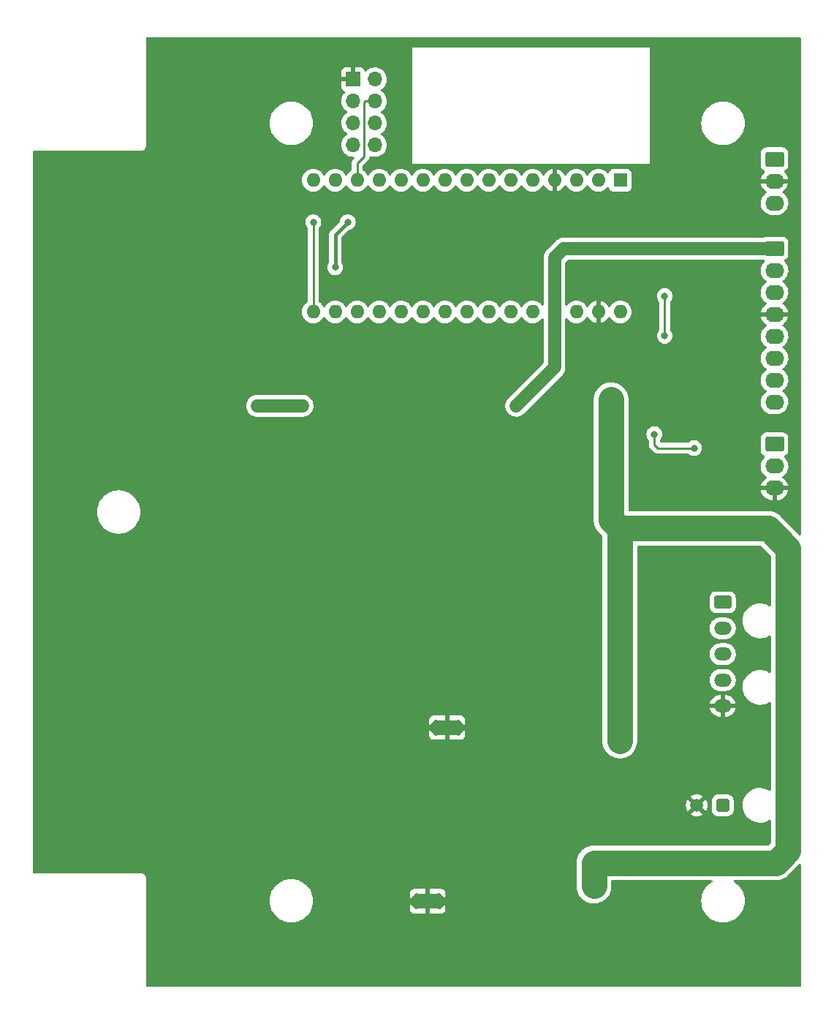
<source format=gbr>
%TF.GenerationSoftware,KiCad,Pcbnew,(6.0.1)*%
%TF.CreationDate,2023-02-14T20:17:07+00:00*%
%TF.ProjectId,dodsfalla_controller,646f6473-6661-46c6-9c61-5f636f6e7472,rev?*%
%TF.SameCoordinates,Original*%
%TF.FileFunction,Copper,L2,Bot*%
%TF.FilePolarity,Positive*%
%FSLAX46Y46*%
G04 Gerber Fmt 4.6, Leading zero omitted, Abs format (unit mm)*
G04 Created by KiCad (PCBNEW (6.0.1)) date 2023-02-14 20:17:07*
%MOMM*%
%LPD*%
G01*
G04 APERTURE LIST*
G04 Aperture macros list*
%AMRoundRect*
0 Rectangle with rounded corners*
0 $1 Rounding radius*
0 $2 $3 $4 $5 $6 $7 $8 $9 X,Y pos of 4 corners*
0 Add a 4 corners polygon primitive as box body*
4,1,4,$2,$3,$4,$5,$6,$7,$8,$9,$2,$3,0*
0 Add four circle primitives for the rounded corners*
1,1,$1+$1,$2,$3*
1,1,$1+$1,$4,$5*
1,1,$1+$1,$6,$7*
1,1,$1+$1,$8,$9*
0 Add four rect primitives between the rounded corners*
20,1,$1+$1,$2,$3,$4,$5,0*
20,1,$1+$1,$4,$5,$6,$7,0*
20,1,$1+$1,$6,$7,$8,$9,0*
20,1,$1+$1,$8,$9,$2,$3,0*%
G04 Aperture macros list end*
%TA.AperFunction,ComponentPad*%
%ADD10RoundRect,0.250001X-0.759999X0.499999X-0.759999X-0.499999X0.759999X-0.499999X0.759999X0.499999X0*%
%TD*%
%TA.AperFunction,ComponentPad*%
%ADD11O,2.020000X1.500000*%
%TD*%
%TA.AperFunction,ComponentPad*%
%ADD12C,0.500000*%
%TD*%
%TA.AperFunction,SMDPad,CuDef*%
%ADD13R,3.100000X1.800000*%
%TD*%
%TA.AperFunction,ComponentPad*%
%ADD14RoundRect,0.250000X-0.845000X0.620000X-0.845000X-0.620000X0.845000X-0.620000X0.845000X0.620000X0*%
%TD*%
%TA.AperFunction,ComponentPad*%
%ADD15O,2.190000X1.740000*%
%TD*%
%TA.AperFunction,ComponentPad*%
%ADD16RoundRect,0.250001X-0.499999X0.499999X-0.499999X-0.499999X0.499999X-0.499999X0.499999X0.499999X0*%
%TD*%
%TA.AperFunction,ComponentPad*%
%ADD17C,1.500000*%
%TD*%
%TA.AperFunction,ComponentPad*%
%ADD18R,1.600000X1.600000*%
%TD*%
%TA.AperFunction,ComponentPad*%
%ADD19O,1.600000X1.600000*%
%TD*%
%TA.AperFunction,ComponentPad*%
%ADD20O,1.700000X1.700000*%
%TD*%
%TA.AperFunction,ComponentPad*%
%ADD21R,1.700000X1.700000*%
%TD*%
%TA.AperFunction,ViaPad*%
%ADD22C,0.800000*%
%TD*%
%TA.AperFunction,Conductor*%
%ADD23C,1.500000*%
%TD*%
%TA.AperFunction,Conductor*%
%ADD24C,0.250000*%
%TD*%
%TA.AperFunction,Conductor*%
%ADD25C,0.400000*%
%TD*%
%TA.AperFunction,Conductor*%
%ADD26C,3.000000*%
%TD*%
G04 APERTURE END LIST*
D10*
%TO.P,J3,1,Pin_1*%
%TO.N,Net-(D4-Pad1)*%
X185915000Y-103250000D03*
D11*
%TO.P,J3,2,Pin_2*%
%TO.N,Net-(D4-Pad2)*%
X185915000Y-106250000D03*
%TO.P,J3,3,Pin_3*%
%TO.N,Net-(D5-Pad1)*%
X185915000Y-109250000D03*
%TO.P,J3,4,Pin_4*%
%TO.N,Net-(D5-Pad2)*%
X185915000Y-112250000D03*
%TO.P,J3,5,Pin_5*%
%TO.N,GND*%
X185915000Y-115250000D03*
%TD*%
D12*
%TO.P,U2,9,GND*%
%TO.N,GND*%
X152700000Y-118400000D03*
D13*
X154000000Y-117750000D03*
D12*
X154000000Y-118400000D03*
X152700000Y-117100000D03*
X154000000Y-117100000D03*
X155300000Y-117100000D03*
X155300000Y-118400000D03*
%TD*%
D14*
%TO.P,J5,1,Pin_1*%
%TO.N,Net-(J4-Pad2)*%
X191915000Y-84960000D03*
D15*
%TO.P,J5,2,Pin_2*%
%TO.N,Net-(D13-Pad2)*%
X191915000Y-87500000D03*
%TO.P,J5,3,Pin_3*%
%TO.N,GND*%
X191915000Y-90040000D03*
%TD*%
D16*
%TO.P,J1,1,Pin_1*%
%TO.N,+36V*%
X185915000Y-126750000D03*
D17*
%TO.P,J1,2,Pin_2*%
%TO.N,GND*%
X182915000Y-126750000D03*
%TD*%
D12*
%TO.P,U1,9,GND*%
%TO.N,GND*%
X153050000Y-137200000D03*
X151750000Y-138500000D03*
X150450000Y-138500000D03*
X153050000Y-138500000D03*
X151750000Y-137200000D03*
X150450000Y-137200000D03*
D13*
X151750000Y-137850000D03*
%TD*%
D18*
%TO.P,A1,1,D1/TX*%
%TO.N,unconnected-(A1-Pad1)*%
X174050000Y-54390000D03*
D19*
%TO.P,A1,2,D0/RX*%
%TO.N,unconnected-(A1-Pad2)*%
X171510000Y-54390000D03*
%TO.P,A1,3,~{RESET}*%
%TO.N,unconnected-(A1-Pad3)*%
X168970000Y-54390000D03*
%TO.P,A1,4,GND*%
%TO.N,GND*%
X166430000Y-54390000D03*
%TO.P,A1,5,D2*%
%TO.N,/HOVERBOARD_TXOUT*%
X163890000Y-54390000D03*
%TO.P,A1,6,D3*%
%TO.N,/HOVERBOARD_RXIN*%
X161350000Y-54390000D03*
%TO.P,A1,7,D4*%
%TO.N,/LED_STRIP*%
X158810000Y-54390000D03*
%TO.P,A1,8,D5*%
%TO.N,/OUTPUT_1*%
X156270000Y-54390000D03*
%TO.P,A1,9,D6*%
%TO.N,/OUTPUT_2*%
X153730000Y-54390000D03*
%TO.P,A1,10,D7*%
%TO.N,/DIP_BEAM*%
X151190000Y-54390000D03*
%TO.P,A1,11,D8*%
%TO.N,/HIGH_BEAM*%
X148650000Y-54390000D03*
%TO.P,A1,12,D9*%
%TO.N,/SPI_CE*%
X146110000Y-54390000D03*
%TO.P,A1,13,D10*%
%TO.N,/SPI_CS*%
X143570000Y-54390000D03*
%TO.P,A1,14,D11*%
%TO.N,/SPI_MOSI*%
X141030000Y-54390000D03*
%TO.P,A1,15,D12*%
%TO.N,/SPI_MISO*%
X138490000Y-54390000D03*
%TO.P,A1,16,D13*%
%TO.N,/SPI_SCK*%
X138490000Y-69630000D03*
%TO.P,A1,17,3V3*%
%TO.N,+3V3*%
X141030000Y-69630000D03*
%TO.P,A1,18,AREF*%
%TO.N,unconnected-(A1-Pad18)*%
X143570000Y-69630000D03*
%TO.P,A1,19,A0*%
%TO.N,/SPEED_INPUT*%
X146110000Y-69630000D03*
%TO.P,A1,20,A1*%
%TO.N,/STEER_INPUT*%
X148650000Y-69630000D03*
%TO.P,A1,21,A2*%
%TO.N,/BUTTON_1*%
X151190000Y-69630000D03*
%TO.P,A1,22,A3*%
%TO.N,/BUTTON_2*%
X153730000Y-69630000D03*
%TO.P,A1,23,A4*%
%TO.N,/I2C_SDA*%
X156270000Y-69630000D03*
%TO.P,A1,24,A5*%
%TO.N,/I2C_SCL*%
X158810000Y-69630000D03*
%TO.P,A1,25,A6*%
%TO.N,unconnected-(A1-Pad25)*%
X161350000Y-69630000D03*
%TO.P,A1,26,A7*%
%TO.N,unconnected-(A1-Pad26)*%
X163890000Y-69630000D03*
%TO.P,A1,27,+5V*%
%TO.N,+5V*%
X166430000Y-69630000D03*
%TO.P,A1,28,~{RESET}*%
%TO.N,unconnected-(A1-Pad28)*%
X168970000Y-69630000D03*
%TO.P,A1,29,GND*%
%TO.N,GND*%
X171510000Y-69630000D03*
%TO.P,A1,30,VIN*%
%TO.N,unconnected-(A1-Pad30)*%
X174050000Y-69630000D03*
%TD*%
D14*
%TO.P,J7,1,Pin_1*%
%TO.N,/HOVERBOARD_TXOUT*%
X191915000Y-51960000D03*
D15*
%TO.P,J7,2,Pin_2*%
%TO.N,GND*%
X191915000Y-54500000D03*
%TO.P,J7,3,Pin_3*%
%TO.N,/HOVERBOARD_RXIN*%
X191915000Y-57040000D03*
%TD*%
D20*
%TO.P,J2,8,Pin_8*%
%TO.N,unconnected-(J2-Pad8)*%
X145640000Y-50320000D03*
%TO.P,J2,7,Pin_7*%
%TO.N,/SPI_MISO*%
X143100000Y-50320000D03*
%TO.P,J2,6,Pin_6*%
%TO.N,/SPI_MOSI*%
X145640000Y-47780000D03*
%TO.P,J2,5,Pin_5*%
%TO.N,/SPI_SCK*%
X143100000Y-47780000D03*
%TO.P,J2,4,Pin_4*%
%TO.N,/SPI_CS*%
X145640000Y-45240000D03*
%TO.P,J2,3,Pin_3*%
%TO.N,/SPI_CE*%
X143100000Y-45240000D03*
%TO.P,J2,2,Pin_2*%
%TO.N,+3V3*%
X145640000Y-42700000D03*
D21*
%TO.P,J2,1,Pin_1*%
%TO.N,GND*%
X143100000Y-42700000D03*
%TD*%
D14*
%TO.P,J6,1,Pin_1*%
%TO.N,+5V*%
X191915000Y-62300000D03*
D15*
%TO.P,J6,2,Pin_2*%
%TO.N,/SPEED_INPUT*%
X191915000Y-64840000D03*
%TO.P,J6,3,Pin_3*%
%TO.N,/STEER_INPUT*%
X191915000Y-67380000D03*
%TO.P,J6,4,Pin_4*%
%TO.N,GND*%
X191915000Y-69920000D03*
%TO.P,J6,5,Pin_5*%
%TO.N,/I2C_SDA*%
X191915000Y-72460000D03*
%TO.P,J6,6,Pin_6*%
%TO.N,/I2C_SCL*%
X191915000Y-75000000D03*
%TO.P,J6,7,Pin_7*%
%TO.N,/BUTTON_1*%
X191915000Y-77540000D03*
%TO.P,J6,8,Pin_8*%
%TO.N,/BUTTON_2*%
X191915000Y-80080000D03*
%TD*%
D22*
%TO.N,GND*%
X180000000Y-57500000D03*
X162500000Y-60000000D03*
X185000000Y-57500000D03*
X185000000Y-70000000D03*
X162500000Y-67500000D03*
X112500000Y-75000000D03*
X112500000Y-85000000D03*
X112500000Y-97500000D03*
X112500000Y-110000000D03*
X112500000Y-120000000D03*
X112500000Y-132500000D03*
X125000000Y-145000000D03*
X135000000Y-145000000D03*
X142500000Y-145000000D03*
X192500000Y-145000000D03*
X182500000Y-145000000D03*
X182500000Y-137500000D03*
X172500000Y-127500000D03*
X177500000Y-127500000D03*
X165000000Y-127500000D03*
X145000000Y-132500000D03*
X135000000Y-132500000D03*
X135000000Y-115000000D03*
X142500000Y-105000000D03*
X157500000Y-105000000D03*
X170000000Y-95000000D03*
X157500000Y-95000000D03*
X142500000Y-95000000D03*
X142500000Y-82500000D03*
X157500000Y-82500000D03*
X172500000Y-75000000D03*
X157500000Y-75000000D03*
X142500000Y-75000000D03*
X185800000Y-87000000D03*
X167086495Y-106513505D03*
X167072989Y-113727011D03*
X167286495Y-121113505D03*
X159032000Y-112368000D03*
X151832000Y-112368000D03*
X138575000Y-123975000D03*
X143975000Y-126175000D03*
X147825000Y-129025000D03*
X159175000Y-129025000D03*
X159200000Y-126600000D03*
X147800000Y-126600000D03*
X146750000Y-143250000D03*
X153950000Y-143250000D03*
X156000000Y-137000000D03*
X157840000Y-137000000D03*
X173724500Y-145750000D03*
X175750000Y-142000000D03*
X188800000Y-121000000D03*
X188800000Y-110200000D03*
X188800000Y-103200000D03*
X176250000Y-90550000D03*
X182824500Y-83725000D03*
%TO.N,+5V*%
X182600000Y-85400000D03*
X178000000Y-83800000D03*
%TO.N,GND*%
X188200000Y-78690000D03*
X188190000Y-66190000D03*
X188200000Y-73690000D03*
%TO.N,+5V*%
X179200000Y-67800000D03*
X179200000Y-72400000D03*
X162000000Y-80500000D03*
X137250000Y-80500000D03*
X132000000Y-80500000D03*
%TO.N,+3V3*%
X142500000Y-59250000D03*
X141030000Y-64470000D03*
%TO.N,/SPI_SCK*%
X138500000Y-59250000D03*
%TO.N,+12V*%
X174000000Y-104800000D03*
X171000000Y-133400000D03*
X174000000Y-112050000D03*
X171000000Y-136100000D03*
X174000000Y-119300000D03*
X178950000Y-94700000D03*
X173000000Y-79800000D03*
%TD*%
D23*
%TO.N,+5V*%
X166430000Y-76070000D02*
X162000000Y-80500000D01*
X166430000Y-69630000D02*
X166430000Y-76070000D01*
X191915000Y-62300000D02*
X167500000Y-62300000D01*
X167500000Y-62300000D02*
X166430000Y-63370000D01*
X166430000Y-69630000D02*
X166430000Y-63370000D01*
D24*
X178000000Y-85000000D02*
X178000000Y-83800000D01*
X182600000Y-85400000D02*
X178400000Y-85400000D01*
X178400000Y-85400000D02*
X178000000Y-85000000D01*
X179200000Y-72400000D02*
X179200000Y-67800000D01*
D23*
X132000000Y-80500000D02*
X137250000Y-80500000D01*
D25*
%TO.N,+3V3*%
X141030000Y-60720000D02*
X142500000Y-59250000D01*
X141030000Y-64470000D02*
X141030000Y-60720000D01*
D24*
%TO.N,/SPI_CS*%
X144510000Y-45240000D02*
X145640000Y-45240000D01*
X144369999Y-45380001D02*
X144510000Y-45240000D01*
X144369999Y-51630001D02*
X144369999Y-45380001D01*
X143570000Y-54390000D02*
X143570000Y-52430000D01*
X143570000Y-52430000D02*
X144369999Y-51630001D01*
%TO.N,/SPI_SCK*%
X138490000Y-59260000D02*
X138490000Y-69630000D01*
X138500000Y-59250000D02*
X138490000Y-59260000D01*
D26*
%TO.N,+12V*%
X192100000Y-133400000D02*
X193500000Y-132000000D01*
X191200000Y-94700000D02*
X179000000Y-94700000D01*
X171000000Y-136100000D02*
X171000000Y-133400000D01*
X179000000Y-94700000D02*
X174000000Y-94700000D01*
X193500000Y-132000000D02*
X193500000Y-97000000D01*
X193500000Y-97000000D02*
X191200000Y-94700000D01*
X174000000Y-94700000D02*
X174000000Y-104900000D01*
X174000000Y-112000000D02*
X174000000Y-119300000D01*
X171000000Y-133400000D02*
X192100000Y-133400000D01*
X174000000Y-94700000D02*
X173000000Y-93700000D01*
X174000000Y-104900000D02*
X174000000Y-112000000D01*
X173000000Y-93700000D02*
X173000000Y-79800000D01*
%TD*%
%TA.AperFunction,Conductor*%
%TO.N,GND*%
G36*
X194934121Y-37880874D02*
G01*
X194980614Y-37934530D01*
X194992000Y-37986872D01*
X194992000Y-95347362D01*
X194971998Y-95415483D01*
X194918342Y-95461976D01*
X194848068Y-95472080D01*
X194783488Y-95442586D01*
X194776905Y-95436457D01*
X192659765Y-93319317D01*
X192655224Y-93314533D01*
X192601566Y-93254940D01*
X192598629Y-93251678D01*
X192505295Y-93173360D01*
X192503642Y-93171949D01*
X192411697Y-93092023D01*
X192408011Y-93089629D01*
X192408004Y-93089624D01*
X192403397Y-93086632D01*
X192391039Y-93077488D01*
X192386826Y-93073953D01*
X192386819Y-93073948D01*
X192383450Y-93071121D01*
X192280162Y-93006580D01*
X192278306Y-93005398D01*
X192179809Y-92941433D01*
X192176118Y-92939036D01*
X192172123Y-92937173D01*
X192167143Y-92934850D01*
X192153637Y-92927518D01*
X192148968Y-92924601D01*
X192145236Y-92922269D01*
X192141224Y-92920483D01*
X192141217Y-92920479D01*
X192033968Y-92872729D01*
X192031967Y-92871817D01*
X191925525Y-92822182D01*
X191925522Y-92822181D01*
X191921540Y-92820324D01*
X191912070Y-92817429D01*
X191897663Y-92812042D01*
X191892650Y-92809810D01*
X191892649Y-92809810D01*
X191888625Y-92808018D01*
X191771505Y-92774435D01*
X191769417Y-92773817D01*
X191652917Y-92738199D01*
X191643135Y-92736650D01*
X191628119Y-92733320D01*
X191622843Y-92731807D01*
X191622844Y-92731807D01*
X191618610Y-92730593D01*
X191614257Y-92729981D01*
X191614251Y-92729980D01*
X191498022Y-92713646D01*
X191495845Y-92713321D01*
X191379824Y-92694944D01*
X191379823Y-92694944D01*
X191375480Y-92694256D01*
X191371084Y-92694179D01*
X191371080Y-92694179D01*
X191365570Y-92694083D01*
X191350240Y-92692876D01*
X191340448Y-92691500D01*
X191218688Y-92691500D01*
X191216489Y-92691481D01*
X191094626Y-92689354D01*
X191090270Y-92689889D01*
X191090267Y-92689889D01*
X191084796Y-92690561D01*
X191069440Y-92691500D01*
X175134500Y-92691500D01*
X175066379Y-92671498D01*
X175019886Y-92617842D01*
X175008500Y-92565500D01*
X175008500Y-90308580D01*
X190338317Y-90308580D01*
X190364252Y-90432188D01*
X190367312Y-90442384D01*
X190449284Y-90649952D01*
X190454018Y-90659489D01*
X190569796Y-90850285D01*
X190576062Y-90858878D01*
X190722333Y-91027441D01*
X190729964Y-91034861D01*
X190902542Y-91176368D01*
X190911309Y-91182393D01*
X191105262Y-91292797D01*
X191114926Y-91297262D01*
X191324711Y-91373410D01*
X191334979Y-91376181D01*
X191555766Y-91416106D01*
X191563995Y-91417039D01*
X191582874Y-91417930D01*
X191585849Y-91418000D01*
X191642885Y-91418000D01*
X191658124Y-91413525D01*
X191659329Y-91412135D01*
X191661000Y-91404452D01*
X191661000Y-91399885D01*
X192169000Y-91399885D01*
X192173475Y-91415124D01*
X192174865Y-91416329D01*
X192182548Y-91418000D01*
X192196054Y-91418000D01*
X192201363Y-91417775D01*
X192367707Y-91403661D01*
X192378179Y-91401871D01*
X192594202Y-91345802D01*
X192604242Y-91342266D01*
X192807732Y-91250601D01*
X192817018Y-91245432D01*
X193002155Y-91120790D01*
X193010441Y-91114129D01*
X193171930Y-90960076D01*
X193178979Y-90952108D01*
X193312203Y-90773048D01*
X193317802Y-90764018D01*
X193418953Y-90565069D01*
X193422956Y-90555208D01*
X193489138Y-90342071D01*
X193491420Y-90331691D01*
X193494036Y-90311957D01*
X193491840Y-90297793D01*
X193478655Y-90294000D01*
X192187115Y-90294000D01*
X192171876Y-90298475D01*
X192170671Y-90299865D01*
X192169000Y-90307548D01*
X192169000Y-91399885D01*
X191661000Y-91399885D01*
X191661000Y-90312115D01*
X191656525Y-90296876D01*
X191655135Y-90295671D01*
X191647452Y-90294000D01*
X190353373Y-90294000D01*
X190339842Y-90297973D01*
X190338317Y-90308580D01*
X175008500Y-90308580D01*
X175008500Y-87434829D01*
X190308052Y-87434829D01*
X190316828Y-87668604D01*
X190364868Y-87897559D01*
X190450797Y-88115146D01*
X190572159Y-88315144D01*
X190725483Y-88491834D01*
X190906386Y-88640165D01*
X190911022Y-88642804D01*
X190911025Y-88642806D01*
X190944001Y-88661577D01*
X190993307Y-88712659D01*
X191007169Y-88782289D01*
X190981186Y-88848360D01*
X190952036Y-88875599D01*
X190827845Y-88959210D01*
X190819559Y-88965871D01*
X190658070Y-89119924D01*
X190651021Y-89127892D01*
X190517797Y-89306952D01*
X190512198Y-89315982D01*
X190411047Y-89514931D01*
X190407044Y-89524792D01*
X190340862Y-89737929D01*
X190338580Y-89748309D01*
X190335964Y-89768043D01*
X190338160Y-89782207D01*
X190351345Y-89786000D01*
X193476627Y-89786000D01*
X193490158Y-89782027D01*
X193491683Y-89771420D01*
X193465748Y-89647812D01*
X193462688Y-89637616D01*
X193380716Y-89430048D01*
X193375982Y-89420511D01*
X193260204Y-89229715D01*
X193253938Y-89221122D01*
X193107667Y-89052559D01*
X193100036Y-89045139D01*
X192927458Y-88903632D01*
X192918691Y-88897607D01*
X192886022Y-88879011D01*
X192836715Y-88827929D01*
X192822854Y-88758298D01*
X192848837Y-88692227D01*
X192877987Y-88664989D01*
X192944601Y-88620142D01*
X193006896Y-88578202D01*
X193176168Y-88416724D01*
X193315813Y-88229035D01*
X193371398Y-88119709D01*
X193419420Y-88025256D01*
X193419420Y-88025255D01*
X193421838Y-88020500D01*
X193491210Y-87797083D01*
X193508239Y-87668604D01*
X193521248Y-87570455D01*
X193521248Y-87570451D01*
X193521948Y-87565171D01*
X193513172Y-87331396D01*
X193465132Y-87102441D01*
X193379203Y-86884854D01*
X193257841Y-86684856D01*
X193104517Y-86508166D01*
X193067229Y-86477592D01*
X193027236Y-86418933D01*
X193025305Y-86347962D01*
X193062050Y-86287214D01*
X193084390Y-86272267D01*
X193083946Y-86271550D01*
X193228120Y-86182332D01*
X193234348Y-86178478D01*
X193359305Y-86053303D01*
X193371512Y-86033500D01*
X193448275Y-85908968D01*
X193448276Y-85908966D01*
X193452115Y-85902738D01*
X193507797Y-85734861D01*
X193518500Y-85630400D01*
X193518500Y-84289600D01*
X193507526Y-84183834D01*
X193451550Y-84016054D01*
X193358478Y-83865652D01*
X193233303Y-83740695D01*
X193227072Y-83736854D01*
X193088968Y-83651725D01*
X193088966Y-83651724D01*
X193082738Y-83647885D01*
X192922254Y-83594655D01*
X192921389Y-83594368D01*
X192921387Y-83594368D01*
X192914861Y-83592203D01*
X192908025Y-83591503D01*
X192908022Y-83591502D01*
X192864969Y-83587091D01*
X192810400Y-83581500D01*
X191019600Y-83581500D01*
X191016354Y-83581837D01*
X191016350Y-83581837D01*
X190920692Y-83591762D01*
X190920688Y-83591763D01*
X190913834Y-83592474D01*
X190907298Y-83594655D01*
X190907296Y-83594655D01*
X190775194Y-83638728D01*
X190746054Y-83648450D01*
X190595652Y-83741522D01*
X190470695Y-83866697D01*
X190466855Y-83872927D01*
X190466854Y-83872928D01*
X190398780Y-83983365D01*
X190377885Y-84017262D01*
X190322203Y-84185139D01*
X190311500Y-84289600D01*
X190311500Y-85630400D01*
X190322474Y-85736166D01*
X190378450Y-85903946D01*
X190471522Y-86054348D01*
X190476704Y-86059521D01*
X190487044Y-86069843D01*
X190596697Y-86179305D01*
X190602927Y-86183145D01*
X190602928Y-86183146D01*
X190747262Y-86272115D01*
X190745938Y-86274262D01*
X190790290Y-86313312D01*
X190809752Y-86381589D01*
X190789212Y-86449549D01*
X190770728Y-86471761D01*
X190657694Y-86579590D01*
X190657684Y-86579602D01*
X190653832Y-86583276D01*
X190514187Y-86770965D01*
X190511771Y-86775716D01*
X190511769Y-86775720D01*
X190453756Y-86889823D01*
X190408162Y-86979500D01*
X190338790Y-87202917D01*
X190338089Y-87208204D01*
X190338089Y-87208205D01*
X190321055Y-87336727D01*
X190308052Y-87434829D01*
X175008500Y-87434829D01*
X175008500Y-83800000D01*
X177086496Y-83800000D01*
X177087186Y-83806565D01*
X177092853Y-83860479D01*
X177106458Y-83989928D01*
X177165473Y-84171556D01*
X177260960Y-84336944D01*
X177334137Y-84418215D01*
X177364853Y-84482221D01*
X177366500Y-84502524D01*
X177366500Y-84921233D01*
X177365973Y-84932416D01*
X177364298Y-84939909D01*
X177364547Y-84947835D01*
X177364547Y-84947836D01*
X177366438Y-85007986D01*
X177366500Y-85011945D01*
X177366500Y-85039856D01*
X177366997Y-85043790D01*
X177366997Y-85043791D01*
X177367005Y-85043856D01*
X177367938Y-85055693D01*
X177369327Y-85099889D01*
X177374978Y-85119339D01*
X177378987Y-85138700D01*
X177381526Y-85158797D01*
X177384445Y-85166168D01*
X177384445Y-85166170D01*
X177397804Y-85199912D01*
X177401649Y-85211142D01*
X177413982Y-85253593D01*
X177418015Y-85260412D01*
X177418017Y-85260417D01*
X177424293Y-85271028D01*
X177432988Y-85288776D01*
X177440448Y-85307617D01*
X177445110Y-85314033D01*
X177445110Y-85314034D01*
X177466436Y-85343387D01*
X177472952Y-85353307D01*
X177495458Y-85391362D01*
X177509779Y-85405683D01*
X177522619Y-85420716D01*
X177534528Y-85437107D01*
X177540634Y-85442158D01*
X177568605Y-85465298D01*
X177577384Y-85473288D01*
X177896343Y-85792247D01*
X177903887Y-85800537D01*
X177908000Y-85807018D01*
X177913777Y-85812443D01*
X177957667Y-85853658D01*
X177960509Y-85856413D01*
X177980230Y-85876134D01*
X177983425Y-85878612D01*
X177992447Y-85886318D01*
X178024679Y-85916586D01*
X178031628Y-85920406D01*
X178042432Y-85926346D01*
X178058956Y-85937199D01*
X178074959Y-85949613D01*
X178115543Y-85967176D01*
X178126173Y-85972383D01*
X178164940Y-85993695D01*
X178172617Y-85995666D01*
X178172622Y-85995668D01*
X178184558Y-85998732D01*
X178203266Y-86005137D01*
X178221855Y-86013181D01*
X178229680Y-86014420D01*
X178229682Y-86014421D01*
X178265519Y-86020097D01*
X178277140Y-86022504D01*
X178312289Y-86031528D01*
X178319970Y-86033500D01*
X178340231Y-86033500D01*
X178359940Y-86035051D01*
X178379943Y-86038219D01*
X178387835Y-86037473D01*
X178393062Y-86036979D01*
X178423954Y-86034059D01*
X178435811Y-86033500D01*
X181891800Y-86033500D01*
X181959921Y-86053502D01*
X181979147Y-86069843D01*
X181979420Y-86069540D01*
X181984332Y-86073963D01*
X181988747Y-86078866D01*
X182010329Y-86094546D01*
X182132276Y-86183146D01*
X182143248Y-86191118D01*
X182149276Y-86193802D01*
X182149278Y-86193803D01*
X182311681Y-86266109D01*
X182317712Y-86268794D01*
X182404371Y-86287214D01*
X182498056Y-86307128D01*
X182498061Y-86307128D01*
X182504513Y-86308500D01*
X182695487Y-86308500D01*
X182701939Y-86307128D01*
X182701944Y-86307128D01*
X182795629Y-86287214D01*
X182882288Y-86268794D01*
X182888319Y-86266109D01*
X183050722Y-86193803D01*
X183050724Y-86193802D01*
X183056752Y-86191118D01*
X183067725Y-86183146D01*
X183112157Y-86150864D01*
X183211253Y-86078866D01*
X183238937Y-86048120D01*
X183334621Y-85941852D01*
X183334622Y-85941851D01*
X183339040Y-85936944D01*
X183414053Y-85807018D01*
X183431223Y-85777279D01*
X183431224Y-85777278D01*
X183434527Y-85771556D01*
X183493542Y-85589928D01*
X183513504Y-85400000D01*
X183499949Y-85271028D01*
X183494232Y-85216635D01*
X183494232Y-85216633D01*
X183493542Y-85210072D01*
X183434527Y-85028444D01*
X183339040Y-84863056D01*
X183211253Y-84721134D01*
X183056752Y-84608882D01*
X183050724Y-84606198D01*
X183050722Y-84606197D01*
X182888319Y-84533891D01*
X182888318Y-84533891D01*
X182882288Y-84531206D01*
X182788888Y-84511353D01*
X182701944Y-84492872D01*
X182701939Y-84492872D01*
X182695487Y-84491500D01*
X182504513Y-84491500D01*
X182498061Y-84492872D01*
X182498056Y-84492872D01*
X182411112Y-84511353D01*
X182317712Y-84531206D01*
X182311682Y-84533891D01*
X182311681Y-84533891D01*
X182149278Y-84606197D01*
X182149276Y-84606198D01*
X182143248Y-84608882D01*
X181988747Y-84721134D01*
X181984332Y-84726037D01*
X181979420Y-84730460D01*
X181978295Y-84729211D01*
X181924986Y-84762051D01*
X181891800Y-84766500D01*
X178759500Y-84766500D01*
X178691379Y-84746498D01*
X178644886Y-84692842D01*
X178633500Y-84640500D01*
X178633500Y-84502524D01*
X178653502Y-84434403D01*
X178665858Y-84418221D01*
X178739040Y-84336944D01*
X178834527Y-84171556D01*
X178893542Y-83989928D01*
X178907148Y-83860479D01*
X178912814Y-83806565D01*
X178913504Y-83800000D01*
X178893542Y-83610072D01*
X178834527Y-83428444D01*
X178739040Y-83263056D01*
X178611253Y-83121134D01*
X178456752Y-83008882D01*
X178450724Y-83006198D01*
X178450722Y-83006197D01*
X178288319Y-82933891D01*
X178288318Y-82933891D01*
X178282288Y-82931206D01*
X178188888Y-82911353D01*
X178101944Y-82892872D01*
X178101939Y-82892872D01*
X178095487Y-82891500D01*
X177904513Y-82891500D01*
X177898061Y-82892872D01*
X177898056Y-82892872D01*
X177811112Y-82911353D01*
X177717712Y-82931206D01*
X177711682Y-82933891D01*
X177711681Y-82933891D01*
X177549278Y-83006197D01*
X177549276Y-83006198D01*
X177543248Y-83008882D01*
X177388747Y-83121134D01*
X177260960Y-83263056D01*
X177165473Y-83428444D01*
X177106458Y-83610072D01*
X177086496Y-83800000D01*
X175008500Y-83800000D01*
X175008500Y-80014829D01*
X190308052Y-80014829D01*
X190316828Y-80248604D01*
X190364868Y-80477559D01*
X190450797Y-80695146D01*
X190453566Y-80699709D01*
X190546300Y-80852529D01*
X190572159Y-80895144D01*
X190725483Y-81071834D01*
X190906386Y-81220165D01*
X191109695Y-81335896D01*
X191329596Y-81415716D01*
X191334845Y-81416665D01*
X191334848Y-81416666D01*
X191416040Y-81431348D01*
X191559803Y-81457344D01*
X191563942Y-81457539D01*
X191563949Y-81457540D01*
X191582828Y-81458430D01*
X191582835Y-81458430D01*
X191584316Y-81458500D01*
X192198738Y-81458500D01*
X192269485Y-81452497D01*
X192367791Y-81444156D01*
X192367795Y-81444155D01*
X192373102Y-81443705D01*
X192378259Y-81442367D01*
X192378262Y-81442366D01*
X192594371Y-81386275D01*
X192594375Y-81386274D01*
X192599540Y-81384933D01*
X192604406Y-81382741D01*
X192604409Y-81382740D01*
X192807964Y-81291045D01*
X192812837Y-81288850D01*
X193006896Y-81158202D01*
X193058748Y-81108738D01*
X193097433Y-81071834D01*
X193176168Y-80996724D01*
X193190520Y-80977435D01*
X193245876Y-80903033D01*
X193315813Y-80809035D01*
X193336638Y-80768077D01*
X193419420Y-80605256D01*
X193419420Y-80605255D01*
X193421838Y-80600500D01*
X193491210Y-80377083D01*
X193499384Y-80315411D01*
X193521248Y-80150455D01*
X193521248Y-80150451D01*
X193521948Y-80145171D01*
X193513172Y-79911396D01*
X193475541Y-79732049D01*
X193466229Y-79687668D01*
X193466228Y-79687665D01*
X193465132Y-79682441D01*
X193379203Y-79464854D01*
X193307495Y-79346683D01*
X193260609Y-79269417D01*
X193260607Y-79269414D01*
X193257841Y-79264856D01*
X193104517Y-79088166D01*
X192923614Y-78939835D01*
X192918984Y-78937199D01*
X192918979Y-78937196D01*
X192886484Y-78918699D01*
X192837178Y-78867616D01*
X192823317Y-78797985D01*
X192849301Y-78731915D01*
X192878450Y-78704677D01*
X192919885Y-78676781D01*
X193006896Y-78618202D01*
X193012161Y-78613180D01*
X193097433Y-78531834D01*
X193176168Y-78456724D01*
X193315813Y-78269035D01*
X193371398Y-78159709D01*
X193419420Y-78065256D01*
X193419420Y-78065255D01*
X193421838Y-78060500D01*
X193491210Y-77837083D01*
X193508239Y-77708604D01*
X193521248Y-77610455D01*
X193521248Y-77610451D01*
X193521948Y-77605171D01*
X193513172Y-77371396D01*
X193465132Y-77142441D01*
X193379203Y-76924854D01*
X193326567Y-76838112D01*
X193260609Y-76729417D01*
X193260607Y-76729414D01*
X193257841Y-76724856D01*
X193104517Y-76548166D01*
X192923614Y-76399835D01*
X192918984Y-76397199D01*
X192918979Y-76397196D01*
X192886484Y-76378699D01*
X192837178Y-76327616D01*
X192823317Y-76257985D01*
X192849301Y-76191915D01*
X192878450Y-76164677D01*
X192919885Y-76136781D01*
X193006896Y-76078202D01*
X193030447Y-76055736D01*
X193097433Y-75991834D01*
X193176168Y-75916724D01*
X193315813Y-75729035D01*
X193371398Y-75619709D01*
X193419420Y-75525256D01*
X193419420Y-75525255D01*
X193421838Y-75520500D01*
X193491210Y-75297083D01*
X193508239Y-75168604D01*
X193521248Y-75070455D01*
X193521248Y-75070451D01*
X193521948Y-75065171D01*
X193513172Y-74831396D01*
X193465132Y-74602441D01*
X193379203Y-74384854D01*
X193257841Y-74184856D01*
X193104517Y-74008166D01*
X192923614Y-73859835D01*
X192918984Y-73857199D01*
X192918979Y-73857196D01*
X192886484Y-73838699D01*
X192837178Y-73787616D01*
X192823317Y-73717985D01*
X192849301Y-73651915D01*
X192878450Y-73624677D01*
X192919885Y-73596781D01*
X193006896Y-73538202D01*
X193176168Y-73376724D01*
X193315813Y-73189035D01*
X193371398Y-73079709D01*
X193419420Y-72985256D01*
X193419420Y-72985255D01*
X193421838Y-72980500D01*
X193491210Y-72757083D01*
X193508239Y-72628604D01*
X193521248Y-72530455D01*
X193521248Y-72530451D01*
X193521948Y-72525171D01*
X193513172Y-72291396D01*
X193465132Y-72062441D01*
X193379203Y-71844854D01*
X193257841Y-71644856D01*
X193104517Y-71468166D01*
X192923614Y-71319835D01*
X192918978Y-71317196D01*
X192918975Y-71317194D01*
X192885999Y-71298423D01*
X192836693Y-71247341D01*
X192822831Y-71177711D01*
X192848814Y-71111640D01*
X192877964Y-71084401D01*
X193002155Y-71000790D01*
X193010441Y-70994129D01*
X193171930Y-70840076D01*
X193178979Y-70832108D01*
X193312203Y-70653048D01*
X193317802Y-70644018D01*
X193418953Y-70445069D01*
X193422956Y-70435208D01*
X193489138Y-70222071D01*
X193491420Y-70211691D01*
X193494036Y-70191957D01*
X193491840Y-70177793D01*
X193478655Y-70174000D01*
X190353373Y-70174000D01*
X190339842Y-70177973D01*
X190338317Y-70188580D01*
X190364252Y-70312188D01*
X190367312Y-70322384D01*
X190449284Y-70529952D01*
X190454018Y-70539489D01*
X190569796Y-70730285D01*
X190576062Y-70738878D01*
X190722333Y-70907441D01*
X190729964Y-70914861D01*
X190902542Y-71056368D01*
X190911309Y-71062393D01*
X190943978Y-71080989D01*
X190993285Y-71132071D01*
X191007146Y-71201702D01*
X190981163Y-71267773D01*
X190952013Y-71295011D01*
X190885399Y-71339858D01*
X190823104Y-71381798D01*
X190653832Y-71543276D01*
X190514187Y-71730965D01*
X190511771Y-71735716D01*
X190511769Y-71735720D01*
X190453756Y-71849823D01*
X190408162Y-71939500D01*
X190338790Y-72162917D01*
X190338089Y-72168204D01*
X190338089Y-72168205D01*
X190321055Y-72296727D01*
X190308052Y-72394829D01*
X190308252Y-72400158D01*
X190308252Y-72400160D01*
X190312440Y-72511716D01*
X190316828Y-72628604D01*
X190317923Y-72633822D01*
X190346823Y-72771556D01*
X190364868Y-72857559D01*
X190450797Y-73075146D01*
X190453566Y-73079709D01*
X190568306Y-73268794D01*
X190572159Y-73275144D01*
X190725483Y-73451834D01*
X190906386Y-73600165D01*
X190911016Y-73602801D01*
X190911021Y-73602804D01*
X190943516Y-73621301D01*
X190992822Y-73672384D01*
X191006683Y-73742015D01*
X190980699Y-73808085D01*
X190951550Y-73835323D01*
X190919061Y-73857196D01*
X190823104Y-73921798D01*
X190653832Y-74083276D01*
X190514187Y-74270965D01*
X190511771Y-74275716D01*
X190511769Y-74275720D01*
X190453756Y-74389823D01*
X190408162Y-74479500D01*
X190338790Y-74702917D01*
X190338089Y-74708204D01*
X190338089Y-74708205D01*
X190321055Y-74836727D01*
X190308052Y-74934829D01*
X190316828Y-75168604D01*
X190364868Y-75397559D01*
X190450797Y-75615146D01*
X190572159Y-75815144D01*
X190725483Y-75991834D01*
X190906386Y-76140165D01*
X190911016Y-76142801D01*
X190911021Y-76142804D01*
X190943516Y-76161301D01*
X190992822Y-76212384D01*
X191006683Y-76282015D01*
X190980699Y-76348085D01*
X190951550Y-76375323D01*
X190938304Y-76384241D01*
X190823104Y-76461798D01*
X190653832Y-76623276D01*
X190514187Y-76810965D01*
X190511771Y-76815716D01*
X190511769Y-76815720D01*
X190453756Y-76929823D01*
X190408162Y-77019500D01*
X190338790Y-77242917D01*
X190338089Y-77248204D01*
X190338089Y-77248205D01*
X190321055Y-77376727D01*
X190308052Y-77474829D01*
X190316828Y-77708604D01*
X190364868Y-77937559D01*
X190450797Y-78155146D01*
X190453566Y-78159709D01*
X190542892Y-78306913D01*
X190572159Y-78355144D01*
X190725483Y-78531834D01*
X190906386Y-78680165D01*
X190911016Y-78682801D01*
X190911021Y-78682804D01*
X190943516Y-78701301D01*
X190992822Y-78752384D01*
X191006683Y-78822015D01*
X190980699Y-78888085D01*
X190951550Y-78915323D01*
X190919061Y-78937196D01*
X190823104Y-79001798D01*
X190653832Y-79163276D01*
X190514187Y-79350965D01*
X190511771Y-79355716D01*
X190511769Y-79355720D01*
X190414262Y-79547503D01*
X190408162Y-79559500D01*
X190338790Y-79782917D01*
X190338089Y-79788204D01*
X190338089Y-79788205D01*
X190314110Y-79969126D01*
X190308052Y-80014829D01*
X175008500Y-80014829D01*
X175008500Y-79729854D01*
X175008347Y-79727664D01*
X174994118Y-79524173D01*
X174994117Y-79524168D01*
X174993811Y-79519788D01*
X174935409Y-79245030D01*
X174879785Y-79092204D01*
X174840846Y-78985219D01*
X174840844Y-78985215D01*
X174839337Y-78981074D01*
X174707464Y-78733058D01*
X174686844Y-78704677D01*
X174544947Y-78509371D01*
X174544944Y-78509368D01*
X174542358Y-78505808D01*
X174347231Y-78303748D01*
X174125882Y-78130812D01*
X174122078Y-78128616D01*
X174122071Y-78128611D01*
X173886431Y-77992565D01*
X173882619Y-77990364D01*
X173622176Y-77885138D01*
X173617901Y-77884072D01*
X173353893Y-77818247D01*
X173353888Y-77818246D01*
X173349624Y-77817183D01*
X173345256Y-77816724D01*
X173345251Y-77816723D01*
X173074636Y-77788281D01*
X173074633Y-77788281D01*
X173070267Y-77787822D01*
X173065879Y-77787975D01*
X173065873Y-77787975D01*
X172793939Y-77797471D01*
X172793933Y-77797472D01*
X172789542Y-77797625D01*
X172785219Y-77798387D01*
X172785212Y-77798388D01*
X172609506Y-77829370D01*
X172512913Y-77846402D01*
X172245765Y-77933203D01*
X172241812Y-77935131D01*
X172241807Y-77935133D01*
X172131947Y-77988716D01*
X171993298Y-78056340D01*
X171989659Y-78058795D01*
X171989653Y-78058798D01*
X171980079Y-78065256D01*
X171760424Y-78213415D01*
X171551678Y-78401371D01*
X171371121Y-78616550D01*
X171222269Y-78854764D01*
X171158132Y-78998818D01*
X171116554Y-79092204D01*
X171108018Y-79111375D01*
X171106806Y-79115602D01*
X171062701Y-79269417D01*
X171030593Y-79381390D01*
X170991500Y-79659552D01*
X170991500Y-93644105D01*
X170991327Y-93650699D01*
X170987166Y-93730108D01*
X170986902Y-93735138D01*
X170987285Y-93739515D01*
X170987285Y-93739519D01*
X170997521Y-93856514D01*
X170997693Y-93858707D01*
X171003449Y-93941020D01*
X171006189Y-93980212D01*
X171007102Y-93984507D01*
X171008246Y-93989887D01*
X171010519Y-94005100D01*
X171010998Y-94010575D01*
X171011000Y-94010588D01*
X171011383Y-94014966D01*
X171012371Y-94019245D01*
X171012372Y-94019252D01*
X171038793Y-94133695D01*
X171039268Y-94135840D01*
X171060175Y-94234194D01*
X171064591Y-94254970D01*
X171066095Y-94259102D01*
X171067978Y-94264275D01*
X171072345Y-94279019D01*
X171074572Y-94288663D01*
X171076150Y-94292775D01*
X171076151Y-94292777D01*
X171118220Y-94402371D01*
X171118990Y-94404431D01*
X171159154Y-94514782D01*
X171159158Y-94514791D01*
X171160663Y-94518926D01*
X171162730Y-94522813D01*
X171165308Y-94527662D01*
X171171683Y-94541652D01*
X171173654Y-94546786D01*
X171173659Y-94546798D01*
X171175235Y-94550902D01*
X171234336Y-94657521D01*
X171235348Y-94659388D01*
X171290470Y-94763058D01*
X171290476Y-94763067D01*
X171292536Y-94766942D01*
X171295121Y-94770499D01*
X171295124Y-94770505D01*
X171298355Y-94774953D01*
X171306620Y-94787926D01*
X171311417Y-94796579D01*
X171314066Y-94800094D01*
X171384701Y-94893831D01*
X171385999Y-94895585D01*
X171457642Y-94994192D01*
X171463398Y-95000153D01*
X171464525Y-95001320D01*
X171474510Y-95013012D01*
X171477812Y-95017393D01*
X171480464Y-95020912D01*
X171566540Y-95106988D01*
X171568082Y-95108556D01*
X171652769Y-95196252D01*
X171660530Y-95202315D01*
X171660578Y-95202353D01*
X171672100Y-95212548D01*
X171954595Y-95495043D01*
X171988621Y-95557355D01*
X171991500Y-95584138D01*
X171991500Y-119370146D01*
X172006189Y-119580212D01*
X172064591Y-119854970D01*
X172160663Y-120118926D01*
X172292536Y-120366942D01*
X172295122Y-120370501D01*
X172295123Y-120370503D01*
X172377184Y-120483450D01*
X172457642Y-120594192D01*
X172652769Y-120796252D01*
X172874118Y-120969188D01*
X172877922Y-120971384D01*
X172877929Y-120971389D01*
X173075067Y-121085206D01*
X173117381Y-121109636D01*
X173377824Y-121214862D01*
X173382097Y-121215927D01*
X173382099Y-121215928D01*
X173646107Y-121281753D01*
X173646112Y-121281754D01*
X173650376Y-121282817D01*
X173654744Y-121283276D01*
X173654749Y-121283277D01*
X173925364Y-121311719D01*
X173925367Y-121311719D01*
X173929733Y-121312178D01*
X173934121Y-121312025D01*
X173934127Y-121312025D01*
X174206061Y-121302529D01*
X174206067Y-121302528D01*
X174210458Y-121302375D01*
X174214781Y-121301613D01*
X174214788Y-121301612D01*
X174390494Y-121270630D01*
X174487087Y-121253598D01*
X174754235Y-121166797D01*
X174758188Y-121164869D01*
X174758193Y-121164867D01*
X174871432Y-121109636D01*
X175006702Y-121043660D01*
X175010341Y-121041205D01*
X175010347Y-121041202D01*
X175121125Y-120966481D01*
X175239576Y-120886585D01*
X175448322Y-120698629D01*
X175628879Y-120483450D01*
X175777731Y-120245236D01*
X175891982Y-119988625D01*
X175969407Y-119718610D01*
X176008500Y-119440448D01*
X176008500Y-115517728D01*
X184421114Y-115517728D01*
X184421166Y-115517973D01*
X184483898Y-115721883D01*
X184488119Y-115732229D01*
X184585971Y-115921814D01*
X184591957Y-115931245D01*
X184721832Y-116100501D01*
X184729393Y-116108724D01*
X184887194Y-116252312D01*
X184896094Y-116259067D01*
X185076815Y-116372434D01*
X185086781Y-116377511D01*
X185284714Y-116457080D01*
X185295429Y-116460315D01*
X185505301Y-116503777D01*
X185514438Y-116504980D01*
X185564990Y-116507895D01*
X185568637Y-116508000D01*
X185642885Y-116508000D01*
X185658124Y-116503525D01*
X185659329Y-116502135D01*
X185661000Y-116494452D01*
X185661000Y-116489885D01*
X186169000Y-116489885D01*
X186173475Y-116505124D01*
X186174865Y-116506329D01*
X186182548Y-116508000D01*
X186229175Y-116508000D01*
X186234770Y-116507751D01*
X186393078Y-116493622D01*
X186404092Y-116491640D01*
X186609860Y-116435349D01*
X186620341Y-116431451D01*
X186812903Y-116339603D01*
X186822516Y-116333918D01*
X186995767Y-116209425D01*
X187004233Y-116202117D01*
X187152692Y-116048918D01*
X187159735Y-116040221D01*
X187278719Y-115863156D01*
X187284105Y-115853358D01*
X187369857Y-115658010D01*
X187373422Y-115647418D01*
X187403624Y-115521616D01*
X187402919Y-115507530D01*
X187394040Y-115504000D01*
X186187115Y-115504000D01*
X186171876Y-115508475D01*
X186170671Y-115509865D01*
X186169000Y-115517548D01*
X186169000Y-116489885D01*
X185661000Y-116489885D01*
X185661000Y-115522115D01*
X185656525Y-115506876D01*
X185655135Y-115505671D01*
X185647452Y-115504000D01*
X184436589Y-115504000D01*
X184422607Y-115508105D01*
X184421114Y-115517728D01*
X176008500Y-115517728D01*
X176008500Y-114978384D01*
X184426376Y-114978384D01*
X184427081Y-114992470D01*
X184435960Y-114996000D01*
X185642885Y-114996000D01*
X185658124Y-114991525D01*
X185659329Y-114990135D01*
X185661000Y-114982452D01*
X185661000Y-114977885D01*
X186169000Y-114977885D01*
X186173475Y-114993124D01*
X186174865Y-114994329D01*
X186182548Y-114996000D01*
X187393411Y-114996000D01*
X187407393Y-114991895D01*
X187408886Y-114982272D01*
X187408834Y-114982027D01*
X187346102Y-114778117D01*
X187341881Y-114767771D01*
X187244029Y-114578186D01*
X187238043Y-114568755D01*
X187108168Y-114399499D01*
X187100607Y-114391276D01*
X186942806Y-114247688D01*
X186933906Y-114240933D01*
X186753185Y-114127566D01*
X186743219Y-114122489D01*
X186545286Y-114042920D01*
X186534571Y-114039685D01*
X186324699Y-113996223D01*
X186315562Y-113995020D01*
X186265010Y-113992105D01*
X186261363Y-113992000D01*
X186187115Y-113992000D01*
X186171876Y-113996475D01*
X186170671Y-113997865D01*
X186169000Y-114005548D01*
X186169000Y-114977885D01*
X185661000Y-114977885D01*
X185661000Y-114010115D01*
X185656525Y-113994876D01*
X185655135Y-113993671D01*
X185647452Y-113992000D01*
X185600825Y-113992000D01*
X185595230Y-113992249D01*
X185436922Y-114006378D01*
X185425908Y-114008360D01*
X185220140Y-114064651D01*
X185209659Y-114068549D01*
X185017097Y-114160397D01*
X185007484Y-114166082D01*
X184834233Y-114290575D01*
X184825767Y-114297883D01*
X184677308Y-114451082D01*
X184670265Y-114459779D01*
X184551281Y-114636844D01*
X184545895Y-114646642D01*
X184460143Y-114841990D01*
X184456578Y-114852582D01*
X184426376Y-114978384D01*
X176008500Y-114978384D01*
X176008500Y-112289690D01*
X184392037Y-112289690D01*
X184419025Y-112512715D01*
X184485082Y-112727435D01*
X184487652Y-112732415D01*
X184487654Y-112732419D01*
X184552852Y-112858738D01*
X184588118Y-112927064D01*
X184724877Y-113105292D01*
X184891036Y-113256485D01*
X184895783Y-113259463D01*
X184895786Y-113259465D01*
X185024229Y-113340036D01*
X185081344Y-113375864D01*
X185289783Y-113459656D01*
X185509767Y-113505213D01*
X185514378Y-113505479D01*
X185514379Y-113505479D01*
X185564952Y-113508395D01*
X185564956Y-113508395D01*
X185566775Y-113508500D01*
X186231999Y-113508500D01*
X186234786Y-113508251D01*
X186234792Y-113508251D01*
X186304929Y-113501991D01*
X186398762Y-113493617D01*
X186404176Y-113492136D01*
X186404181Y-113492135D01*
X186531912Y-113457191D01*
X186615451Y-113434337D01*
X186620509Y-113431925D01*
X186620513Y-113431923D01*
X186738042Y-113375864D01*
X186818218Y-113337622D01*
X187000654Y-113206529D01*
X187156992Y-113045201D01*
X187282290Y-112858738D01*
X187372588Y-112653033D01*
X187415633Y-112473741D01*
X187423722Y-112440046D01*
X187423722Y-112440045D01*
X187425032Y-112434589D01*
X187437320Y-112221461D01*
X187437640Y-112215917D01*
X187437640Y-112215914D01*
X187437963Y-112210310D01*
X187410975Y-111987285D01*
X187344918Y-111772565D01*
X187333124Y-111749713D01*
X187244454Y-111577919D01*
X187244454Y-111577918D01*
X187241882Y-111572936D01*
X187105123Y-111394708D01*
X186938964Y-111243515D01*
X186934217Y-111240537D01*
X186934214Y-111240535D01*
X186753405Y-111127115D01*
X186748656Y-111124136D01*
X186540217Y-111040344D01*
X186320233Y-110994787D01*
X186315622Y-110994521D01*
X186315621Y-110994521D01*
X186265048Y-110991605D01*
X186265044Y-110991605D01*
X186263225Y-110991500D01*
X185598001Y-110991500D01*
X185595214Y-110991749D01*
X185595208Y-110991749D01*
X185525071Y-110998009D01*
X185431238Y-111006383D01*
X185425824Y-111007864D01*
X185425819Y-111007865D01*
X185311262Y-111039205D01*
X185214549Y-111065663D01*
X185209491Y-111068075D01*
X185209487Y-111068077D01*
X185127670Y-111107102D01*
X185011782Y-111162378D01*
X184829346Y-111293471D01*
X184673008Y-111454799D01*
X184547710Y-111641262D01*
X184457412Y-111846967D01*
X184456103Y-111852418D01*
X184456102Y-111852422D01*
X184425012Y-111981923D01*
X184404968Y-112065411D01*
X184392037Y-112289690D01*
X176008500Y-112289690D01*
X176008500Y-109289690D01*
X184392037Y-109289690D01*
X184419025Y-109512715D01*
X184485082Y-109727435D01*
X184487652Y-109732415D01*
X184487654Y-109732419D01*
X184552852Y-109858738D01*
X184588118Y-109927064D01*
X184724877Y-110105292D01*
X184891036Y-110256485D01*
X184895783Y-110259463D01*
X184895786Y-110259465D01*
X185024229Y-110340036D01*
X185081344Y-110375864D01*
X185289783Y-110459656D01*
X185509767Y-110505213D01*
X185514378Y-110505479D01*
X185514379Y-110505479D01*
X185564952Y-110508395D01*
X185564956Y-110508395D01*
X185566775Y-110508500D01*
X186231999Y-110508500D01*
X186234786Y-110508251D01*
X186234792Y-110508251D01*
X186304929Y-110501991D01*
X186398762Y-110493617D01*
X186404176Y-110492136D01*
X186404181Y-110492135D01*
X186531912Y-110457191D01*
X186615451Y-110434337D01*
X186620509Y-110431925D01*
X186620513Y-110431923D01*
X186738042Y-110375864D01*
X186818218Y-110337622D01*
X187000654Y-110206529D01*
X187156992Y-110045201D01*
X187282290Y-109858738D01*
X187372588Y-109653033D01*
X187425032Y-109434589D01*
X187437963Y-109210310D01*
X187410975Y-108987285D01*
X187344918Y-108772565D01*
X187279798Y-108646396D01*
X187244454Y-108577919D01*
X187244454Y-108577918D01*
X187241882Y-108572936D01*
X187105123Y-108394708D01*
X186938964Y-108243515D01*
X186934217Y-108240537D01*
X186934214Y-108240535D01*
X186753405Y-108127115D01*
X186748656Y-108124136D01*
X186540217Y-108040344D01*
X186320233Y-107994787D01*
X186315622Y-107994521D01*
X186315621Y-107994521D01*
X186265048Y-107991605D01*
X186265044Y-107991605D01*
X186263225Y-107991500D01*
X185598001Y-107991500D01*
X185595214Y-107991749D01*
X185595208Y-107991749D01*
X185525071Y-107998009D01*
X185431238Y-108006383D01*
X185425824Y-108007864D01*
X185425819Y-108007865D01*
X185311262Y-108039205D01*
X185214549Y-108065663D01*
X185209491Y-108068075D01*
X185209487Y-108068077D01*
X185113166Y-108114020D01*
X185011782Y-108162378D01*
X184829346Y-108293471D01*
X184673008Y-108454799D01*
X184547710Y-108641262D01*
X184457412Y-108846967D01*
X184404968Y-109065411D01*
X184392037Y-109289690D01*
X176008500Y-109289690D01*
X176008500Y-106289690D01*
X184392037Y-106289690D01*
X184419025Y-106512715D01*
X184485082Y-106727435D01*
X184487652Y-106732415D01*
X184487654Y-106732419D01*
X184552852Y-106858738D01*
X184588118Y-106927064D01*
X184724877Y-107105292D01*
X184891036Y-107256485D01*
X184895783Y-107259463D01*
X184895786Y-107259465D01*
X185024229Y-107340036D01*
X185081344Y-107375864D01*
X185289783Y-107459656D01*
X185509767Y-107505213D01*
X185514378Y-107505479D01*
X185514379Y-107505479D01*
X185564952Y-107508395D01*
X185564956Y-107508395D01*
X185566775Y-107508500D01*
X186231999Y-107508500D01*
X186234786Y-107508251D01*
X186234792Y-107508251D01*
X186304929Y-107501991D01*
X186398762Y-107493617D01*
X186404176Y-107492136D01*
X186404181Y-107492135D01*
X186531912Y-107457191D01*
X186615451Y-107434337D01*
X186620509Y-107431925D01*
X186620513Y-107431923D01*
X186738042Y-107375864D01*
X186818218Y-107337622D01*
X187000654Y-107206529D01*
X187156992Y-107045201D01*
X187282290Y-106858738D01*
X187372588Y-106653033D01*
X187375034Y-106642848D01*
X187423722Y-106440046D01*
X187423722Y-106440045D01*
X187425032Y-106434589D01*
X187437963Y-106210310D01*
X187410975Y-105987285D01*
X187344918Y-105772565D01*
X187279798Y-105646396D01*
X187244454Y-105577919D01*
X187244454Y-105577918D01*
X187241882Y-105572936D01*
X187105123Y-105394708D01*
X186938964Y-105243515D01*
X186934217Y-105240537D01*
X186934214Y-105240535D01*
X186753405Y-105127115D01*
X186748656Y-105124136D01*
X186540217Y-105040344D01*
X186320233Y-104994787D01*
X186315622Y-104994521D01*
X186315621Y-104994521D01*
X186265048Y-104991605D01*
X186265044Y-104991605D01*
X186263225Y-104991500D01*
X185598001Y-104991500D01*
X185595214Y-104991749D01*
X185595208Y-104991749D01*
X185525071Y-104998009D01*
X185431238Y-105006383D01*
X185425824Y-105007864D01*
X185425819Y-105007865D01*
X185311262Y-105039205D01*
X185214549Y-105065663D01*
X185209491Y-105068075D01*
X185209487Y-105068077D01*
X185113165Y-105114021D01*
X185011782Y-105162378D01*
X184829346Y-105293471D01*
X184673008Y-105454799D01*
X184547710Y-105641262D01*
X184457412Y-105846967D01*
X184404968Y-106065411D01*
X184392037Y-106289690D01*
X176008500Y-106289690D01*
X176008500Y-103800400D01*
X184396500Y-103800400D01*
X184396837Y-103803646D01*
X184396837Y-103803650D01*
X184402757Y-103860700D01*
X184407474Y-103906165D01*
X184463450Y-104073945D01*
X184556522Y-104224348D01*
X184681697Y-104349305D01*
X184687927Y-104353145D01*
X184687928Y-104353146D01*
X184825090Y-104437694D01*
X184832262Y-104442115D01*
X184912005Y-104468564D01*
X184993611Y-104495632D01*
X184993613Y-104495632D01*
X185000139Y-104497797D01*
X185006975Y-104498497D01*
X185006978Y-104498498D01*
X185050031Y-104502909D01*
X185104600Y-104508500D01*
X186725400Y-104508500D01*
X186728646Y-104508163D01*
X186728650Y-104508163D01*
X186824307Y-104498238D01*
X186824311Y-104498237D01*
X186831165Y-104497526D01*
X186837701Y-104495345D01*
X186837703Y-104495345D01*
X186969805Y-104451272D01*
X186998945Y-104441550D01*
X187149348Y-104348478D01*
X187274305Y-104223303D01*
X187367115Y-104072738D01*
X187422797Y-103904861D01*
X187433500Y-103800400D01*
X187433500Y-102699600D01*
X187422526Y-102593835D01*
X187366550Y-102426055D01*
X187273478Y-102275652D01*
X187148303Y-102150695D01*
X187142072Y-102146854D01*
X187003968Y-102061725D01*
X187003966Y-102061724D01*
X186997738Y-102057885D01*
X186837254Y-102004655D01*
X186836389Y-102004368D01*
X186836387Y-102004368D01*
X186829861Y-102002203D01*
X186823025Y-102001503D01*
X186823022Y-102001502D01*
X186779969Y-101997091D01*
X186725400Y-101991500D01*
X185104600Y-101991500D01*
X185101354Y-101991837D01*
X185101350Y-101991837D01*
X185005693Y-102001762D01*
X185005689Y-102001763D01*
X184998835Y-102002474D01*
X184992299Y-102004655D01*
X184992297Y-102004655D01*
X184860195Y-102048728D01*
X184831055Y-102058450D01*
X184680652Y-102151522D01*
X184555695Y-102276697D01*
X184462885Y-102427262D01*
X184407203Y-102595139D01*
X184396500Y-102699600D01*
X184396500Y-103800400D01*
X176008500Y-103800400D01*
X176008500Y-96834500D01*
X176028502Y-96766379D01*
X176082158Y-96719886D01*
X176134500Y-96708500D01*
X190315862Y-96708500D01*
X190383983Y-96728502D01*
X190404957Y-96745405D01*
X191454595Y-97795043D01*
X191488621Y-97857355D01*
X191491500Y-97884138D01*
X191491500Y-103589458D01*
X191471498Y-103657579D01*
X191417842Y-103704072D01*
X191347568Y-103714176D01*
X191298730Y-103696312D01*
X191183960Y-103624596D01*
X191180236Y-103622269D01*
X190923625Y-103508018D01*
X190653610Y-103430593D01*
X190649260Y-103429982D01*
X190649257Y-103429981D01*
X190546310Y-103415513D01*
X190375448Y-103391500D01*
X190164854Y-103391500D01*
X190162668Y-103391653D01*
X190162664Y-103391653D01*
X189959173Y-103405882D01*
X189959168Y-103405883D01*
X189954788Y-103406189D01*
X189680030Y-103464591D01*
X189675901Y-103466094D01*
X189675897Y-103466095D01*
X189420219Y-103559154D01*
X189420215Y-103559156D01*
X189416074Y-103560663D01*
X189168058Y-103692536D01*
X189164499Y-103695122D01*
X189164497Y-103695123D01*
X189015194Y-103803598D01*
X188940808Y-103857642D01*
X188937644Y-103860698D01*
X188937641Y-103860700D01*
X188891911Y-103904861D01*
X188738748Y-104052769D01*
X188565812Y-104274118D01*
X188563616Y-104277922D01*
X188563611Y-104277929D01*
X188520655Y-104352332D01*
X188425364Y-104517381D01*
X188320138Y-104777824D01*
X188319073Y-104782097D01*
X188319072Y-104782099D01*
X188254162Y-105042440D01*
X188252183Y-105050376D01*
X188251724Y-105054744D01*
X188251723Y-105054749D01*
X188226633Y-105293471D01*
X188222822Y-105329733D01*
X188222975Y-105334121D01*
X188222975Y-105334127D01*
X188231489Y-105577919D01*
X188232625Y-105610458D01*
X188233387Y-105614781D01*
X188233388Y-105614788D01*
X188260330Y-105767581D01*
X188281402Y-105887087D01*
X188368203Y-106154235D01*
X188370131Y-106158188D01*
X188370133Y-106158193D01*
X188398287Y-106215917D01*
X188491340Y-106406702D01*
X188493795Y-106410341D01*
X188493798Y-106410347D01*
X188559088Y-106507143D01*
X188648415Y-106639576D01*
X188836371Y-106848322D01*
X189051550Y-107028879D01*
X189289764Y-107177731D01*
X189546375Y-107291982D01*
X189816390Y-107369407D01*
X189820740Y-107370018D01*
X189820743Y-107370019D01*
X189923690Y-107384487D01*
X190094552Y-107408500D01*
X190305146Y-107408500D01*
X190307332Y-107408347D01*
X190307336Y-107408347D01*
X190510827Y-107394118D01*
X190510832Y-107394117D01*
X190515212Y-107393811D01*
X190789970Y-107335409D01*
X190794099Y-107333906D01*
X190794103Y-107333905D01*
X191049781Y-107240846D01*
X191049785Y-107240844D01*
X191053926Y-107239337D01*
X191298975Y-107109042D01*
X191298977Y-107109041D01*
X191301942Y-107107464D01*
X191302288Y-107108114D01*
X191367098Y-107089973D01*
X191434959Y-107110837D01*
X191480768Y-107165078D01*
X191491500Y-107215963D01*
X191491500Y-111289458D01*
X191471498Y-111357579D01*
X191417842Y-111404072D01*
X191347568Y-111414176D01*
X191298730Y-111396312D01*
X191183960Y-111324596D01*
X191180236Y-111322269D01*
X190923625Y-111208018D01*
X190653610Y-111130593D01*
X190649260Y-111129982D01*
X190649257Y-111129981D01*
X190546310Y-111115513D01*
X190375448Y-111091500D01*
X190164854Y-111091500D01*
X190162668Y-111091653D01*
X190162664Y-111091653D01*
X189959173Y-111105882D01*
X189959168Y-111105883D01*
X189954788Y-111106189D01*
X189680030Y-111164591D01*
X189675901Y-111166094D01*
X189675897Y-111166095D01*
X189420219Y-111259154D01*
X189420215Y-111259156D01*
X189416074Y-111260663D01*
X189168058Y-111392536D01*
X189164499Y-111395122D01*
X189164497Y-111395123D01*
X189059895Y-111471121D01*
X188940808Y-111557642D01*
X188937644Y-111560698D01*
X188937641Y-111560700D01*
X188859034Y-111636610D01*
X188738748Y-111752769D01*
X188565812Y-111974118D01*
X188563616Y-111977922D01*
X188563611Y-111977929D01*
X188513104Y-112065411D01*
X188425364Y-112217381D01*
X188320138Y-112477824D01*
X188319073Y-112482097D01*
X188319072Y-112482099D01*
X188257903Y-112727435D01*
X188252183Y-112750376D01*
X188251724Y-112754744D01*
X188251723Y-112754749D01*
X188233145Y-112931512D01*
X188222822Y-113029733D01*
X188222975Y-113034121D01*
X188222975Y-113034127D01*
X188228996Y-113206529D01*
X188232625Y-113310458D01*
X188233387Y-113314781D01*
X188233388Y-113314788D01*
X188259133Y-113460795D01*
X188281402Y-113587087D01*
X188368203Y-113854235D01*
X188491340Y-114106702D01*
X188493795Y-114110341D01*
X188493798Y-114110347D01*
X188531392Y-114166082D01*
X188648415Y-114339576D01*
X188836371Y-114548322D01*
X189051550Y-114728879D01*
X189289764Y-114877731D01*
X189423484Y-114937267D01*
X189542227Y-114990135D01*
X189546375Y-114991982D01*
X189816390Y-115069407D01*
X189820740Y-115070018D01*
X189820743Y-115070019D01*
X189923690Y-115084487D01*
X190094552Y-115108500D01*
X190305146Y-115108500D01*
X190307332Y-115108347D01*
X190307336Y-115108347D01*
X190510827Y-115094118D01*
X190510832Y-115094117D01*
X190515212Y-115093811D01*
X190789970Y-115035409D01*
X190794099Y-115033906D01*
X190794103Y-115033905D01*
X191049781Y-114940846D01*
X191049785Y-114940844D01*
X191053926Y-114939337D01*
X191298975Y-114809042D01*
X191298977Y-114809041D01*
X191301942Y-114807464D01*
X191302288Y-114808114D01*
X191367098Y-114789973D01*
X191434959Y-114810837D01*
X191480768Y-114865078D01*
X191491500Y-114915963D01*
X191491500Y-124939458D01*
X191471498Y-125007579D01*
X191417842Y-125054072D01*
X191347568Y-125064176D01*
X191298730Y-125046312D01*
X191183960Y-124974596D01*
X191180236Y-124972269D01*
X190923625Y-124858018D01*
X190653610Y-124780593D01*
X190649260Y-124779982D01*
X190649257Y-124779981D01*
X190546310Y-124765513D01*
X190375448Y-124741500D01*
X190164854Y-124741500D01*
X190162668Y-124741653D01*
X190162664Y-124741653D01*
X189959173Y-124755882D01*
X189959168Y-124755883D01*
X189954788Y-124756189D01*
X189680030Y-124814591D01*
X189675901Y-124816094D01*
X189675897Y-124816095D01*
X189420219Y-124909154D01*
X189420215Y-124909156D01*
X189416074Y-124910663D01*
X189168058Y-125042536D01*
X189164499Y-125045122D01*
X189164497Y-125045123D01*
X189059895Y-125121121D01*
X188940808Y-125207642D01*
X188738748Y-125402769D01*
X188565812Y-125624118D01*
X188563616Y-125627922D01*
X188563611Y-125627929D01*
X188528692Y-125688411D01*
X188425364Y-125867381D01*
X188320138Y-126127824D01*
X188319073Y-126132097D01*
X188319072Y-126132099D01*
X188255902Y-126385461D01*
X188252183Y-126400376D01*
X188251724Y-126404744D01*
X188251723Y-126404749D01*
X188237908Y-126536196D01*
X188222822Y-126679733D01*
X188222975Y-126684121D01*
X188222975Y-126684127D01*
X188225467Y-126755475D01*
X188232625Y-126960458D01*
X188233387Y-126964781D01*
X188233388Y-126964788D01*
X188260543Y-127118790D01*
X188281402Y-127237087D01*
X188368203Y-127504235D01*
X188491340Y-127756702D01*
X188493795Y-127760341D01*
X188493798Y-127760347D01*
X188528362Y-127811590D01*
X188648415Y-127989576D01*
X188651360Y-127992847D01*
X188651361Y-127992848D01*
X188653609Y-127995345D01*
X188836371Y-128198322D01*
X189051550Y-128378879D01*
X189289764Y-128527731D01*
X189546375Y-128641982D01*
X189816390Y-128719407D01*
X189820740Y-128720018D01*
X189820743Y-128720019D01*
X189923690Y-128734487D01*
X190094552Y-128758500D01*
X190305146Y-128758500D01*
X190307332Y-128758347D01*
X190307336Y-128758347D01*
X190510827Y-128744118D01*
X190510832Y-128744117D01*
X190515212Y-128743811D01*
X190789970Y-128685409D01*
X190794099Y-128683906D01*
X190794103Y-128683905D01*
X191049781Y-128590846D01*
X191049785Y-128590844D01*
X191053926Y-128589337D01*
X191298975Y-128459042D01*
X191298977Y-128459041D01*
X191301942Y-128457464D01*
X191302288Y-128458114D01*
X191367098Y-128439973D01*
X191434959Y-128460837D01*
X191480768Y-128515078D01*
X191491500Y-128565963D01*
X191491500Y-131115862D01*
X191471498Y-131183983D01*
X191454595Y-131204957D01*
X191304957Y-131354595D01*
X191242645Y-131388621D01*
X191215862Y-131391500D01*
X171111867Y-131391500D01*
X171098697Y-131390810D01*
X171074636Y-131388281D01*
X171074633Y-131388281D01*
X171070267Y-131387822D01*
X171065879Y-131387975D01*
X171065873Y-131387975D01*
X170967146Y-131391423D01*
X170962749Y-131391500D01*
X170929854Y-131391500D01*
X170912353Y-131392724D01*
X170897039Y-131393795D01*
X170892645Y-131394025D01*
X170793939Y-131397471D01*
X170793932Y-131397472D01*
X170789542Y-131397625D01*
X170785217Y-131398388D01*
X170785213Y-131398388D01*
X170767975Y-131401428D01*
X170761394Y-131402588D01*
X170748307Y-131404195D01*
X170738442Y-131404885D01*
X170724176Y-131405882D01*
X170724174Y-131405882D01*
X170719788Y-131406189D01*
X170618833Y-131427648D01*
X170614554Y-131428480D01*
X170512913Y-131446402D01*
X170485724Y-131455236D01*
X170472993Y-131458647D01*
X170445030Y-131464591D01*
X170440901Y-131466094D01*
X170348066Y-131499883D01*
X170343907Y-131501315D01*
X170245765Y-131533203D01*
X170241812Y-131535131D01*
X170241807Y-131535133D01*
X170220071Y-131545735D01*
X170207930Y-131550888D01*
X170185211Y-131559157D01*
X170185208Y-131559158D01*
X170181074Y-131560663D01*
X170089932Y-131609124D01*
X170086087Y-131611083D01*
X170036611Y-131635214D01*
X169997248Y-131654413D01*
X169997243Y-131654416D01*
X169993298Y-131656340D01*
X169969591Y-131672330D01*
X169958302Y-131679113D01*
X169933058Y-131692536D01*
X169849566Y-131753196D01*
X169845994Y-131755697D01*
X169760424Y-131813415D01*
X169739171Y-131832550D01*
X169728949Y-131840829D01*
X169705808Y-131857642D01*
X169702651Y-131860690D01*
X169702647Y-131860694D01*
X169631560Y-131929342D01*
X169628348Y-131932337D01*
X169551678Y-132001371D01*
X169548852Y-132004739D01*
X169548846Y-132004745D01*
X169533306Y-132023265D01*
X169524314Y-132032907D01*
X169506925Y-132049700D01*
X169506919Y-132049707D01*
X169503748Y-132052769D01*
X169440228Y-132134071D01*
X169437461Y-132137488D01*
X169373949Y-132213179D01*
X169373945Y-132213184D01*
X169371121Y-132216550D01*
X169368792Y-132220278D01*
X169368790Y-132220280D01*
X169355972Y-132240793D01*
X169348410Y-132251592D01*
X169335537Y-132268070D01*
X169330812Y-132274118D01*
X169328612Y-132277929D01*
X169279222Y-132363475D01*
X169276963Y-132367234D01*
X169222269Y-132454764D01*
X169220484Y-132458774D01*
X169210641Y-132480881D01*
X169204659Y-132492622D01*
X169190364Y-132517381D01*
X169188719Y-132521454D01*
X169188713Y-132521465D01*
X169151713Y-132613045D01*
X169150002Y-132617077D01*
X169108018Y-132711375D01*
X169100141Y-132738847D01*
X169095847Y-132751316D01*
X169086791Y-132773729D01*
X169086785Y-132773749D01*
X169085138Y-132777824D01*
X169084073Y-132782097D01*
X169084070Y-132782105D01*
X169060175Y-132877947D01*
X169059048Y-132882158D01*
X169030593Y-132981390D01*
X169029981Y-132985748D01*
X169026616Y-133009689D01*
X169024099Y-133022635D01*
X169018249Y-133046097D01*
X169018247Y-133046110D01*
X169017183Y-133050376D01*
X169016723Y-133054753D01*
X169006396Y-133153008D01*
X169005860Y-133157372D01*
X168991500Y-133259552D01*
X168991500Y-133288133D01*
X168990810Y-133301303D01*
X168987822Y-133329733D01*
X168987975Y-133334121D01*
X168987975Y-133334127D01*
X168991423Y-133432854D01*
X168991500Y-133437251D01*
X168991500Y-136170146D01*
X168991653Y-136172332D01*
X168991653Y-136172336D01*
X169002518Y-136327707D01*
X169006189Y-136380212D01*
X169064591Y-136654970D01*
X169066094Y-136659099D01*
X169066095Y-136659103D01*
X169156170Y-136906581D01*
X169160663Y-136918926D01*
X169292536Y-137166942D01*
X169295122Y-137170501D01*
X169295123Y-137170503D01*
X169379219Y-137286251D01*
X169457642Y-137394192D01*
X169652769Y-137596252D01*
X169874118Y-137769188D01*
X169877922Y-137771384D01*
X169877929Y-137771389D01*
X170056212Y-137874320D01*
X170117381Y-137909636D01*
X170377824Y-138014862D01*
X170382097Y-138015927D01*
X170382099Y-138015928D01*
X170646107Y-138081753D01*
X170646112Y-138081754D01*
X170650376Y-138082817D01*
X170654744Y-138083276D01*
X170654749Y-138083277D01*
X170925364Y-138111719D01*
X170925367Y-138111719D01*
X170929733Y-138112178D01*
X170934121Y-138112025D01*
X170934127Y-138112025D01*
X171206061Y-138102529D01*
X171206067Y-138102528D01*
X171210458Y-138102375D01*
X171214781Y-138101613D01*
X171214788Y-138101612D01*
X171390494Y-138070630D01*
X171487087Y-138053598D01*
X171754235Y-137966797D01*
X171758188Y-137964869D01*
X171758193Y-137964867D01*
X171871432Y-137909636D01*
X172006702Y-137843660D01*
X172010341Y-137841205D01*
X172010347Y-137841202D01*
X172123346Y-137764983D01*
X172239576Y-137686585D01*
X172448322Y-137498629D01*
X172454625Y-137491118D01*
X172626051Y-137286820D01*
X172628879Y-137283450D01*
X172777731Y-137045236D01*
X172891982Y-136788625D01*
X172969407Y-136518610D01*
X172979770Y-136444877D01*
X172988254Y-136384507D01*
X173008500Y-136240448D01*
X173008500Y-135534500D01*
X173028502Y-135466379D01*
X173082158Y-135419886D01*
X173134500Y-135408500D01*
X184604580Y-135408500D01*
X184672701Y-135428502D01*
X184719194Y-135482158D01*
X184729298Y-135552432D01*
X184699804Y-135617012D01*
X184665281Y-135644915D01*
X184602053Y-135679675D01*
X184346744Y-135865168D01*
X184116696Y-136081197D01*
X183915537Y-136324356D01*
X183746441Y-136590809D01*
X183744757Y-136594388D01*
X183744753Y-136594395D01*
X183618598Y-136862490D01*
X183612074Y-136876354D01*
X183514554Y-137176489D01*
X183455420Y-137486479D01*
X183437898Y-137764983D01*
X183435605Y-137801436D01*
X183455420Y-138116393D01*
X183514554Y-138426383D01*
X183612074Y-138726518D01*
X183613761Y-138730104D01*
X183613763Y-138730108D01*
X183744753Y-139008477D01*
X183744757Y-139008484D01*
X183746441Y-139012063D01*
X183915537Y-139278516D01*
X184116696Y-139521675D01*
X184346744Y-139737704D01*
X184602053Y-139923197D01*
X184878598Y-140075229D01*
X185038202Y-140138421D01*
X185168334Y-140189944D01*
X185168337Y-140189945D01*
X185172017Y-140191402D01*
X185175856Y-140192388D01*
X185175860Y-140192389D01*
X185317948Y-140228871D01*
X185477682Y-140269884D01*
X185481610Y-140270380D01*
X185481614Y-140270381D01*
X185634228Y-140289660D01*
X185790774Y-140309436D01*
X186106354Y-140309436D01*
X186262900Y-140289660D01*
X186415514Y-140270381D01*
X186415518Y-140270380D01*
X186419446Y-140269884D01*
X186579180Y-140228871D01*
X186721268Y-140192389D01*
X186721272Y-140192388D01*
X186725111Y-140191402D01*
X186728791Y-140189945D01*
X186728794Y-140189944D01*
X186858926Y-140138421D01*
X187018530Y-140075229D01*
X187295075Y-139923197D01*
X187550384Y-139737704D01*
X187780432Y-139521675D01*
X187981591Y-139278516D01*
X188150687Y-139012063D01*
X188152371Y-139008484D01*
X188152375Y-139008477D01*
X188283365Y-138730108D01*
X188283367Y-138730104D01*
X188285054Y-138726518D01*
X188382574Y-138426383D01*
X188441708Y-138116393D01*
X188461523Y-137801436D01*
X188441708Y-137486479D01*
X188382574Y-137176489D01*
X188285054Y-136876354D01*
X188278530Y-136862490D01*
X188152375Y-136594395D01*
X188152371Y-136594388D01*
X188150687Y-136590809D01*
X187981591Y-136324356D01*
X187780432Y-136081197D01*
X187550384Y-135865168D01*
X187295075Y-135679675D01*
X187231847Y-135644915D01*
X187181788Y-135594569D01*
X187166895Y-135525152D01*
X187191896Y-135458703D01*
X187248853Y-135416319D01*
X187292548Y-135408500D01*
X192044105Y-135408500D01*
X192050699Y-135408673D01*
X192130741Y-135412868D01*
X192130747Y-135412868D01*
X192135138Y-135413098D01*
X192139515Y-135412715D01*
X192139519Y-135412715D01*
X192256514Y-135402479D01*
X192258707Y-135402307D01*
X192375827Y-135394118D01*
X192375833Y-135394117D01*
X192380212Y-135393811D01*
X192389893Y-135391753D01*
X192405100Y-135389481D01*
X192410575Y-135389002D01*
X192410588Y-135389000D01*
X192414966Y-135388617D01*
X192419245Y-135387629D01*
X192419252Y-135387628D01*
X192533695Y-135361207D01*
X192535840Y-135360732D01*
X192650663Y-135336325D01*
X192650670Y-135336323D01*
X192654970Y-135335409D01*
X192664281Y-135332020D01*
X192679019Y-135327655D01*
X192688663Y-135325428D01*
X192802400Y-135281769D01*
X192804431Y-135281010D01*
X192914782Y-135240846D01*
X192914791Y-135240842D01*
X192918926Y-135239337D01*
X192927664Y-135234691D01*
X192941652Y-135228317D01*
X192946786Y-135226346D01*
X192946798Y-135226341D01*
X192950902Y-135224765D01*
X193057521Y-135165664D01*
X193059388Y-135164652D01*
X193163058Y-135109530D01*
X193163067Y-135109524D01*
X193166942Y-135107464D01*
X193170499Y-135104879D01*
X193170505Y-135104876D01*
X193174953Y-135101645D01*
X193187927Y-135093379D01*
X193196579Y-135088583D01*
X193293844Y-135015289D01*
X193295598Y-135013991D01*
X193390637Y-134944941D01*
X193390638Y-134944940D01*
X193394192Y-134942358D01*
X193401320Y-134935475D01*
X193413012Y-134925490D01*
X193417393Y-134922188D01*
X193417394Y-134922187D01*
X193420912Y-134919536D01*
X193506988Y-134833460D01*
X193508556Y-134831918D01*
X193529775Y-134811427D01*
X193596252Y-134747231D01*
X193602353Y-134739422D01*
X193612548Y-134727900D01*
X194776905Y-133563543D01*
X194839217Y-133529517D01*
X194910032Y-133534582D01*
X194966868Y-133577129D01*
X194991679Y-133643649D01*
X194992000Y-133652638D01*
X194992000Y-147616000D01*
X194971998Y-147684121D01*
X194918342Y-147730614D01*
X194866000Y-147742000D01*
X119234000Y-147742000D01*
X119165879Y-147721998D01*
X119119386Y-147668342D01*
X119108000Y-147616000D01*
X119108000Y-137801436D01*
X133435605Y-137801436D01*
X133455420Y-138116393D01*
X133514554Y-138426383D01*
X133612074Y-138726518D01*
X133613761Y-138730104D01*
X133613763Y-138730108D01*
X133744753Y-139008477D01*
X133744757Y-139008484D01*
X133746441Y-139012063D01*
X133915537Y-139278516D01*
X134116696Y-139521675D01*
X134346744Y-139737704D01*
X134602053Y-139923197D01*
X134878598Y-140075229D01*
X135038202Y-140138421D01*
X135168334Y-140189944D01*
X135168337Y-140189945D01*
X135172017Y-140191402D01*
X135175856Y-140192388D01*
X135175860Y-140192389D01*
X135317948Y-140228871D01*
X135477682Y-140269884D01*
X135481610Y-140270380D01*
X135481614Y-140270381D01*
X135634228Y-140289660D01*
X135790774Y-140309436D01*
X136106354Y-140309436D01*
X136262900Y-140289660D01*
X136415514Y-140270381D01*
X136415518Y-140270380D01*
X136419446Y-140269884D01*
X136579180Y-140228871D01*
X136721268Y-140192389D01*
X136721272Y-140192388D01*
X136725111Y-140191402D01*
X136728791Y-140189945D01*
X136728794Y-140189944D01*
X136858926Y-140138421D01*
X137018530Y-140075229D01*
X137295075Y-139923197D01*
X137550384Y-139737704D01*
X137780432Y-139521675D01*
X137981591Y-139278516D01*
X138150687Y-139012063D01*
X138152371Y-139008484D01*
X138152375Y-139008477D01*
X138283365Y-138730108D01*
X138283367Y-138730104D01*
X138285054Y-138726518D01*
X138359836Y-138496362D01*
X149687966Y-138496362D01*
X149691400Y-138531387D01*
X149692001Y-138543683D01*
X149692001Y-138794669D01*
X149692371Y-138801490D01*
X149697895Y-138852352D01*
X149701521Y-138867604D01*
X149746676Y-138988054D01*
X149755214Y-139003649D01*
X149831715Y-139105724D01*
X149844276Y-139118285D01*
X149946351Y-139194786D01*
X149961946Y-139203324D01*
X150082394Y-139248478D01*
X150097649Y-139252105D01*
X150148514Y-139257631D01*
X150155328Y-139258000D01*
X150390965Y-139258000D01*
X150407629Y-139259107D01*
X150427044Y-139261697D01*
X150441040Y-139261991D01*
X150479186Y-139258519D01*
X150490606Y-139258000D01*
X151477885Y-139258000D01*
X151493124Y-139253525D01*
X151494329Y-139252135D01*
X151496000Y-139244452D01*
X151496000Y-139239884D01*
X152004000Y-139239884D01*
X152008475Y-139255123D01*
X152009865Y-139256328D01*
X152017548Y-139257999D01*
X152990957Y-139257999D01*
X153007622Y-139259106D01*
X153027044Y-139261698D01*
X153041040Y-139261991D01*
X153079195Y-139258518D01*
X153090615Y-139257999D01*
X153344669Y-139257999D01*
X153351490Y-139257629D01*
X153402352Y-139252105D01*
X153417604Y-139248479D01*
X153538054Y-139203324D01*
X153553649Y-139194786D01*
X153655724Y-139118285D01*
X153668285Y-139105724D01*
X153744786Y-139003649D01*
X153753324Y-138988054D01*
X153798478Y-138867606D01*
X153802105Y-138852351D01*
X153807631Y-138801486D01*
X153808000Y-138794672D01*
X153808000Y-138562124D01*
X153809226Y-138544588D01*
X153811948Y-138525222D01*
X153812554Y-138517338D01*
X153812741Y-138503962D01*
X153812354Y-138496062D01*
X153808785Y-138464240D01*
X153808000Y-138450195D01*
X153808000Y-138122115D01*
X153803525Y-138106876D01*
X153802135Y-138105671D01*
X153798017Y-138104776D01*
X153785419Y-138108475D01*
X153767616Y-138129021D01*
X153762183Y-138140917D01*
X153756054Y-138147499D01*
X153139095Y-138764458D01*
X153076783Y-138798484D01*
X153005968Y-138793419D01*
X152960905Y-138764458D01*
X152412812Y-138216365D01*
X152398868Y-138208751D01*
X152397035Y-138208882D01*
X152390420Y-138213133D01*
X152016812Y-138586741D01*
X152004000Y-138610203D01*
X152004000Y-139239884D01*
X151496000Y-139239884D01*
X151496000Y-138617668D01*
X151488470Y-138592023D01*
X151112812Y-138216365D01*
X151098868Y-138208751D01*
X151097035Y-138208882D01*
X151090420Y-138213133D01*
X150539095Y-138764458D01*
X150476783Y-138798484D01*
X150405968Y-138793419D01*
X150360905Y-138764458D01*
X149746488Y-138150041D01*
X149737406Y-138133410D01*
X149734645Y-138135477D01*
X149714269Y-138108258D01*
X149711532Y-138107237D01*
X150414643Y-138107237D01*
X150417881Y-138114328D01*
X150437188Y-138133635D01*
X150451132Y-138141249D01*
X150452965Y-138141118D01*
X150459580Y-138136867D01*
X150479635Y-138116812D01*
X150484863Y-138107237D01*
X153014643Y-138107237D01*
X153017881Y-138114328D01*
X153037188Y-138133635D01*
X153051132Y-138141249D01*
X153052965Y-138141118D01*
X153059580Y-138136867D01*
X153079635Y-138116812D01*
X153085144Y-138106723D01*
X153077843Y-138104000D01*
X153025668Y-138104000D01*
X153014643Y-138107237D01*
X150484863Y-138107237D01*
X150485144Y-138106723D01*
X150477843Y-138104000D01*
X150425668Y-138104000D01*
X150414643Y-138107237D01*
X149711532Y-138107237D01*
X149706053Y-138105193D01*
X149694877Y-138108475D01*
X149693672Y-138109865D01*
X149692001Y-138117548D01*
X149692001Y-138444041D01*
X149691007Y-138459834D01*
X149688162Y-138482356D01*
X149687966Y-138496362D01*
X138359836Y-138496362D01*
X138382574Y-138426383D01*
X138441708Y-138116393D01*
X138461523Y-137801436D01*
X138441708Y-137486479D01*
X138386365Y-137196362D01*
X149687966Y-137196362D01*
X149691399Y-137231378D01*
X149692000Y-137243674D01*
X149692000Y-137577885D01*
X149696475Y-137593124D01*
X149697865Y-137594329D01*
X149701983Y-137595224D01*
X149708614Y-137593277D01*
X150414856Y-137593277D01*
X150422157Y-137596000D01*
X150474332Y-137596000D01*
X150483606Y-137593277D01*
X153014856Y-137593277D01*
X153022157Y-137596000D01*
X153074332Y-137596000D01*
X153085357Y-137592763D01*
X153082119Y-137585672D01*
X153062812Y-137566365D01*
X153048868Y-137558751D01*
X153047035Y-137558882D01*
X153040420Y-137563133D01*
X153020365Y-137583188D01*
X153014856Y-137593277D01*
X150483606Y-137593277D01*
X150485357Y-137592763D01*
X150482119Y-137585672D01*
X150462812Y-137566365D01*
X150448868Y-137558751D01*
X150447035Y-137558882D01*
X150440420Y-137563133D01*
X150420365Y-137583188D01*
X150414856Y-137593277D01*
X149708614Y-137593277D01*
X149714581Y-137591525D01*
X149732384Y-137570979D01*
X149737817Y-137559083D01*
X149743946Y-137552501D01*
X150360905Y-136935542D01*
X150423217Y-136901516D01*
X150494032Y-136906581D01*
X150539095Y-136935542D01*
X151087188Y-137483635D01*
X151101132Y-137491249D01*
X151102965Y-137491118D01*
X151109580Y-137486867D01*
X151483188Y-137113259D01*
X151496000Y-137089797D01*
X151496000Y-137082332D01*
X152004000Y-137082332D01*
X152011530Y-137107977D01*
X152387188Y-137483635D01*
X152401132Y-137491249D01*
X152402965Y-137491118D01*
X152409580Y-137486867D01*
X152960905Y-136935542D01*
X153023217Y-136901516D01*
X153094032Y-136906581D01*
X153139095Y-136935542D01*
X153753512Y-137549959D01*
X153762594Y-137566590D01*
X153765355Y-137564523D01*
X153785731Y-137591742D01*
X153793947Y-137594807D01*
X153805123Y-137591525D01*
X153806328Y-137590135D01*
X153807999Y-137582452D01*
X153807999Y-137262130D01*
X153809225Y-137244593D01*
X153811948Y-137225219D01*
X153812554Y-137217340D01*
X153812741Y-137203962D01*
X153812354Y-137196062D01*
X153808784Y-137164233D01*
X153807999Y-137150188D01*
X153807999Y-136905331D01*
X153807629Y-136898510D01*
X153802105Y-136847648D01*
X153798479Y-136832396D01*
X153753324Y-136711946D01*
X153744786Y-136696351D01*
X153668285Y-136594276D01*
X153655724Y-136581715D01*
X153553649Y-136505214D01*
X153538054Y-136496676D01*
X153417606Y-136451522D01*
X153402351Y-136447895D01*
X153351486Y-136442369D01*
X153344672Y-136442000D01*
X153102876Y-136442000D01*
X153087958Y-136441114D01*
X153062319Y-136438057D01*
X153048320Y-136437959D01*
X153016437Y-136441310D01*
X153003267Y-136442000D01*
X152022115Y-136442000D01*
X152006876Y-136446475D01*
X152005671Y-136447865D01*
X152004000Y-136455548D01*
X152004000Y-137082332D01*
X151496000Y-137082332D01*
X151496000Y-136460116D01*
X151491525Y-136444877D01*
X151490135Y-136443672D01*
X151482452Y-136442001D01*
X150502883Y-136442001D01*
X150487964Y-136441115D01*
X150462318Y-136438057D01*
X150448321Y-136437959D01*
X150416429Y-136441311D01*
X150403259Y-136442001D01*
X150155331Y-136442001D01*
X150148510Y-136442371D01*
X150097648Y-136447895D01*
X150082396Y-136451521D01*
X149961946Y-136496676D01*
X149946351Y-136505214D01*
X149844276Y-136581715D01*
X149831715Y-136594276D01*
X149755214Y-136696351D01*
X149746676Y-136711946D01*
X149701522Y-136832394D01*
X149697895Y-136847649D01*
X149692369Y-136898514D01*
X149692000Y-136905328D01*
X149692000Y-137144047D01*
X149691007Y-137159839D01*
X149688161Y-137182365D01*
X149687966Y-137196362D01*
X138386365Y-137196362D01*
X138382574Y-137176489D01*
X138285054Y-136876354D01*
X138278530Y-136862490D01*
X138152375Y-136594395D01*
X138152371Y-136594388D01*
X138150687Y-136590809D01*
X137981591Y-136324356D01*
X137780432Y-136081197D01*
X137550384Y-135865168D01*
X137295075Y-135679675D01*
X137291603Y-135677766D01*
X137021992Y-135529546D01*
X137021989Y-135529545D01*
X137018530Y-135527643D01*
X136763098Y-135426510D01*
X136728794Y-135412928D01*
X136728791Y-135412927D01*
X136725111Y-135411470D01*
X136721272Y-135410484D01*
X136721268Y-135410483D01*
X136527501Y-135360732D01*
X136419446Y-135332988D01*
X136415518Y-135332492D01*
X136415514Y-135332491D01*
X136262900Y-135313212D01*
X136106354Y-135293436D01*
X135790774Y-135293436D01*
X135634228Y-135313212D01*
X135481614Y-135332491D01*
X135481610Y-135332492D01*
X135477682Y-135332988D01*
X135369627Y-135360732D01*
X135175860Y-135410483D01*
X135175856Y-135410484D01*
X135172017Y-135411470D01*
X135168337Y-135412927D01*
X135168334Y-135412928D01*
X135134030Y-135426510D01*
X134878598Y-135527643D01*
X134875139Y-135529545D01*
X134875136Y-135529546D01*
X134605525Y-135677766D01*
X134602053Y-135679675D01*
X134346744Y-135865168D01*
X134116696Y-136081197D01*
X133915537Y-136324356D01*
X133746441Y-136590809D01*
X133744757Y-136594388D01*
X133744753Y-136594395D01*
X133618598Y-136862490D01*
X133612074Y-136876354D01*
X133514554Y-137176489D01*
X133455420Y-137486479D01*
X133437898Y-137764983D01*
X133435605Y-137801436D01*
X119108000Y-137801436D01*
X119108000Y-135158702D01*
X119108002Y-135157932D01*
X119108346Y-135101645D01*
X119108476Y-135080348D01*
X119106010Y-135071719D01*
X119106009Y-135071714D01*
X119100361Y-135051952D01*
X119096783Y-135035191D01*
X119093870Y-135014848D01*
X119093867Y-135014838D01*
X119092595Y-135005955D01*
X119081979Y-134982605D01*
X119075536Y-134965093D01*
X119070954Y-134949063D01*
X119068488Y-134940435D01*
X119052726Y-134915452D01*
X119044596Y-134900386D01*
X119032367Y-134873490D01*
X119015626Y-134854061D01*
X119004521Y-134839053D01*
X118995630Y-134824961D01*
X118990840Y-134817369D01*
X118968703Y-134797818D01*
X118956659Y-134785626D01*
X118943239Y-134770051D01*
X118943237Y-134770050D01*
X118937381Y-134763253D01*
X118929853Y-134758374D01*
X118929850Y-134758371D01*
X118915861Y-134749304D01*
X118900987Y-134738014D01*
X118888502Y-134726988D01*
X118881772Y-134721044D01*
X118873646Y-134717229D01*
X118873645Y-134717228D01*
X118867979Y-134714568D01*
X118855034Y-134708490D01*
X118840065Y-134700176D01*
X118815273Y-134684107D01*
X118790709Y-134676761D01*
X118773264Y-134670099D01*
X118750052Y-134659201D01*
X118720870Y-134654657D01*
X118704151Y-134650874D01*
X118684464Y-134644986D01*
X118684461Y-134644985D01*
X118675859Y-134642413D01*
X118666884Y-134642358D01*
X118666883Y-134642358D01*
X118660190Y-134642317D01*
X118641444Y-134642203D01*
X118640672Y-134642170D01*
X118639577Y-134642000D01*
X118608702Y-134642000D01*
X118607932Y-134641998D01*
X118534284Y-134641548D01*
X118534283Y-134641548D01*
X118530348Y-134641524D01*
X118529004Y-134641908D01*
X118527659Y-134642000D01*
X106134000Y-134642000D01*
X106065879Y-134621998D01*
X106019386Y-134568342D01*
X106008000Y-134516000D01*
X106008000Y-127800161D01*
X182229393Y-127800161D01*
X182238687Y-127812175D01*
X182279088Y-127840464D01*
X182288584Y-127845947D01*
X182478113Y-127934326D01*
X182488405Y-127938072D01*
X182690401Y-127992196D01*
X182701196Y-127994099D01*
X182909525Y-128012326D01*
X182920475Y-128012326D01*
X183128804Y-127994099D01*
X183139599Y-127992196D01*
X183341595Y-127938072D01*
X183351887Y-127934326D01*
X183541416Y-127845947D01*
X183550912Y-127840464D01*
X183592148Y-127811590D01*
X183600523Y-127801112D01*
X183593457Y-127787668D01*
X182927811Y-127122021D01*
X182913868Y-127114408D01*
X182912034Y-127114539D01*
X182905420Y-127118790D01*
X182235820Y-127788391D01*
X182229393Y-127800161D01*
X106008000Y-127800161D01*
X106008000Y-126755475D01*
X181652674Y-126755475D01*
X181670901Y-126963804D01*
X181672804Y-126974599D01*
X181726928Y-127176595D01*
X181730674Y-127186887D01*
X181819054Y-127376417D01*
X181824534Y-127385907D01*
X181853411Y-127427149D01*
X181863887Y-127435523D01*
X181877334Y-127428455D01*
X182542979Y-126762811D01*
X182549356Y-126751132D01*
X183279408Y-126751132D01*
X183279539Y-126752966D01*
X183283790Y-126759580D01*
X183953391Y-127429180D01*
X183965161Y-127435607D01*
X183977176Y-127426311D01*
X184005466Y-127385907D01*
X184010946Y-127376417D01*
X184046394Y-127300400D01*
X184656500Y-127300400D01*
X184667474Y-127406165D01*
X184669655Y-127412701D01*
X184669655Y-127412703D01*
X184698795Y-127500046D01*
X184723450Y-127573945D01*
X184816522Y-127724348D01*
X184941697Y-127849305D01*
X184947927Y-127853145D01*
X184947928Y-127853146D01*
X185085090Y-127937694D01*
X185092262Y-127942115D01*
X185172005Y-127968564D01*
X185253611Y-127995632D01*
X185253613Y-127995632D01*
X185260139Y-127997797D01*
X185266975Y-127998497D01*
X185266978Y-127998498D01*
X185310031Y-128002909D01*
X185364600Y-128008500D01*
X186465400Y-128008500D01*
X186468646Y-128008163D01*
X186468650Y-128008163D01*
X186564307Y-127998238D01*
X186564311Y-127998237D01*
X186571165Y-127997526D01*
X186577701Y-127995345D01*
X186577703Y-127995345D01*
X186709805Y-127951272D01*
X186738945Y-127941550D01*
X186889348Y-127848478D01*
X187014305Y-127723303D01*
X187107115Y-127572738D01*
X187154971Y-127428455D01*
X187160632Y-127411389D01*
X187160632Y-127411387D01*
X187162797Y-127404861D01*
X187173500Y-127300400D01*
X187173500Y-126199600D01*
X187173163Y-126196350D01*
X187163238Y-126100693D01*
X187163237Y-126100689D01*
X187162526Y-126093835D01*
X187155090Y-126071545D01*
X187108868Y-125933003D01*
X187106550Y-125926055D01*
X187013478Y-125775652D01*
X186888303Y-125650695D01*
X186851370Y-125627929D01*
X186743968Y-125561725D01*
X186743966Y-125561724D01*
X186737738Y-125557885D01*
X186586748Y-125507804D01*
X186576389Y-125504368D01*
X186576387Y-125504368D01*
X186569861Y-125502203D01*
X186563025Y-125501503D01*
X186563022Y-125501502D01*
X186519969Y-125497091D01*
X186465400Y-125491500D01*
X185364600Y-125491500D01*
X185361354Y-125491837D01*
X185361350Y-125491837D01*
X185265693Y-125501762D01*
X185265689Y-125501763D01*
X185258835Y-125502474D01*
X185252299Y-125504655D01*
X185252297Y-125504655D01*
X185120195Y-125548728D01*
X185091055Y-125558450D01*
X184940652Y-125651522D01*
X184815695Y-125776697D01*
X184722885Y-125927262D01*
X184720581Y-125934209D01*
X184674318Y-126073689D01*
X184667203Y-126095139D01*
X184656500Y-126199600D01*
X184656500Y-127300400D01*
X184046394Y-127300400D01*
X184099326Y-127186887D01*
X184103072Y-127176595D01*
X184157196Y-126974599D01*
X184159099Y-126963804D01*
X184177326Y-126755475D01*
X184177326Y-126744525D01*
X184159099Y-126536196D01*
X184157196Y-126525401D01*
X184103072Y-126323405D01*
X184099326Y-126313113D01*
X184010946Y-126123583D01*
X184005466Y-126114093D01*
X183976589Y-126072851D01*
X183966113Y-126064477D01*
X183952666Y-126071545D01*
X183287021Y-126737189D01*
X183279408Y-126751132D01*
X182549356Y-126751132D01*
X182550592Y-126748868D01*
X182550461Y-126747034D01*
X182546210Y-126740420D01*
X181876609Y-126070820D01*
X181864839Y-126064393D01*
X181852824Y-126073689D01*
X181824534Y-126114093D01*
X181819054Y-126123583D01*
X181730674Y-126313113D01*
X181726928Y-126323405D01*
X181672804Y-126525401D01*
X181670901Y-126536196D01*
X181652674Y-126744525D01*
X181652674Y-126755475D01*
X106008000Y-126755475D01*
X106008000Y-125698887D01*
X182229477Y-125698887D01*
X182236545Y-125712334D01*
X182902189Y-126377979D01*
X182916132Y-126385592D01*
X182917966Y-126385461D01*
X182924580Y-126381210D01*
X183594180Y-125711609D01*
X183600607Y-125699839D01*
X183591313Y-125687825D01*
X183550912Y-125659536D01*
X183541416Y-125654053D01*
X183351887Y-125565674D01*
X183341595Y-125561928D01*
X183139599Y-125507804D01*
X183128804Y-125505901D01*
X182920475Y-125487674D01*
X182909525Y-125487674D01*
X182701196Y-125505901D01*
X182690401Y-125507804D01*
X182488405Y-125561928D01*
X182478113Y-125565674D01*
X182288583Y-125654054D01*
X182279093Y-125659534D01*
X182237851Y-125688411D01*
X182229477Y-125698887D01*
X106008000Y-125698887D01*
X106008000Y-118396362D01*
X151937966Y-118396362D01*
X151941400Y-118431387D01*
X151942001Y-118443683D01*
X151942001Y-118694669D01*
X151942371Y-118701490D01*
X151947895Y-118752352D01*
X151951521Y-118767604D01*
X151996676Y-118888054D01*
X152005214Y-118903649D01*
X152081715Y-119005724D01*
X152094276Y-119018285D01*
X152196351Y-119094786D01*
X152211946Y-119103324D01*
X152332394Y-119148478D01*
X152347649Y-119152105D01*
X152398514Y-119157631D01*
X152405328Y-119158000D01*
X152640965Y-119158000D01*
X152657629Y-119159107D01*
X152677044Y-119161697D01*
X152691040Y-119161991D01*
X152729186Y-119158519D01*
X152740606Y-119158000D01*
X153727885Y-119158000D01*
X153743124Y-119153525D01*
X153744329Y-119152135D01*
X153746000Y-119144452D01*
X153746000Y-119139884D01*
X154254000Y-119139884D01*
X154258475Y-119155123D01*
X154259865Y-119156328D01*
X154267548Y-119157999D01*
X155240957Y-119157999D01*
X155257622Y-119159106D01*
X155277044Y-119161698D01*
X155291040Y-119161991D01*
X155329195Y-119158518D01*
X155340615Y-119157999D01*
X155594669Y-119157999D01*
X155601490Y-119157629D01*
X155652352Y-119152105D01*
X155667604Y-119148479D01*
X155788054Y-119103324D01*
X155803649Y-119094786D01*
X155905724Y-119018285D01*
X155918285Y-119005724D01*
X155994786Y-118903649D01*
X156003324Y-118888054D01*
X156048478Y-118767606D01*
X156052105Y-118752351D01*
X156057631Y-118701486D01*
X156058000Y-118694672D01*
X156058000Y-118462124D01*
X156059226Y-118444588D01*
X156061948Y-118425222D01*
X156062554Y-118417338D01*
X156062741Y-118403962D01*
X156062354Y-118396062D01*
X156058785Y-118364240D01*
X156058000Y-118350195D01*
X156058000Y-118022115D01*
X156053525Y-118006876D01*
X156052135Y-118005671D01*
X156048017Y-118004776D01*
X156035419Y-118008475D01*
X156017616Y-118029021D01*
X156012183Y-118040917D01*
X156006054Y-118047499D01*
X155389095Y-118664458D01*
X155326783Y-118698484D01*
X155255968Y-118693419D01*
X155210905Y-118664458D01*
X154662812Y-118116365D01*
X154648868Y-118108751D01*
X154647035Y-118108882D01*
X154640420Y-118113133D01*
X154266812Y-118486741D01*
X154254000Y-118510203D01*
X154254000Y-119139884D01*
X153746000Y-119139884D01*
X153746000Y-118517668D01*
X153738470Y-118492023D01*
X153362812Y-118116365D01*
X153348868Y-118108751D01*
X153347035Y-118108882D01*
X153340420Y-118113133D01*
X152789095Y-118664458D01*
X152726783Y-118698484D01*
X152655968Y-118693419D01*
X152610905Y-118664458D01*
X151996488Y-118050041D01*
X151987406Y-118033410D01*
X151984645Y-118035477D01*
X151964269Y-118008258D01*
X151961532Y-118007237D01*
X152664643Y-118007237D01*
X152667881Y-118014328D01*
X152687188Y-118033635D01*
X152701132Y-118041249D01*
X152702965Y-118041118D01*
X152709580Y-118036867D01*
X152729635Y-118016812D01*
X152734863Y-118007237D01*
X155264643Y-118007237D01*
X155267881Y-118014328D01*
X155287188Y-118033635D01*
X155301132Y-118041249D01*
X155302965Y-118041118D01*
X155309580Y-118036867D01*
X155329635Y-118016812D01*
X155335144Y-118006723D01*
X155327843Y-118004000D01*
X155275668Y-118004000D01*
X155264643Y-118007237D01*
X152734863Y-118007237D01*
X152735144Y-118006723D01*
X152727843Y-118004000D01*
X152675668Y-118004000D01*
X152664643Y-118007237D01*
X151961532Y-118007237D01*
X151956053Y-118005193D01*
X151944877Y-118008475D01*
X151943672Y-118009865D01*
X151942001Y-118017548D01*
X151942001Y-118344041D01*
X151941007Y-118359834D01*
X151938162Y-118382356D01*
X151937966Y-118396362D01*
X106008000Y-118396362D01*
X106008000Y-117096362D01*
X151937966Y-117096362D01*
X151941399Y-117131378D01*
X151942000Y-117143674D01*
X151942000Y-117477885D01*
X151946475Y-117493124D01*
X151947865Y-117494329D01*
X151951983Y-117495224D01*
X151958614Y-117493277D01*
X152664856Y-117493277D01*
X152672157Y-117496000D01*
X152724332Y-117496000D01*
X152733606Y-117493277D01*
X155264856Y-117493277D01*
X155272157Y-117496000D01*
X155324332Y-117496000D01*
X155335357Y-117492763D01*
X155332119Y-117485672D01*
X155312812Y-117466365D01*
X155298868Y-117458751D01*
X155297035Y-117458882D01*
X155290420Y-117463133D01*
X155270365Y-117483188D01*
X155264856Y-117493277D01*
X152733606Y-117493277D01*
X152735357Y-117492763D01*
X152732119Y-117485672D01*
X152712812Y-117466365D01*
X152698868Y-117458751D01*
X152697035Y-117458882D01*
X152690420Y-117463133D01*
X152670365Y-117483188D01*
X152664856Y-117493277D01*
X151958614Y-117493277D01*
X151964581Y-117491525D01*
X151982384Y-117470979D01*
X151987817Y-117459083D01*
X151993946Y-117452501D01*
X152610905Y-116835542D01*
X152673217Y-116801516D01*
X152744032Y-116806581D01*
X152789095Y-116835542D01*
X153337188Y-117383635D01*
X153351132Y-117391249D01*
X153352965Y-117391118D01*
X153359580Y-117386867D01*
X153733188Y-117013259D01*
X153746000Y-116989797D01*
X153746000Y-116982332D01*
X154254000Y-116982332D01*
X154261530Y-117007977D01*
X154637188Y-117383635D01*
X154651132Y-117391249D01*
X154652965Y-117391118D01*
X154659580Y-117386867D01*
X155210905Y-116835542D01*
X155273217Y-116801516D01*
X155344032Y-116806581D01*
X155389095Y-116835542D01*
X156003512Y-117449959D01*
X156012594Y-117466590D01*
X156015355Y-117464523D01*
X156035731Y-117491742D01*
X156043947Y-117494807D01*
X156055123Y-117491525D01*
X156056328Y-117490135D01*
X156057999Y-117482452D01*
X156057999Y-117162130D01*
X156059225Y-117144593D01*
X156061948Y-117125219D01*
X156062554Y-117117340D01*
X156062741Y-117103962D01*
X156062354Y-117096062D01*
X156058784Y-117064233D01*
X156057999Y-117050188D01*
X156057999Y-116805331D01*
X156057629Y-116798510D01*
X156052105Y-116747648D01*
X156048479Y-116732396D01*
X156003324Y-116611946D01*
X155994786Y-116596351D01*
X155918285Y-116494276D01*
X155905724Y-116481715D01*
X155803649Y-116405214D01*
X155788054Y-116396676D01*
X155667606Y-116351522D01*
X155652351Y-116347895D01*
X155601486Y-116342369D01*
X155594672Y-116342000D01*
X155352876Y-116342000D01*
X155337958Y-116341114D01*
X155312319Y-116338057D01*
X155298320Y-116337959D01*
X155266437Y-116341310D01*
X155253267Y-116342000D01*
X154272115Y-116342000D01*
X154256876Y-116346475D01*
X154255671Y-116347865D01*
X154254000Y-116355548D01*
X154254000Y-116982332D01*
X153746000Y-116982332D01*
X153746000Y-116360116D01*
X153741525Y-116344877D01*
X153740135Y-116343672D01*
X153732452Y-116342001D01*
X152752883Y-116342001D01*
X152737964Y-116341115D01*
X152712318Y-116338057D01*
X152698321Y-116337959D01*
X152666429Y-116341311D01*
X152653259Y-116342001D01*
X152405331Y-116342001D01*
X152398510Y-116342371D01*
X152347648Y-116347895D01*
X152332396Y-116351521D01*
X152211946Y-116396676D01*
X152196351Y-116405214D01*
X152094276Y-116481715D01*
X152081715Y-116494276D01*
X152005214Y-116596351D01*
X151996676Y-116611946D01*
X151951522Y-116732394D01*
X151947895Y-116747649D01*
X151942369Y-116798514D01*
X151942000Y-116805328D01*
X151942000Y-117044047D01*
X151941007Y-117059839D01*
X151938161Y-117082365D01*
X151937966Y-117096362D01*
X106008000Y-117096362D01*
X106008000Y-92801436D01*
X113435605Y-92801436D01*
X113455420Y-93116393D01*
X113514554Y-93426383D01*
X113612074Y-93726518D01*
X113613761Y-93730104D01*
X113613763Y-93730108D01*
X113744753Y-94008477D01*
X113744757Y-94008484D01*
X113746441Y-94012063D01*
X113915537Y-94278516D01*
X113918062Y-94281568D01*
X114110994Y-94514782D01*
X114116696Y-94521675D01*
X114119586Y-94524389D01*
X114119587Y-94524390D01*
X114151911Y-94554744D01*
X114346744Y-94737704D01*
X114349946Y-94740031D01*
X114349948Y-94740032D01*
X114391891Y-94770505D01*
X114602053Y-94923197D01*
X114605522Y-94925104D01*
X114605525Y-94925106D01*
X114779796Y-95020912D01*
X114878598Y-95075229D01*
X115038202Y-95138421D01*
X115168334Y-95189944D01*
X115168337Y-95189945D01*
X115172017Y-95191402D01*
X115175856Y-95192388D01*
X115175860Y-95192389D01*
X115317948Y-95228871D01*
X115477682Y-95269884D01*
X115481610Y-95270380D01*
X115481614Y-95270381D01*
X115634228Y-95289660D01*
X115790774Y-95309436D01*
X116106354Y-95309436D01*
X116262900Y-95289660D01*
X116415514Y-95270381D01*
X116415518Y-95270380D01*
X116419446Y-95269884D01*
X116579180Y-95228871D01*
X116721268Y-95192389D01*
X116721272Y-95192388D01*
X116725111Y-95191402D01*
X116728791Y-95189945D01*
X116728794Y-95189944D01*
X116858926Y-95138421D01*
X117018530Y-95075229D01*
X117117333Y-95020912D01*
X117291603Y-94925106D01*
X117291606Y-94925104D01*
X117295075Y-94923197D01*
X117505237Y-94770505D01*
X117547180Y-94740032D01*
X117547182Y-94740031D01*
X117550384Y-94737704D01*
X117745217Y-94554744D01*
X117777541Y-94524390D01*
X117777542Y-94524389D01*
X117780432Y-94521675D01*
X117786135Y-94514782D01*
X117979066Y-94281568D01*
X117981591Y-94278516D01*
X118150687Y-94012063D01*
X118152371Y-94008484D01*
X118152375Y-94008477D01*
X118283365Y-93730108D01*
X118283367Y-93730104D01*
X118285054Y-93726518D01*
X118382574Y-93426383D01*
X118441708Y-93116393D01*
X118461523Y-92801436D01*
X118441708Y-92486479D01*
X118382574Y-92176489D01*
X118285054Y-91876354D01*
X118278530Y-91862490D01*
X118152375Y-91594395D01*
X118152371Y-91594388D01*
X118150687Y-91590809D01*
X117981591Y-91324356D01*
X117780432Y-91081197D01*
X117550384Y-90865168D01*
X117529900Y-90850285D01*
X117298283Y-90682006D01*
X117295075Y-90679675D01*
X117258357Y-90659489D01*
X117021992Y-90529546D01*
X117021989Y-90529545D01*
X117018530Y-90527643D01*
X116777439Y-90432188D01*
X116728794Y-90412928D01*
X116728791Y-90412927D01*
X116725111Y-90411470D01*
X116721272Y-90410484D01*
X116721268Y-90410483D01*
X116579180Y-90374001D01*
X116419446Y-90332988D01*
X116415518Y-90332492D01*
X116415514Y-90332491D01*
X116226233Y-90308580D01*
X116106354Y-90293436D01*
X115790774Y-90293436D01*
X115670895Y-90308580D01*
X115481614Y-90332491D01*
X115481610Y-90332492D01*
X115477682Y-90332988D01*
X115317948Y-90374001D01*
X115175860Y-90410483D01*
X115175856Y-90410484D01*
X115172017Y-90411470D01*
X115168337Y-90412927D01*
X115168334Y-90412928D01*
X115119689Y-90432188D01*
X114878598Y-90527643D01*
X114875139Y-90529545D01*
X114875136Y-90529546D01*
X114638771Y-90659489D01*
X114602053Y-90679675D01*
X114598845Y-90682006D01*
X114367229Y-90850285D01*
X114346744Y-90865168D01*
X114116696Y-91081197D01*
X113915537Y-91324356D01*
X113746441Y-91590809D01*
X113744757Y-91594388D01*
X113744753Y-91594395D01*
X113618598Y-91862490D01*
X113612074Y-91876354D01*
X113514554Y-92176489D01*
X113455420Y-92486479D01*
X113437898Y-92764983D01*
X113435605Y-92801436D01*
X106008000Y-92801436D01*
X106008000Y-80539690D01*
X130737037Y-80539690D01*
X130764025Y-80762715D01*
X130830082Y-80977435D01*
X130832652Y-80982415D01*
X130832654Y-80982419D01*
X130897852Y-81108738D01*
X130933118Y-81177064D01*
X131069877Y-81355292D01*
X131236036Y-81506485D01*
X131240783Y-81509463D01*
X131240786Y-81509465D01*
X131369229Y-81590036D01*
X131426344Y-81625864D01*
X131634783Y-81709656D01*
X131854767Y-81755213D01*
X131859378Y-81755479D01*
X131859379Y-81755479D01*
X131909952Y-81758395D01*
X131909956Y-81758395D01*
X131911775Y-81758500D01*
X137306999Y-81758500D01*
X137309786Y-81758251D01*
X137309792Y-81758251D01*
X137380996Y-81751896D01*
X137473762Y-81743617D01*
X137479176Y-81742136D01*
X137479181Y-81742135D01*
X137622253Y-81702994D01*
X137690451Y-81684337D01*
X137695509Y-81681925D01*
X137695513Y-81681923D01*
X137813042Y-81625864D01*
X137893218Y-81587622D01*
X138075654Y-81456529D01*
X138143735Y-81386275D01*
X138228089Y-81299229D01*
X138228091Y-81299226D01*
X138231992Y-81295201D01*
X138357290Y-81108738D01*
X138447588Y-80903033D01*
X138461036Y-80847021D01*
X138498722Y-80690046D01*
X138498722Y-80690045D01*
X138500032Y-80684589D01*
X138511682Y-80482529D01*
X138512640Y-80465917D01*
X138512640Y-80465914D01*
X138512963Y-80460310D01*
X138485975Y-80237285D01*
X138419918Y-80022565D01*
X138415926Y-80014829D01*
X138319454Y-79827919D01*
X138319454Y-79827918D01*
X138316882Y-79822936D01*
X138180123Y-79644708D01*
X138013964Y-79493515D01*
X138009217Y-79490537D01*
X138009214Y-79490535D01*
X137828405Y-79377115D01*
X137823656Y-79374136D01*
X137615217Y-79290344D01*
X137395233Y-79244787D01*
X137390622Y-79244521D01*
X137390621Y-79244521D01*
X137340048Y-79241605D01*
X137340044Y-79241605D01*
X137338225Y-79241500D01*
X131943001Y-79241500D01*
X131940214Y-79241749D01*
X131940208Y-79241749D01*
X131870071Y-79248009D01*
X131776238Y-79256383D01*
X131770824Y-79257864D01*
X131770819Y-79257865D01*
X131656262Y-79289205D01*
X131559549Y-79315663D01*
X131554491Y-79318075D01*
X131554487Y-79318077D01*
X131494514Y-79346683D01*
X131356782Y-79412378D01*
X131174346Y-79543471D01*
X131109339Y-79610553D01*
X131044491Y-79677471D01*
X131018008Y-79704799D01*
X130892710Y-79891262D01*
X130802412Y-80096967D01*
X130801103Y-80102418D01*
X130801102Y-80102422D01*
X130782365Y-80180469D01*
X130749968Y-80315411D01*
X130749645Y-80321016D01*
X130740333Y-80482529D01*
X130737037Y-80539690D01*
X106008000Y-80539690D01*
X106008000Y-69630000D01*
X137176502Y-69630000D01*
X137196457Y-69858087D01*
X137255716Y-70079243D01*
X137258039Y-70084224D01*
X137258039Y-70084225D01*
X137350151Y-70281762D01*
X137350154Y-70281767D01*
X137352477Y-70286749D01*
X137483802Y-70474300D01*
X137645700Y-70636198D01*
X137650208Y-70639355D01*
X137650211Y-70639357D01*
X137656868Y-70644018D01*
X137833251Y-70767523D01*
X137838233Y-70769846D01*
X137838238Y-70769849D01*
X137988842Y-70840076D01*
X138040757Y-70864284D01*
X138046065Y-70865706D01*
X138046067Y-70865707D01*
X138256598Y-70922119D01*
X138256600Y-70922119D01*
X138261913Y-70923543D01*
X138490000Y-70943498D01*
X138718087Y-70923543D01*
X138723400Y-70922119D01*
X138723402Y-70922119D01*
X138933933Y-70865707D01*
X138933935Y-70865706D01*
X138939243Y-70864284D01*
X138991158Y-70840076D01*
X139141762Y-70769849D01*
X139141767Y-70769846D01*
X139146749Y-70767523D01*
X139323132Y-70644018D01*
X139329789Y-70639357D01*
X139329792Y-70639355D01*
X139334300Y-70636198D01*
X139496198Y-70474300D01*
X139627523Y-70286749D01*
X139629846Y-70281767D01*
X139629849Y-70281762D01*
X139645805Y-70247543D01*
X139692722Y-70194258D01*
X139760999Y-70174797D01*
X139828959Y-70195339D01*
X139874195Y-70247543D01*
X139890151Y-70281762D01*
X139890154Y-70281767D01*
X139892477Y-70286749D01*
X140023802Y-70474300D01*
X140185700Y-70636198D01*
X140190208Y-70639355D01*
X140190211Y-70639357D01*
X140196868Y-70644018D01*
X140373251Y-70767523D01*
X140378233Y-70769846D01*
X140378238Y-70769849D01*
X140528842Y-70840076D01*
X140580757Y-70864284D01*
X140586065Y-70865706D01*
X140586067Y-70865707D01*
X140796598Y-70922119D01*
X140796600Y-70922119D01*
X140801913Y-70923543D01*
X141030000Y-70943498D01*
X141258087Y-70923543D01*
X141263400Y-70922119D01*
X141263402Y-70922119D01*
X141473933Y-70865707D01*
X141473935Y-70865706D01*
X141479243Y-70864284D01*
X141531158Y-70840076D01*
X141681762Y-70769849D01*
X141681767Y-70769846D01*
X141686749Y-70767523D01*
X141863132Y-70644018D01*
X141869789Y-70639357D01*
X141869792Y-70639355D01*
X141874300Y-70636198D01*
X142036198Y-70474300D01*
X142167523Y-70286749D01*
X142169846Y-70281767D01*
X142169849Y-70281762D01*
X142185805Y-70247543D01*
X142232722Y-70194258D01*
X142300999Y-70174797D01*
X142368959Y-70195339D01*
X142414195Y-70247543D01*
X142430151Y-70281762D01*
X142430154Y-70281767D01*
X142432477Y-70286749D01*
X142563802Y-70474300D01*
X142725700Y-70636198D01*
X142730208Y-70639355D01*
X142730211Y-70639357D01*
X142736868Y-70644018D01*
X142913251Y-70767523D01*
X142918233Y-70769846D01*
X142918238Y-70769849D01*
X143068842Y-70840076D01*
X143120757Y-70864284D01*
X143126065Y-70865706D01*
X143126067Y-70865707D01*
X143336598Y-70922119D01*
X143336600Y-70922119D01*
X143341913Y-70923543D01*
X143570000Y-70943498D01*
X143798087Y-70923543D01*
X143803400Y-70922119D01*
X143803402Y-70922119D01*
X144013933Y-70865707D01*
X144013935Y-70865706D01*
X144019243Y-70864284D01*
X144071158Y-70840076D01*
X144221762Y-70769849D01*
X144221767Y-70769846D01*
X144226749Y-70767523D01*
X144403132Y-70644018D01*
X144409789Y-70639357D01*
X144409792Y-70639355D01*
X144414300Y-70636198D01*
X144576198Y-70474300D01*
X144707523Y-70286749D01*
X144709846Y-70281767D01*
X144709849Y-70281762D01*
X144725805Y-70247543D01*
X144772722Y-70194258D01*
X144840999Y-70174797D01*
X144908959Y-70195339D01*
X144954195Y-70247543D01*
X144970151Y-70281762D01*
X144970154Y-70281767D01*
X144972477Y-70286749D01*
X145103802Y-70474300D01*
X145265700Y-70636198D01*
X145270208Y-70639355D01*
X145270211Y-70639357D01*
X145276868Y-70644018D01*
X145453251Y-70767523D01*
X145458233Y-70769846D01*
X145458238Y-70769849D01*
X145608842Y-70840076D01*
X145660757Y-70864284D01*
X145666065Y-70865706D01*
X145666067Y-70865707D01*
X145876598Y-70922119D01*
X145876600Y-70922119D01*
X145881913Y-70923543D01*
X146110000Y-70943498D01*
X146338087Y-70923543D01*
X146343400Y-70922119D01*
X146343402Y-70922119D01*
X146553933Y-70865707D01*
X146553935Y-70865706D01*
X146559243Y-70864284D01*
X146611158Y-70840076D01*
X146761762Y-70769849D01*
X146761767Y-70769846D01*
X146766749Y-70767523D01*
X146943132Y-70644018D01*
X146949789Y-70639357D01*
X146949792Y-70639355D01*
X146954300Y-70636198D01*
X147116198Y-70474300D01*
X147247523Y-70286749D01*
X147249846Y-70281767D01*
X147249849Y-70281762D01*
X147265805Y-70247543D01*
X147312722Y-70194258D01*
X147380999Y-70174797D01*
X147448959Y-70195339D01*
X147494195Y-70247543D01*
X147510151Y-70281762D01*
X147510154Y-70281767D01*
X147512477Y-70286749D01*
X147643802Y-70474300D01*
X147805700Y-70636198D01*
X147810208Y-70639355D01*
X147810211Y-70639357D01*
X147816868Y-70644018D01*
X147993251Y-70767523D01*
X147998233Y-70769846D01*
X147998238Y-70769849D01*
X148148842Y-70840076D01*
X148200757Y-70864284D01*
X148206065Y-70865706D01*
X148206067Y-70865707D01*
X148416598Y-70922119D01*
X148416600Y-70922119D01*
X148421913Y-70923543D01*
X148650000Y-70943498D01*
X148878087Y-70923543D01*
X148883400Y-70922119D01*
X148883402Y-70922119D01*
X149093933Y-70865707D01*
X149093935Y-70865706D01*
X149099243Y-70864284D01*
X149151158Y-70840076D01*
X149301762Y-70769849D01*
X149301767Y-70769846D01*
X149306749Y-70767523D01*
X149483132Y-70644018D01*
X149489789Y-70639357D01*
X149489792Y-70639355D01*
X149494300Y-70636198D01*
X149656198Y-70474300D01*
X149787523Y-70286749D01*
X149789846Y-70281767D01*
X149789849Y-70281762D01*
X149805805Y-70247543D01*
X149852722Y-70194258D01*
X149920999Y-70174797D01*
X149988959Y-70195339D01*
X150034195Y-70247543D01*
X150050151Y-70281762D01*
X150050154Y-70281767D01*
X150052477Y-70286749D01*
X150183802Y-70474300D01*
X150345700Y-70636198D01*
X150350208Y-70639355D01*
X150350211Y-70639357D01*
X150356868Y-70644018D01*
X150533251Y-70767523D01*
X150538233Y-70769846D01*
X150538238Y-70769849D01*
X150688842Y-70840076D01*
X150740757Y-70864284D01*
X150746065Y-70865706D01*
X150746067Y-70865707D01*
X150956598Y-70922119D01*
X150956600Y-70922119D01*
X150961913Y-70923543D01*
X151190000Y-70943498D01*
X151418087Y-70923543D01*
X151423400Y-70922119D01*
X151423402Y-70922119D01*
X151633933Y-70865707D01*
X151633935Y-70865706D01*
X151639243Y-70864284D01*
X151691158Y-70840076D01*
X151841762Y-70769849D01*
X151841767Y-70769846D01*
X151846749Y-70767523D01*
X152023132Y-70644018D01*
X152029789Y-70639357D01*
X152029792Y-70639355D01*
X152034300Y-70636198D01*
X152196198Y-70474300D01*
X152327523Y-70286749D01*
X152329846Y-70281767D01*
X152329849Y-70281762D01*
X152345805Y-70247543D01*
X152392722Y-70194258D01*
X152460999Y-70174797D01*
X152528959Y-70195339D01*
X152574195Y-70247543D01*
X152590151Y-70281762D01*
X152590154Y-70281767D01*
X152592477Y-70286749D01*
X152723802Y-70474300D01*
X152885700Y-70636198D01*
X152890208Y-70639355D01*
X152890211Y-70639357D01*
X152896868Y-70644018D01*
X153073251Y-70767523D01*
X153078233Y-70769846D01*
X153078238Y-70769849D01*
X153228842Y-70840076D01*
X153280757Y-70864284D01*
X153286065Y-70865706D01*
X153286067Y-70865707D01*
X153496598Y-70922119D01*
X153496600Y-70922119D01*
X153501913Y-70923543D01*
X153730000Y-70943498D01*
X153958087Y-70923543D01*
X153963400Y-70922119D01*
X153963402Y-70922119D01*
X154173933Y-70865707D01*
X154173935Y-70865706D01*
X154179243Y-70864284D01*
X154231158Y-70840076D01*
X154381762Y-70769849D01*
X154381767Y-70769846D01*
X154386749Y-70767523D01*
X154563132Y-70644018D01*
X154569789Y-70639357D01*
X154569792Y-70639355D01*
X154574300Y-70636198D01*
X154736198Y-70474300D01*
X154867523Y-70286749D01*
X154869846Y-70281767D01*
X154869849Y-70281762D01*
X154885805Y-70247543D01*
X154932722Y-70194258D01*
X155000999Y-70174797D01*
X155068959Y-70195339D01*
X155114195Y-70247543D01*
X155130151Y-70281762D01*
X155130154Y-70281767D01*
X155132477Y-70286749D01*
X155263802Y-70474300D01*
X155425700Y-70636198D01*
X155430208Y-70639355D01*
X155430211Y-70639357D01*
X155436868Y-70644018D01*
X155613251Y-70767523D01*
X155618233Y-70769846D01*
X155618238Y-70769849D01*
X155768842Y-70840076D01*
X155820757Y-70864284D01*
X155826065Y-70865706D01*
X155826067Y-70865707D01*
X156036598Y-70922119D01*
X156036600Y-70922119D01*
X156041913Y-70923543D01*
X156270000Y-70943498D01*
X156498087Y-70923543D01*
X156503400Y-70922119D01*
X156503402Y-70922119D01*
X156713933Y-70865707D01*
X156713935Y-70865706D01*
X156719243Y-70864284D01*
X156771158Y-70840076D01*
X156921762Y-70769849D01*
X156921767Y-70769846D01*
X156926749Y-70767523D01*
X157103132Y-70644018D01*
X157109789Y-70639357D01*
X157109792Y-70639355D01*
X157114300Y-70636198D01*
X157276198Y-70474300D01*
X157407523Y-70286749D01*
X157409846Y-70281767D01*
X157409849Y-70281762D01*
X157425805Y-70247543D01*
X157472722Y-70194258D01*
X157540999Y-70174797D01*
X157608959Y-70195339D01*
X157654195Y-70247543D01*
X157670151Y-70281762D01*
X157670154Y-70281767D01*
X157672477Y-70286749D01*
X157803802Y-70474300D01*
X157965700Y-70636198D01*
X157970208Y-70639355D01*
X157970211Y-70639357D01*
X157976868Y-70644018D01*
X158153251Y-70767523D01*
X158158233Y-70769846D01*
X158158238Y-70769849D01*
X158308842Y-70840076D01*
X158360757Y-70864284D01*
X158366065Y-70865706D01*
X158366067Y-70865707D01*
X158576598Y-70922119D01*
X158576600Y-70922119D01*
X158581913Y-70923543D01*
X158810000Y-70943498D01*
X159038087Y-70923543D01*
X159043400Y-70922119D01*
X159043402Y-70922119D01*
X159253933Y-70865707D01*
X159253935Y-70865706D01*
X159259243Y-70864284D01*
X159311158Y-70840076D01*
X159461762Y-70769849D01*
X159461767Y-70769846D01*
X159466749Y-70767523D01*
X159643132Y-70644018D01*
X159649789Y-70639357D01*
X159649792Y-70639355D01*
X159654300Y-70636198D01*
X159816198Y-70474300D01*
X159947523Y-70286749D01*
X159949846Y-70281767D01*
X159949849Y-70281762D01*
X159965805Y-70247543D01*
X160012722Y-70194258D01*
X160080999Y-70174797D01*
X160148959Y-70195339D01*
X160194195Y-70247543D01*
X160210151Y-70281762D01*
X160210154Y-70281767D01*
X160212477Y-70286749D01*
X160343802Y-70474300D01*
X160505700Y-70636198D01*
X160510208Y-70639355D01*
X160510211Y-70639357D01*
X160516868Y-70644018D01*
X160693251Y-70767523D01*
X160698233Y-70769846D01*
X160698238Y-70769849D01*
X160848842Y-70840076D01*
X160900757Y-70864284D01*
X160906065Y-70865706D01*
X160906067Y-70865707D01*
X161116598Y-70922119D01*
X161116600Y-70922119D01*
X161121913Y-70923543D01*
X161350000Y-70943498D01*
X161578087Y-70923543D01*
X161583400Y-70922119D01*
X161583402Y-70922119D01*
X161793933Y-70865707D01*
X161793935Y-70865706D01*
X161799243Y-70864284D01*
X161851158Y-70840076D01*
X162001762Y-70769849D01*
X162001767Y-70769846D01*
X162006749Y-70767523D01*
X162183132Y-70644018D01*
X162189789Y-70639357D01*
X162189792Y-70639355D01*
X162194300Y-70636198D01*
X162356198Y-70474300D01*
X162487523Y-70286749D01*
X162489846Y-70281767D01*
X162489849Y-70281762D01*
X162505805Y-70247543D01*
X162552722Y-70194258D01*
X162620999Y-70174797D01*
X162688959Y-70195339D01*
X162734195Y-70247543D01*
X162750151Y-70281762D01*
X162750154Y-70281767D01*
X162752477Y-70286749D01*
X162883802Y-70474300D01*
X163045700Y-70636198D01*
X163050208Y-70639355D01*
X163050211Y-70639357D01*
X163056868Y-70644018D01*
X163233251Y-70767523D01*
X163238233Y-70769846D01*
X163238238Y-70769849D01*
X163388842Y-70840076D01*
X163440757Y-70864284D01*
X163446065Y-70865706D01*
X163446067Y-70865707D01*
X163656598Y-70922119D01*
X163656600Y-70922119D01*
X163661913Y-70923543D01*
X163890000Y-70943498D01*
X164118087Y-70923543D01*
X164123400Y-70922119D01*
X164123402Y-70922119D01*
X164333933Y-70865707D01*
X164333935Y-70865706D01*
X164339243Y-70864284D01*
X164391158Y-70840076D01*
X164541762Y-70769849D01*
X164541767Y-70769846D01*
X164546749Y-70767523D01*
X164723132Y-70644018D01*
X164729789Y-70639357D01*
X164729792Y-70639355D01*
X164734300Y-70636198D01*
X164896198Y-70474300D01*
X164942287Y-70408478D01*
X164997744Y-70364150D01*
X165068363Y-70356841D01*
X165131724Y-70388872D01*
X165167709Y-70450073D01*
X165171500Y-70480749D01*
X165171500Y-75496523D01*
X165151498Y-75564644D01*
X165134595Y-75585618D01*
X161069802Y-79650410D01*
X160962406Y-79778854D01*
X160851101Y-79973993D01*
X160849232Y-79979270D01*
X160849230Y-79979275D01*
X160777984Y-80180469D01*
X160776111Y-80185759D01*
X160739806Y-80407457D01*
X160743335Y-80632081D01*
X160786585Y-80852529D01*
X160788623Y-80857755D01*
X160788624Y-80857760D01*
X160833193Y-80972073D01*
X160868190Y-81061835D01*
X160985570Y-81253382D01*
X160989305Y-81257575D01*
X160989308Y-81257578D01*
X161022829Y-81295201D01*
X161135015Y-81421115D01*
X161311801Y-81559734D01*
X161316760Y-81562359D01*
X161316759Y-81562359D01*
X161440654Y-81627957D01*
X161510341Y-81664854D01*
X161515687Y-81666560D01*
X161515689Y-81666561D01*
X161625925Y-81701742D01*
X161724357Y-81733156D01*
X161729914Y-81733888D01*
X161729916Y-81733888D01*
X161807606Y-81744116D01*
X161947086Y-81762479D01*
X161952685Y-81762215D01*
X161952687Y-81762215D01*
X162059287Y-81757187D01*
X162171488Y-81751896D01*
X162307347Y-81720780D01*
X162385005Y-81702994D01*
X162385009Y-81702993D01*
X162390470Y-81701742D01*
X162563457Y-81627957D01*
X162591954Y-81615802D01*
X162591956Y-81615801D01*
X162597109Y-81613603D01*
X162679117Y-81559734D01*
X162781020Y-81492797D01*
X162781024Y-81492794D01*
X162784874Y-81490265D01*
X162788312Y-81487202D01*
X162788317Y-81487198D01*
X162826152Y-81453487D01*
X162827509Y-81452278D01*
X167255263Y-77024525D01*
X167267654Y-77013657D01*
X167280848Y-77003533D01*
X167285292Y-77000123D01*
X167340158Y-76939826D01*
X167344257Y-76935531D01*
X167360198Y-76919590D01*
X167361995Y-76917441D01*
X167376932Y-76899577D01*
X167380400Y-76895602D01*
X167432712Y-76838112D01*
X167432719Y-76838103D01*
X167436485Y-76833964D01*
X167446014Y-76818773D01*
X167456089Y-76804907D01*
X167463996Y-76795451D01*
X167464003Y-76795441D01*
X167467594Y-76791146D01*
X167508887Y-76718752D01*
X167511592Y-76714232D01*
X167552886Y-76648404D01*
X167552888Y-76648401D01*
X167555864Y-76643656D01*
X167557958Y-76638448D01*
X167562552Y-76627021D01*
X167570012Y-76611589D01*
X167576120Y-76600881D01*
X167576124Y-76600872D01*
X167578899Y-76596007D01*
X167580768Y-76590730D01*
X167580770Y-76590725D01*
X167606715Y-76517458D01*
X167608580Y-76512522D01*
X167637566Y-76440416D01*
X167639656Y-76435217D01*
X167643294Y-76417650D01*
X167647899Y-76401156D01*
X167653889Y-76384241D01*
X167655350Y-76375323D01*
X167667357Y-76301999D01*
X167668319Y-76296811D01*
X167684276Y-76219758D01*
X167684276Y-76219757D01*
X167685213Y-76215233D01*
X167685581Y-76208850D01*
X167686815Y-76187452D01*
X167688262Y-76174347D01*
X167689286Y-76168090D01*
X167689286Y-76168086D01*
X167690194Y-76162543D01*
X167689843Y-76140165D01*
X167688516Y-76055736D01*
X167688500Y-76053757D01*
X167688500Y-72400000D01*
X178286496Y-72400000D01*
X178287186Y-72406565D01*
X178299092Y-72519840D01*
X178306458Y-72589928D01*
X178365473Y-72771556D01*
X178460960Y-72936944D01*
X178588747Y-73078866D01*
X178743248Y-73191118D01*
X178749276Y-73193802D01*
X178749278Y-73193803D01*
X178911681Y-73266109D01*
X178917712Y-73268794D01*
X179011113Y-73288647D01*
X179098056Y-73307128D01*
X179098061Y-73307128D01*
X179104513Y-73308500D01*
X179295487Y-73308500D01*
X179301939Y-73307128D01*
X179301944Y-73307128D01*
X179388887Y-73288647D01*
X179482288Y-73268794D01*
X179488319Y-73266109D01*
X179650722Y-73193803D01*
X179650724Y-73193802D01*
X179656752Y-73191118D01*
X179811253Y-73078866D01*
X179939040Y-72936944D01*
X180034527Y-72771556D01*
X180093542Y-72589928D01*
X180100909Y-72519840D01*
X180112814Y-72406565D01*
X180113504Y-72400000D01*
X180102650Y-72296727D01*
X180094232Y-72216635D01*
X180094232Y-72216633D01*
X180093542Y-72210072D01*
X180034527Y-72028444D01*
X179939040Y-71863056D01*
X179865863Y-71781785D01*
X179835147Y-71717779D01*
X179833500Y-71697476D01*
X179833500Y-68502524D01*
X179853502Y-68434403D01*
X179865858Y-68418221D01*
X179939040Y-68336944D01*
X179997314Y-68236010D01*
X180031223Y-68177279D01*
X180031224Y-68177278D01*
X180034527Y-68171556D01*
X180093542Y-67989928D01*
X180113504Y-67800000D01*
X180110596Y-67772332D01*
X180094232Y-67616635D01*
X180094232Y-67616633D01*
X180093542Y-67610072D01*
X180034527Y-67428444D01*
X179939040Y-67263056D01*
X179811253Y-67121134D01*
X179656752Y-67008882D01*
X179650724Y-67006198D01*
X179650722Y-67006197D01*
X179488319Y-66933891D01*
X179488318Y-66933891D01*
X179482288Y-66931206D01*
X179388888Y-66911353D01*
X179301944Y-66892872D01*
X179301939Y-66892872D01*
X179295487Y-66891500D01*
X179104513Y-66891500D01*
X179098061Y-66892872D01*
X179098056Y-66892872D01*
X179011112Y-66911353D01*
X178917712Y-66931206D01*
X178911682Y-66933891D01*
X178911681Y-66933891D01*
X178749278Y-67006197D01*
X178749276Y-67006198D01*
X178743248Y-67008882D01*
X178588747Y-67121134D01*
X178460960Y-67263056D01*
X178365473Y-67428444D01*
X178306458Y-67610072D01*
X178305768Y-67616633D01*
X178305768Y-67616635D01*
X178289404Y-67772332D01*
X178286496Y-67800000D01*
X178306458Y-67989928D01*
X178365473Y-68171556D01*
X178368776Y-68177278D01*
X178368777Y-68177279D01*
X178402686Y-68236010D01*
X178460960Y-68336944D01*
X178534137Y-68418215D01*
X178564853Y-68482221D01*
X178566500Y-68502524D01*
X178566500Y-71697476D01*
X178546498Y-71765597D01*
X178534142Y-71781779D01*
X178460960Y-71863056D01*
X178365473Y-72028444D01*
X178306458Y-72210072D01*
X178305768Y-72216633D01*
X178305768Y-72216635D01*
X178297350Y-72296727D01*
X178286496Y-72400000D01*
X167688500Y-72400000D01*
X167688500Y-70480749D01*
X167708502Y-70412628D01*
X167762158Y-70366135D01*
X167832432Y-70356031D01*
X167897012Y-70385525D01*
X167917712Y-70408477D01*
X167963802Y-70474300D01*
X168125700Y-70636198D01*
X168130208Y-70639355D01*
X168130211Y-70639357D01*
X168136868Y-70644018D01*
X168313251Y-70767523D01*
X168318233Y-70769846D01*
X168318238Y-70769849D01*
X168468842Y-70840076D01*
X168520757Y-70864284D01*
X168526065Y-70865706D01*
X168526067Y-70865707D01*
X168736598Y-70922119D01*
X168736600Y-70922119D01*
X168741913Y-70923543D01*
X168970000Y-70943498D01*
X169198087Y-70923543D01*
X169203400Y-70922119D01*
X169203402Y-70922119D01*
X169413933Y-70865707D01*
X169413935Y-70865706D01*
X169419243Y-70864284D01*
X169471158Y-70840076D01*
X169621762Y-70769849D01*
X169621767Y-70769846D01*
X169626749Y-70767523D01*
X169803132Y-70644018D01*
X169809789Y-70639357D01*
X169809792Y-70639355D01*
X169814300Y-70636198D01*
X169976198Y-70474300D01*
X170107523Y-70286749D01*
X170109846Y-70281767D01*
X170109849Y-70281762D01*
X170126081Y-70246951D01*
X170172998Y-70193666D01*
X170241275Y-70174205D01*
X170309235Y-70194747D01*
X170354471Y-70246951D01*
X170370586Y-70281511D01*
X170376069Y-70291007D01*
X170501028Y-70469467D01*
X170508084Y-70477875D01*
X170662125Y-70631916D01*
X170670533Y-70638972D01*
X170848993Y-70763931D01*
X170858489Y-70769414D01*
X171055947Y-70861490D01*
X171066239Y-70865236D01*
X171238503Y-70911394D01*
X171252599Y-70911058D01*
X171256000Y-70903116D01*
X171256000Y-70897967D01*
X171764000Y-70897967D01*
X171767973Y-70911498D01*
X171776522Y-70912727D01*
X171953761Y-70865236D01*
X171964053Y-70861490D01*
X172161511Y-70769414D01*
X172171007Y-70763931D01*
X172349467Y-70638972D01*
X172357875Y-70631916D01*
X172511916Y-70477875D01*
X172518972Y-70469467D01*
X172643931Y-70291007D01*
X172649414Y-70281511D01*
X172665529Y-70246951D01*
X172712446Y-70193666D01*
X172780723Y-70174205D01*
X172848683Y-70194747D01*
X172893919Y-70246951D01*
X172910151Y-70281762D01*
X172910154Y-70281767D01*
X172912477Y-70286749D01*
X173043802Y-70474300D01*
X173205700Y-70636198D01*
X173210208Y-70639355D01*
X173210211Y-70639357D01*
X173216868Y-70644018D01*
X173393251Y-70767523D01*
X173398233Y-70769846D01*
X173398238Y-70769849D01*
X173548842Y-70840076D01*
X173600757Y-70864284D01*
X173606065Y-70865706D01*
X173606067Y-70865707D01*
X173816598Y-70922119D01*
X173816600Y-70922119D01*
X173821913Y-70923543D01*
X174050000Y-70943498D01*
X174278087Y-70923543D01*
X174283400Y-70922119D01*
X174283402Y-70922119D01*
X174493933Y-70865707D01*
X174493935Y-70865706D01*
X174499243Y-70864284D01*
X174551158Y-70840076D01*
X174701762Y-70769849D01*
X174701767Y-70769846D01*
X174706749Y-70767523D01*
X174883132Y-70644018D01*
X174889789Y-70639357D01*
X174889792Y-70639355D01*
X174894300Y-70636198D01*
X175056198Y-70474300D01*
X175187523Y-70286749D01*
X175189846Y-70281767D01*
X175189849Y-70281762D01*
X175281961Y-70084225D01*
X175281961Y-70084224D01*
X175284284Y-70079243D01*
X175343543Y-69858087D01*
X175363498Y-69630000D01*
X175343543Y-69401913D01*
X175284284Y-69180757D01*
X175205805Y-69012457D01*
X175189849Y-68978238D01*
X175189846Y-68978233D01*
X175187523Y-68973251D01*
X175056198Y-68785700D01*
X174894300Y-68623802D01*
X174889792Y-68620645D01*
X174889789Y-68620643D01*
X174811611Y-68565902D01*
X174706749Y-68492477D01*
X174701767Y-68490154D01*
X174701762Y-68490151D01*
X174504225Y-68398039D01*
X174504224Y-68398039D01*
X174499243Y-68395716D01*
X174493935Y-68394294D01*
X174493933Y-68394293D01*
X174283402Y-68337881D01*
X174283400Y-68337881D01*
X174278087Y-68336457D01*
X174050000Y-68316502D01*
X173821913Y-68336457D01*
X173816600Y-68337881D01*
X173816598Y-68337881D01*
X173606067Y-68394293D01*
X173606065Y-68394294D01*
X173600757Y-68395716D01*
X173595776Y-68398039D01*
X173595775Y-68398039D01*
X173398238Y-68490151D01*
X173398233Y-68490154D01*
X173393251Y-68492477D01*
X173288389Y-68565902D01*
X173210211Y-68620643D01*
X173210208Y-68620645D01*
X173205700Y-68623802D01*
X173043802Y-68785700D01*
X172912477Y-68973251D01*
X172910154Y-68978233D01*
X172910151Y-68978238D01*
X172893919Y-69013049D01*
X172847002Y-69066334D01*
X172778725Y-69085795D01*
X172710765Y-69065253D01*
X172665529Y-69013049D01*
X172649414Y-68978489D01*
X172643931Y-68968993D01*
X172518972Y-68790533D01*
X172511916Y-68782125D01*
X172357875Y-68628084D01*
X172349467Y-68621028D01*
X172171007Y-68496069D01*
X172161511Y-68490586D01*
X171964053Y-68398510D01*
X171953761Y-68394764D01*
X171781497Y-68348606D01*
X171767401Y-68348942D01*
X171764000Y-68356884D01*
X171764000Y-70897967D01*
X171256000Y-70897967D01*
X171256000Y-68362033D01*
X171252027Y-68348502D01*
X171243478Y-68347273D01*
X171066239Y-68394764D01*
X171055947Y-68398510D01*
X170858489Y-68490586D01*
X170848993Y-68496069D01*
X170670533Y-68621028D01*
X170662125Y-68628084D01*
X170508084Y-68782125D01*
X170501028Y-68790533D01*
X170376069Y-68968993D01*
X170370586Y-68978489D01*
X170354471Y-69013049D01*
X170307554Y-69066334D01*
X170239277Y-69085795D01*
X170171317Y-69065253D01*
X170126081Y-69013049D01*
X170109849Y-68978238D01*
X170109846Y-68978233D01*
X170107523Y-68973251D01*
X169976198Y-68785700D01*
X169814300Y-68623802D01*
X169809792Y-68620645D01*
X169809789Y-68620643D01*
X169731611Y-68565902D01*
X169626749Y-68492477D01*
X169621767Y-68490154D01*
X169621762Y-68490151D01*
X169424225Y-68398039D01*
X169424224Y-68398039D01*
X169419243Y-68395716D01*
X169413935Y-68394294D01*
X169413933Y-68394293D01*
X169203402Y-68337881D01*
X169203400Y-68337881D01*
X169198087Y-68336457D01*
X168970000Y-68316502D01*
X168741913Y-68336457D01*
X168736600Y-68337881D01*
X168736598Y-68337881D01*
X168526067Y-68394293D01*
X168526065Y-68394294D01*
X168520757Y-68395716D01*
X168515776Y-68398039D01*
X168515775Y-68398039D01*
X168318238Y-68490151D01*
X168318233Y-68490154D01*
X168313251Y-68492477D01*
X168208389Y-68565902D01*
X168130211Y-68620643D01*
X168130208Y-68620645D01*
X168125700Y-68623802D01*
X167963802Y-68785700D01*
X167960645Y-68790208D01*
X167960643Y-68790211D01*
X167917713Y-68851522D01*
X167862256Y-68895850D01*
X167791637Y-68903159D01*
X167728276Y-68871128D01*
X167692291Y-68809927D01*
X167688500Y-68779251D01*
X167688500Y-63943478D01*
X167708502Y-63875357D01*
X167725405Y-63854382D01*
X167984384Y-63595404D01*
X168046696Y-63561379D01*
X168073479Y-63558500D01*
X190624569Y-63558500D01*
X190690684Y-63577239D01*
X190747262Y-63612115D01*
X190747263Y-63612115D01*
X190745939Y-63614263D01*
X190790290Y-63653312D01*
X190809752Y-63721589D01*
X190789212Y-63789549D01*
X190770728Y-63811761D01*
X190657694Y-63919590D01*
X190657684Y-63919602D01*
X190653832Y-63923276D01*
X190514187Y-64110965D01*
X190511771Y-64115716D01*
X190511769Y-64115720D01*
X190453756Y-64229823D01*
X190408162Y-64319500D01*
X190338790Y-64542917D01*
X190338089Y-64548204D01*
X190338089Y-64548205D01*
X190321055Y-64676727D01*
X190308052Y-64774829D01*
X190316828Y-65008604D01*
X190364868Y-65237559D01*
X190450797Y-65455146D01*
X190572159Y-65655144D01*
X190725483Y-65831834D01*
X190906386Y-65980165D01*
X190911016Y-65982801D01*
X190911021Y-65982804D01*
X190943516Y-66001301D01*
X190992822Y-66052384D01*
X191006683Y-66122015D01*
X190980699Y-66188085D01*
X190951550Y-66215323D01*
X190919061Y-66237196D01*
X190823104Y-66301798D01*
X190653832Y-66463276D01*
X190514187Y-66650965D01*
X190511771Y-66655716D01*
X190511769Y-66655720D01*
X190453756Y-66769823D01*
X190408162Y-66859500D01*
X190338790Y-67082917D01*
X190338089Y-67088204D01*
X190338089Y-67088205D01*
X190315565Y-67258148D01*
X190308052Y-67314829D01*
X190316828Y-67548604D01*
X190364868Y-67777559D01*
X190450797Y-67995146D01*
X190453566Y-67999709D01*
X190554032Y-68165271D01*
X190572159Y-68195144D01*
X190725483Y-68371834D01*
X190906386Y-68520165D01*
X190911022Y-68522804D01*
X190911025Y-68522806D01*
X190944001Y-68541577D01*
X190993307Y-68592659D01*
X191007169Y-68662289D01*
X190981186Y-68728360D01*
X190952036Y-68755599D01*
X190827845Y-68839210D01*
X190819559Y-68845871D01*
X190658070Y-68999924D01*
X190651021Y-69007892D01*
X190517797Y-69186952D01*
X190512198Y-69195982D01*
X190411047Y-69394931D01*
X190407044Y-69404792D01*
X190340862Y-69617929D01*
X190338580Y-69628309D01*
X190335964Y-69648043D01*
X190338160Y-69662207D01*
X190351345Y-69666000D01*
X193476627Y-69666000D01*
X193490158Y-69662027D01*
X193491683Y-69651420D01*
X193465748Y-69527812D01*
X193462688Y-69517616D01*
X193380716Y-69310048D01*
X193375982Y-69300511D01*
X193260204Y-69109715D01*
X193253938Y-69101122D01*
X193107667Y-68932559D01*
X193100036Y-68925139D01*
X192927458Y-68783632D01*
X192918691Y-68777607D01*
X192886022Y-68759011D01*
X192836715Y-68707929D01*
X192822854Y-68638298D01*
X192848837Y-68572227D01*
X192877987Y-68544989D01*
X192976409Y-68478727D01*
X193006896Y-68458202D01*
X193011136Y-68454158D01*
X193097433Y-68371834D01*
X193176168Y-68296724D01*
X193315813Y-68109035D01*
X193371398Y-67999709D01*
X193419420Y-67905256D01*
X193419420Y-67905255D01*
X193421838Y-67900500D01*
X193491210Y-67677083D01*
X193508239Y-67548604D01*
X193521248Y-67450455D01*
X193521248Y-67450451D01*
X193521948Y-67445171D01*
X193513172Y-67211396D01*
X193465132Y-66982441D01*
X193379203Y-66764854D01*
X193257841Y-66564856D01*
X193104517Y-66388166D01*
X192923614Y-66239835D01*
X192918984Y-66237199D01*
X192918979Y-66237196D01*
X192886484Y-66218699D01*
X192837178Y-66167616D01*
X192823317Y-66097985D01*
X192849301Y-66031915D01*
X192878450Y-66004677D01*
X192919885Y-65976781D01*
X193006896Y-65918202D01*
X193176168Y-65756724D01*
X193315813Y-65569035D01*
X193371398Y-65459709D01*
X193419420Y-65365256D01*
X193419420Y-65365255D01*
X193421838Y-65360500D01*
X193491210Y-65137083D01*
X193507547Y-65013822D01*
X193521248Y-64910455D01*
X193521248Y-64910451D01*
X193521948Y-64905171D01*
X193513172Y-64671396D01*
X193465132Y-64442441D01*
X193379203Y-64224854D01*
X193306309Y-64104729D01*
X193260609Y-64029417D01*
X193260607Y-64029414D01*
X193257841Y-64024856D01*
X193104517Y-63848166D01*
X193067229Y-63817592D01*
X193027236Y-63758933D01*
X193025305Y-63687962D01*
X193062050Y-63627214D01*
X193084390Y-63612267D01*
X193083946Y-63611550D01*
X193228120Y-63522332D01*
X193234348Y-63518478D01*
X193359305Y-63393303D01*
X193452115Y-63242738D01*
X193507797Y-63074861D01*
X193518500Y-62970400D01*
X193518500Y-61629600D01*
X193507526Y-61523834D01*
X193451550Y-61356054D01*
X193358478Y-61205652D01*
X193233303Y-61080695D01*
X193193054Y-61055885D01*
X193088968Y-60991725D01*
X193088966Y-60991724D01*
X193082738Y-60987885D01*
X192922254Y-60934655D01*
X192921389Y-60934368D01*
X192921387Y-60934368D01*
X192914861Y-60932203D01*
X192908025Y-60931503D01*
X192908022Y-60931502D01*
X192864969Y-60927091D01*
X192810400Y-60921500D01*
X191019600Y-60921500D01*
X191016354Y-60921837D01*
X191016350Y-60921837D01*
X190920692Y-60931762D01*
X190920688Y-60931763D01*
X190913834Y-60932474D01*
X190907298Y-60934655D01*
X190907296Y-60934655D01*
X190781678Y-60976565D01*
X190746054Y-60988450D01*
X190690797Y-61022645D01*
X190624495Y-61041500D01*
X167591396Y-61041500D01*
X167574949Y-61040422D01*
X167574270Y-61040333D01*
X167552914Y-61037521D01*
X167547314Y-61037785D01*
X167547313Y-61037785D01*
X167471504Y-61041360D01*
X167465569Y-61041500D01*
X167443001Y-61041500D01*
X167440218Y-61041748D01*
X167440204Y-61041749D01*
X167417023Y-61043818D01*
X167411760Y-61044177D01*
X167382342Y-61045564D01*
X167328512Y-61048103D01*
X167311023Y-61052108D01*
X167294104Y-61054788D01*
X167289618Y-61055189D01*
X167276238Y-61056383D01*
X167270830Y-61057862D01*
X167270827Y-61057863D01*
X167195870Y-61078369D01*
X167190752Y-61079655D01*
X167163635Y-61085866D01*
X167109530Y-61098258D01*
X167093037Y-61105293D01*
X167076855Y-61110928D01*
X167064967Y-61114180D01*
X167064958Y-61114183D01*
X167059549Y-61115663D01*
X167054486Y-61118078D01*
X167054475Y-61118082D01*
X166984343Y-61151534D01*
X166979542Y-61153702D01*
X166902892Y-61186396D01*
X166898204Y-61189475D01*
X166898203Y-61189476D01*
X166887900Y-61196244D01*
X166872971Y-61204656D01*
X166856782Y-61212378D01*
X166852226Y-61215652D01*
X166852224Y-61215653D01*
X166789122Y-61260997D01*
X166784771Y-61263987D01*
X166718992Y-61307195D01*
X166718987Y-61307199D01*
X166715126Y-61309735D01*
X166711675Y-61312810D01*
X166694346Y-61328249D01*
X166684055Y-61336494D01*
X166678907Y-61340193D01*
X166678903Y-61340197D01*
X166674346Y-61343471D01*
X166670439Y-61347503D01*
X166599968Y-61420223D01*
X166598579Y-61421633D01*
X165604737Y-62415475D01*
X165592347Y-62426342D01*
X165574708Y-62439877D01*
X165520188Y-62499794D01*
X165519842Y-62500174D01*
X165515743Y-62504469D01*
X165499802Y-62520410D01*
X165498007Y-62522557D01*
X165498005Y-62522559D01*
X165483068Y-62540423D01*
X165479600Y-62544398D01*
X165427288Y-62601888D01*
X165427281Y-62601897D01*
X165423515Y-62606036D01*
X165420538Y-62610782D01*
X165420537Y-62610783D01*
X165413987Y-62621225D01*
X165403911Y-62635093D01*
X165396004Y-62644549D01*
X165395997Y-62644559D01*
X165392406Y-62648854D01*
X165351118Y-62721240D01*
X165348413Y-62725759D01*
X165304136Y-62796344D01*
X165302043Y-62801549D01*
X165302042Y-62801552D01*
X165297448Y-62812979D01*
X165289988Y-62828411D01*
X165283880Y-62839119D01*
X165283876Y-62839128D01*
X165281101Y-62843993D01*
X165279232Y-62849270D01*
X165279230Y-62849275D01*
X165253285Y-62922542D01*
X165251420Y-62927478D01*
X165220344Y-63004783D01*
X165219208Y-63010270D01*
X165219207Y-63010272D01*
X165216706Y-63022349D01*
X165212101Y-63038844D01*
X165206111Y-63055759D01*
X165205204Y-63061298D01*
X165192643Y-63138001D01*
X165191683Y-63143180D01*
X165174787Y-63224767D01*
X165174521Y-63229379D01*
X165174521Y-63229380D01*
X165173185Y-63252548D01*
X165171738Y-63265653D01*
X165170714Y-63271910D01*
X165169806Y-63277457D01*
X165169894Y-63283070D01*
X165169894Y-63283072D01*
X165171484Y-63384264D01*
X165171500Y-63386243D01*
X165171500Y-68779251D01*
X165151498Y-68847372D01*
X165097842Y-68893865D01*
X165027568Y-68903969D01*
X164962988Y-68874475D01*
X164942287Y-68851522D01*
X164899357Y-68790211D01*
X164899355Y-68790208D01*
X164896198Y-68785700D01*
X164734300Y-68623802D01*
X164729792Y-68620645D01*
X164729789Y-68620643D01*
X164651611Y-68565902D01*
X164546749Y-68492477D01*
X164541767Y-68490154D01*
X164541762Y-68490151D01*
X164344225Y-68398039D01*
X164344224Y-68398039D01*
X164339243Y-68395716D01*
X164333935Y-68394294D01*
X164333933Y-68394293D01*
X164123402Y-68337881D01*
X164123400Y-68337881D01*
X164118087Y-68336457D01*
X163890000Y-68316502D01*
X163661913Y-68336457D01*
X163656600Y-68337881D01*
X163656598Y-68337881D01*
X163446067Y-68394293D01*
X163446065Y-68394294D01*
X163440757Y-68395716D01*
X163435776Y-68398039D01*
X163435775Y-68398039D01*
X163238238Y-68490151D01*
X163238233Y-68490154D01*
X163233251Y-68492477D01*
X163128389Y-68565902D01*
X163050211Y-68620643D01*
X163050208Y-68620645D01*
X163045700Y-68623802D01*
X162883802Y-68785700D01*
X162752477Y-68973251D01*
X162750154Y-68978233D01*
X162750151Y-68978238D01*
X162734195Y-69012457D01*
X162687278Y-69065742D01*
X162619001Y-69085203D01*
X162551041Y-69064661D01*
X162505805Y-69012457D01*
X162489849Y-68978238D01*
X162489846Y-68978233D01*
X162487523Y-68973251D01*
X162356198Y-68785700D01*
X162194300Y-68623802D01*
X162189792Y-68620645D01*
X162189789Y-68620643D01*
X162111611Y-68565902D01*
X162006749Y-68492477D01*
X162001767Y-68490154D01*
X162001762Y-68490151D01*
X161804225Y-68398039D01*
X161804224Y-68398039D01*
X161799243Y-68395716D01*
X161793935Y-68394294D01*
X161793933Y-68394293D01*
X161583402Y-68337881D01*
X161583400Y-68337881D01*
X161578087Y-68336457D01*
X161350000Y-68316502D01*
X161121913Y-68336457D01*
X161116600Y-68337881D01*
X161116598Y-68337881D01*
X160906067Y-68394293D01*
X160906065Y-68394294D01*
X160900757Y-68395716D01*
X160895776Y-68398039D01*
X160895775Y-68398039D01*
X160698238Y-68490151D01*
X160698233Y-68490154D01*
X160693251Y-68492477D01*
X160588389Y-68565902D01*
X160510211Y-68620643D01*
X160510208Y-68620645D01*
X160505700Y-68623802D01*
X160343802Y-68785700D01*
X160212477Y-68973251D01*
X160210154Y-68978233D01*
X160210151Y-68978238D01*
X160194195Y-69012457D01*
X160147278Y-69065742D01*
X160079001Y-69085203D01*
X160011041Y-69064661D01*
X159965805Y-69012457D01*
X159949849Y-68978238D01*
X159949846Y-68978233D01*
X159947523Y-68973251D01*
X159816198Y-68785700D01*
X159654300Y-68623802D01*
X159649792Y-68620645D01*
X159649789Y-68620643D01*
X159571611Y-68565902D01*
X159466749Y-68492477D01*
X159461767Y-68490154D01*
X159461762Y-68490151D01*
X159264225Y-68398039D01*
X159264224Y-68398039D01*
X159259243Y-68395716D01*
X159253935Y-68394294D01*
X159253933Y-68394293D01*
X159043402Y-68337881D01*
X159043400Y-68337881D01*
X159038087Y-68336457D01*
X158810000Y-68316502D01*
X158581913Y-68336457D01*
X158576600Y-68337881D01*
X158576598Y-68337881D01*
X158366067Y-68394293D01*
X158366065Y-68394294D01*
X158360757Y-68395716D01*
X158355776Y-68398039D01*
X158355775Y-68398039D01*
X158158238Y-68490151D01*
X158158233Y-68490154D01*
X158153251Y-68492477D01*
X158048389Y-68565902D01*
X157970211Y-68620643D01*
X157970208Y-68620645D01*
X157965700Y-68623802D01*
X157803802Y-68785700D01*
X157672477Y-68973251D01*
X157670154Y-68978233D01*
X157670151Y-68978238D01*
X157654195Y-69012457D01*
X157607278Y-69065742D01*
X157539001Y-69085203D01*
X157471041Y-69064661D01*
X157425805Y-69012457D01*
X157409849Y-68978238D01*
X157409846Y-68978233D01*
X157407523Y-68973251D01*
X157276198Y-68785700D01*
X157114300Y-68623802D01*
X157109792Y-68620645D01*
X157109789Y-68620643D01*
X157031611Y-68565902D01*
X156926749Y-68492477D01*
X156921767Y-68490154D01*
X156921762Y-68490151D01*
X156724225Y-68398039D01*
X156724224Y-68398039D01*
X156719243Y-68395716D01*
X156713935Y-68394294D01*
X156713933Y-68394293D01*
X156503402Y-68337881D01*
X156503400Y-68337881D01*
X156498087Y-68336457D01*
X156270000Y-68316502D01*
X156041913Y-68336457D01*
X156036600Y-68337881D01*
X156036598Y-68337881D01*
X155826067Y-68394293D01*
X155826065Y-68394294D01*
X155820757Y-68395716D01*
X155815776Y-68398039D01*
X155815775Y-68398039D01*
X155618238Y-68490151D01*
X155618233Y-68490154D01*
X155613251Y-68492477D01*
X155508389Y-68565902D01*
X155430211Y-68620643D01*
X155430208Y-68620645D01*
X155425700Y-68623802D01*
X155263802Y-68785700D01*
X155132477Y-68973251D01*
X155130154Y-68978233D01*
X155130151Y-68978238D01*
X155114195Y-69012457D01*
X155067278Y-69065742D01*
X154999001Y-69085203D01*
X154931041Y-69064661D01*
X154885805Y-69012457D01*
X154869849Y-68978238D01*
X154869846Y-68978233D01*
X154867523Y-68973251D01*
X154736198Y-68785700D01*
X154574300Y-68623802D01*
X154569792Y-68620645D01*
X154569789Y-68620643D01*
X154491611Y-68565902D01*
X154386749Y-68492477D01*
X154381767Y-68490154D01*
X154381762Y-68490151D01*
X154184225Y-68398039D01*
X154184224Y-68398039D01*
X154179243Y-68395716D01*
X154173935Y-68394294D01*
X154173933Y-68394293D01*
X153963402Y-68337881D01*
X153963400Y-68337881D01*
X153958087Y-68336457D01*
X153730000Y-68316502D01*
X153501913Y-68336457D01*
X153496600Y-68337881D01*
X153496598Y-68337881D01*
X153286067Y-68394293D01*
X153286065Y-68394294D01*
X153280757Y-68395716D01*
X153275776Y-68398039D01*
X153275775Y-68398039D01*
X153078238Y-68490151D01*
X153078233Y-68490154D01*
X153073251Y-68492477D01*
X152968389Y-68565902D01*
X152890211Y-68620643D01*
X152890208Y-68620645D01*
X152885700Y-68623802D01*
X152723802Y-68785700D01*
X152592477Y-68973251D01*
X152590154Y-68978233D01*
X152590151Y-68978238D01*
X152574195Y-69012457D01*
X152527278Y-69065742D01*
X152459001Y-69085203D01*
X152391041Y-69064661D01*
X152345805Y-69012457D01*
X152329849Y-68978238D01*
X152329846Y-68978233D01*
X152327523Y-68973251D01*
X152196198Y-68785700D01*
X152034300Y-68623802D01*
X152029792Y-68620645D01*
X152029789Y-68620643D01*
X151951611Y-68565902D01*
X151846749Y-68492477D01*
X151841767Y-68490154D01*
X151841762Y-68490151D01*
X151644225Y-68398039D01*
X151644224Y-68398039D01*
X151639243Y-68395716D01*
X151633935Y-68394294D01*
X151633933Y-68394293D01*
X151423402Y-68337881D01*
X151423400Y-68337881D01*
X151418087Y-68336457D01*
X151190000Y-68316502D01*
X150961913Y-68336457D01*
X150956600Y-68337881D01*
X150956598Y-68337881D01*
X150746067Y-68394293D01*
X150746065Y-68394294D01*
X150740757Y-68395716D01*
X150735776Y-68398039D01*
X150735775Y-68398039D01*
X150538238Y-68490151D01*
X150538233Y-68490154D01*
X150533251Y-68492477D01*
X150428389Y-68565902D01*
X150350211Y-68620643D01*
X150350208Y-68620645D01*
X150345700Y-68623802D01*
X150183802Y-68785700D01*
X150052477Y-68973251D01*
X150050154Y-68978233D01*
X150050151Y-68978238D01*
X150034195Y-69012457D01*
X149987278Y-69065742D01*
X149919001Y-69085203D01*
X149851041Y-69064661D01*
X149805805Y-69012457D01*
X149789849Y-68978238D01*
X149789846Y-68978233D01*
X149787523Y-68973251D01*
X149656198Y-68785700D01*
X149494300Y-68623802D01*
X149489792Y-68620645D01*
X149489789Y-68620643D01*
X149411611Y-68565902D01*
X149306749Y-68492477D01*
X149301767Y-68490154D01*
X149301762Y-68490151D01*
X149104225Y-68398039D01*
X149104224Y-68398039D01*
X149099243Y-68395716D01*
X149093935Y-68394294D01*
X149093933Y-68394293D01*
X148883402Y-68337881D01*
X148883400Y-68337881D01*
X148878087Y-68336457D01*
X148650000Y-68316502D01*
X148421913Y-68336457D01*
X148416600Y-68337881D01*
X148416598Y-68337881D01*
X148206067Y-68394293D01*
X148206065Y-68394294D01*
X148200757Y-68395716D01*
X148195776Y-68398039D01*
X148195775Y-68398039D01*
X147998238Y-68490151D01*
X147998233Y-68490154D01*
X147993251Y-68492477D01*
X147888389Y-68565902D01*
X147810211Y-68620643D01*
X147810208Y-68620645D01*
X147805700Y-68623802D01*
X147643802Y-68785700D01*
X147512477Y-68973251D01*
X147510154Y-68978233D01*
X147510151Y-68978238D01*
X147494195Y-69012457D01*
X147447278Y-69065742D01*
X147379001Y-69085203D01*
X147311041Y-69064661D01*
X147265805Y-69012457D01*
X147249849Y-68978238D01*
X147249846Y-68978233D01*
X147247523Y-68973251D01*
X147116198Y-68785700D01*
X146954300Y-68623802D01*
X146949792Y-68620645D01*
X146949789Y-68620643D01*
X146871611Y-68565902D01*
X146766749Y-68492477D01*
X146761767Y-68490154D01*
X146761762Y-68490151D01*
X146564225Y-68398039D01*
X146564224Y-68398039D01*
X146559243Y-68395716D01*
X146553935Y-68394294D01*
X146553933Y-68394293D01*
X146343402Y-68337881D01*
X146343400Y-68337881D01*
X146338087Y-68336457D01*
X146110000Y-68316502D01*
X145881913Y-68336457D01*
X145876600Y-68337881D01*
X145876598Y-68337881D01*
X145666067Y-68394293D01*
X145666065Y-68394294D01*
X145660757Y-68395716D01*
X145655776Y-68398039D01*
X145655775Y-68398039D01*
X145458238Y-68490151D01*
X145458233Y-68490154D01*
X145453251Y-68492477D01*
X145348389Y-68565902D01*
X145270211Y-68620643D01*
X145270208Y-68620645D01*
X145265700Y-68623802D01*
X145103802Y-68785700D01*
X144972477Y-68973251D01*
X144970154Y-68978233D01*
X144970151Y-68978238D01*
X144954195Y-69012457D01*
X144907278Y-69065742D01*
X144839001Y-69085203D01*
X144771041Y-69064661D01*
X144725805Y-69012457D01*
X144709849Y-68978238D01*
X144709846Y-68978233D01*
X144707523Y-68973251D01*
X144576198Y-68785700D01*
X144414300Y-68623802D01*
X144409792Y-68620645D01*
X144409789Y-68620643D01*
X144331611Y-68565902D01*
X144226749Y-68492477D01*
X144221767Y-68490154D01*
X144221762Y-68490151D01*
X144024225Y-68398039D01*
X144024224Y-68398039D01*
X144019243Y-68395716D01*
X144013935Y-68394294D01*
X144013933Y-68394293D01*
X143803402Y-68337881D01*
X143803400Y-68337881D01*
X143798087Y-68336457D01*
X143570000Y-68316502D01*
X143341913Y-68336457D01*
X143336600Y-68337881D01*
X143336598Y-68337881D01*
X143126067Y-68394293D01*
X143126065Y-68394294D01*
X143120757Y-68395716D01*
X143115776Y-68398039D01*
X143115775Y-68398039D01*
X142918238Y-68490151D01*
X142918233Y-68490154D01*
X142913251Y-68492477D01*
X142808389Y-68565902D01*
X142730211Y-68620643D01*
X142730208Y-68620645D01*
X142725700Y-68623802D01*
X142563802Y-68785700D01*
X142432477Y-68973251D01*
X142430154Y-68978233D01*
X142430151Y-68978238D01*
X142414195Y-69012457D01*
X142367278Y-69065742D01*
X142299001Y-69085203D01*
X142231041Y-69064661D01*
X142185805Y-69012457D01*
X142169849Y-68978238D01*
X142169846Y-68978233D01*
X142167523Y-68973251D01*
X142036198Y-68785700D01*
X141874300Y-68623802D01*
X141869792Y-68620645D01*
X141869789Y-68620643D01*
X141791611Y-68565902D01*
X141686749Y-68492477D01*
X141681767Y-68490154D01*
X141681762Y-68490151D01*
X141484225Y-68398039D01*
X141484224Y-68398039D01*
X141479243Y-68395716D01*
X141473935Y-68394294D01*
X141473933Y-68394293D01*
X141263402Y-68337881D01*
X141263400Y-68337881D01*
X141258087Y-68336457D01*
X141030000Y-68316502D01*
X140801913Y-68336457D01*
X140796600Y-68337881D01*
X140796598Y-68337881D01*
X140586067Y-68394293D01*
X140586065Y-68394294D01*
X140580757Y-68395716D01*
X140575776Y-68398039D01*
X140575775Y-68398039D01*
X140378238Y-68490151D01*
X140378233Y-68490154D01*
X140373251Y-68492477D01*
X140268389Y-68565902D01*
X140190211Y-68620643D01*
X140190208Y-68620645D01*
X140185700Y-68623802D01*
X140023802Y-68785700D01*
X139892477Y-68973251D01*
X139890154Y-68978233D01*
X139890151Y-68978238D01*
X139874195Y-69012457D01*
X139827278Y-69065742D01*
X139759001Y-69085203D01*
X139691041Y-69064661D01*
X139645805Y-69012457D01*
X139629849Y-68978238D01*
X139629846Y-68978233D01*
X139627523Y-68973251D01*
X139496198Y-68785700D01*
X139334300Y-68623802D01*
X139329792Y-68620645D01*
X139329789Y-68620643D01*
X139177229Y-68513819D01*
X139132901Y-68458362D01*
X139123500Y-68410606D01*
X139123500Y-64470000D01*
X140116496Y-64470000D01*
X140117186Y-64476565D01*
X140124716Y-64548205D01*
X140136458Y-64659928D01*
X140195473Y-64841556D01*
X140290960Y-65006944D01*
X140295378Y-65011851D01*
X140295379Y-65011852D01*
X140412724Y-65142177D01*
X140418747Y-65148866D01*
X140517843Y-65220864D01*
X140547663Y-65242529D01*
X140573248Y-65261118D01*
X140579276Y-65263802D01*
X140579278Y-65263803D01*
X140741681Y-65336109D01*
X140747712Y-65338794D01*
X140841112Y-65358647D01*
X140928056Y-65377128D01*
X140928061Y-65377128D01*
X140934513Y-65378500D01*
X141125487Y-65378500D01*
X141131939Y-65377128D01*
X141131944Y-65377128D01*
X141218888Y-65358647D01*
X141312288Y-65338794D01*
X141318319Y-65336109D01*
X141480722Y-65263803D01*
X141480724Y-65263802D01*
X141486752Y-65261118D01*
X141512338Y-65242529D01*
X141542157Y-65220864D01*
X141641253Y-65148866D01*
X141647276Y-65142177D01*
X141764621Y-65011852D01*
X141764622Y-65011851D01*
X141769040Y-65006944D01*
X141864527Y-64841556D01*
X141923542Y-64659928D01*
X141935285Y-64548205D01*
X141942814Y-64476565D01*
X141943504Y-64470000D01*
X141923542Y-64280072D01*
X141864527Y-64098444D01*
X141769040Y-63933056D01*
X141764621Y-63928148D01*
X141762564Y-63925317D01*
X141738705Y-63858449D01*
X141738500Y-63851256D01*
X141738500Y-61065660D01*
X141758502Y-60997539D01*
X141775405Y-60976565D01*
X142566533Y-60185437D01*
X142629431Y-60151285D01*
X142645589Y-60147850D01*
X142782288Y-60118794D01*
X142788319Y-60116109D01*
X142950722Y-60043803D01*
X142950724Y-60043802D01*
X142956752Y-60041118D01*
X143111253Y-59928866D01*
X143143500Y-59893052D01*
X143234621Y-59791852D01*
X143234622Y-59791851D01*
X143239040Y-59786944D01*
X143334527Y-59621556D01*
X143393542Y-59439928D01*
X143413504Y-59250000D01*
X143393542Y-59060072D01*
X143334527Y-58878444D01*
X143239040Y-58713056D01*
X143111253Y-58571134D01*
X142956752Y-58458882D01*
X142950724Y-58456198D01*
X142950722Y-58456197D01*
X142788319Y-58383891D01*
X142788318Y-58383891D01*
X142782288Y-58381206D01*
X142688887Y-58361353D01*
X142601944Y-58342872D01*
X142601939Y-58342872D01*
X142595487Y-58341500D01*
X142404513Y-58341500D01*
X142398061Y-58342872D01*
X142398056Y-58342872D01*
X142311113Y-58361353D01*
X142217712Y-58381206D01*
X142211682Y-58383891D01*
X142211681Y-58383891D01*
X142049278Y-58456197D01*
X142049276Y-58456198D01*
X142043248Y-58458882D01*
X141888747Y-58571134D01*
X141760960Y-58713056D01*
X141665473Y-58878444D01*
X141606458Y-59060072D01*
X141605768Y-59066635D01*
X141605768Y-59066637D01*
X141601550Y-59106770D01*
X141574537Y-59172427D01*
X141565335Y-59182695D01*
X140549480Y-60198550D01*
X140543215Y-60204404D01*
X140499615Y-60242439D01*
X140495248Y-60248653D01*
X140462872Y-60294719D01*
X140458939Y-60300014D01*
X140419524Y-60350282D01*
X140416401Y-60357198D01*
X140415017Y-60359484D01*
X140406643Y-60374165D01*
X140405378Y-60376525D01*
X140401010Y-60382739D01*
X140398250Y-60389818D01*
X140398249Y-60389820D01*
X140377798Y-60442275D01*
X140375247Y-60448344D01*
X140348955Y-60506573D01*
X140347571Y-60514040D01*
X140346770Y-60516595D01*
X140342141Y-60532848D01*
X140341478Y-60535428D01*
X140338718Y-60542509D01*
X140337727Y-60550040D01*
X140337726Y-60550042D01*
X140330379Y-60605852D01*
X140329348Y-60612359D01*
X140317704Y-60675186D01*
X140318141Y-60682766D01*
X140318141Y-60682767D01*
X140321291Y-60737392D01*
X140321500Y-60744646D01*
X140321500Y-63851256D01*
X140301498Y-63919377D01*
X140297436Y-63925317D01*
X140295379Y-63928148D01*
X140290960Y-63933056D01*
X140195473Y-64098444D01*
X140136458Y-64280072D01*
X140116496Y-64470000D01*
X139123500Y-64470000D01*
X139123500Y-59963631D01*
X139143502Y-59895510D01*
X139155864Y-59879320D01*
X139234621Y-59791852D01*
X139234622Y-59791851D01*
X139239040Y-59786944D01*
X139334527Y-59621556D01*
X139393542Y-59439928D01*
X139413504Y-59250000D01*
X139393542Y-59060072D01*
X139334527Y-58878444D01*
X139239040Y-58713056D01*
X139111253Y-58571134D01*
X138956752Y-58458882D01*
X138950724Y-58456198D01*
X138950722Y-58456197D01*
X138788319Y-58383891D01*
X138788318Y-58383891D01*
X138782288Y-58381206D01*
X138688887Y-58361353D01*
X138601944Y-58342872D01*
X138601939Y-58342872D01*
X138595487Y-58341500D01*
X138404513Y-58341500D01*
X138398061Y-58342872D01*
X138398056Y-58342872D01*
X138311113Y-58361353D01*
X138217712Y-58381206D01*
X138211682Y-58383891D01*
X138211681Y-58383891D01*
X138049278Y-58456197D01*
X138049276Y-58456198D01*
X138043248Y-58458882D01*
X137888747Y-58571134D01*
X137760960Y-58713056D01*
X137665473Y-58878444D01*
X137606458Y-59060072D01*
X137586496Y-59250000D01*
X137606458Y-59439928D01*
X137665473Y-59621556D01*
X137760960Y-59786944D01*
X137765378Y-59791851D01*
X137765379Y-59791852D01*
X137824136Y-59857108D01*
X137854853Y-59921115D01*
X137856500Y-59941418D01*
X137856500Y-68410606D01*
X137836498Y-68478727D01*
X137802771Y-68513819D01*
X137650211Y-68620643D01*
X137650208Y-68620645D01*
X137645700Y-68623802D01*
X137483802Y-68785700D01*
X137352477Y-68973251D01*
X137350154Y-68978233D01*
X137350151Y-68978238D01*
X137334195Y-69012457D01*
X137255716Y-69180757D01*
X137196457Y-69401913D01*
X137176502Y-69630000D01*
X106008000Y-69630000D01*
X106008000Y-56974829D01*
X190308052Y-56974829D01*
X190316828Y-57208604D01*
X190364868Y-57437559D01*
X190450797Y-57655146D01*
X190572159Y-57855144D01*
X190725483Y-58031834D01*
X190906386Y-58180165D01*
X191109695Y-58295896D01*
X191329596Y-58375716D01*
X191334845Y-58376665D01*
X191334848Y-58376666D01*
X191416040Y-58391348D01*
X191559803Y-58417344D01*
X191563942Y-58417539D01*
X191563949Y-58417540D01*
X191582828Y-58418430D01*
X191582835Y-58418430D01*
X191584316Y-58418500D01*
X192198738Y-58418500D01*
X192266641Y-58412738D01*
X192367791Y-58404156D01*
X192367795Y-58404155D01*
X192373102Y-58403705D01*
X192378259Y-58402367D01*
X192378262Y-58402366D01*
X192594371Y-58346275D01*
X192594375Y-58346274D01*
X192599540Y-58344933D01*
X192604406Y-58342741D01*
X192604409Y-58342740D01*
X192807964Y-58251045D01*
X192812837Y-58248850D01*
X193006896Y-58118202D01*
X193176168Y-57956724D01*
X193315813Y-57769035D01*
X193371398Y-57659709D01*
X193419420Y-57565256D01*
X193419420Y-57565255D01*
X193421838Y-57560500D01*
X193491210Y-57337083D01*
X193508239Y-57208604D01*
X193521248Y-57110455D01*
X193521248Y-57110451D01*
X193521948Y-57105171D01*
X193513172Y-56871396D01*
X193465132Y-56642441D01*
X193379203Y-56424854D01*
X193257841Y-56224856D01*
X193104517Y-56048166D01*
X192923614Y-55899835D01*
X192918978Y-55897196D01*
X192918975Y-55897194D01*
X192885999Y-55878423D01*
X192836693Y-55827341D01*
X192822831Y-55757711D01*
X192848814Y-55691640D01*
X192877964Y-55664401D01*
X193002155Y-55580790D01*
X193010441Y-55574129D01*
X193171930Y-55420076D01*
X193178979Y-55412108D01*
X193312203Y-55233048D01*
X193317802Y-55224018D01*
X193418953Y-55025069D01*
X193422956Y-55015208D01*
X193489138Y-54802071D01*
X193491420Y-54791691D01*
X193494036Y-54771957D01*
X193491840Y-54757793D01*
X193478655Y-54754000D01*
X190353373Y-54754000D01*
X190339842Y-54757973D01*
X190338317Y-54768580D01*
X190364252Y-54892188D01*
X190367312Y-54902384D01*
X190449284Y-55109952D01*
X190454018Y-55119489D01*
X190569796Y-55310285D01*
X190576062Y-55318878D01*
X190722333Y-55487441D01*
X190729964Y-55494861D01*
X190902542Y-55636368D01*
X190911309Y-55642393D01*
X190943978Y-55660989D01*
X190993285Y-55712071D01*
X191007146Y-55781702D01*
X190981163Y-55847773D01*
X190952013Y-55875011D01*
X190885399Y-55919858D01*
X190823104Y-55961798D01*
X190653832Y-56123276D01*
X190514187Y-56310965D01*
X190511771Y-56315716D01*
X190511769Y-56315720D01*
X190453756Y-56429823D01*
X190408162Y-56519500D01*
X190338790Y-56742917D01*
X190338089Y-56748204D01*
X190338089Y-56748205D01*
X190321055Y-56876727D01*
X190308052Y-56974829D01*
X106008000Y-56974829D01*
X106008000Y-54390000D01*
X137176502Y-54390000D01*
X137196457Y-54618087D01*
X137197881Y-54623400D01*
X137197881Y-54623402D01*
X137237687Y-54771957D01*
X137255716Y-54839243D01*
X137258039Y-54844224D01*
X137258039Y-54844225D01*
X137350151Y-55041762D01*
X137350154Y-55041767D01*
X137352477Y-55046749D01*
X137483802Y-55234300D01*
X137645700Y-55396198D01*
X137650208Y-55399355D01*
X137650211Y-55399357D01*
X137679801Y-55420076D01*
X137833251Y-55527523D01*
X137838233Y-55529846D01*
X137838238Y-55529849D01*
X137947483Y-55580790D01*
X138040757Y-55624284D01*
X138046065Y-55625706D01*
X138046067Y-55625707D01*
X138256598Y-55682119D01*
X138256600Y-55682119D01*
X138261913Y-55683543D01*
X138490000Y-55703498D01*
X138718087Y-55683543D01*
X138723400Y-55682119D01*
X138723402Y-55682119D01*
X138933933Y-55625707D01*
X138933935Y-55625706D01*
X138939243Y-55624284D01*
X139032517Y-55580790D01*
X139141762Y-55529849D01*
X139141767Y-55529846D01*
X139146749Y-55527523D01*
X139300199Y-55420076D01*
X139329789Y-55399357D01*
X139329792Y-55399355D01*
X139334300Y-55396198D01*
X139496198Y-55234300D01*
X139627523Y-55046749D01*
X139629846Y-55041767D01*
X139629849Y-55041762D01*
X139645805Y-55007543D01*
X139692722Y-54954258D01*
X139760999Y-54934797D01*
X139828959Y-54955339D01*
X139874195Y-55007543D01*
X139890151Y-55041762D01*
X139890154Y-55041767D01*
X139892477Y-55046749D01*
X140023802Y-55234300D01*
X140185700Y-55396198D01*
X140190208Y-55399355D01*
X140190211Y-55399357D01*
X140219801Y-55420076D01*
X140373251Y-55527523D01*
X140378233Y-55529846D01*
X140378238Y-55529849D01*
X140487483Y-55580790D01*
X140580757Y-55624284D01*
X140586065Y-55625706D01*
X140586067Y-55625707D01*
X140796598Y-55682119D01*
X140796600Y-55682119D01*
X140801913Y-55683543D01*
X141030000Y-55703498D01*
X141258087Y-55683543D01*
X141263400Y-55682119D01*
X141263402Y-55682119D01*
X141473933Y-55625707D01*
X141473935Y-55625706D01*
X141479243Y-55624284D01*
X141572517Y-55580790D01*
X141681762Y-55529849D01*
X141681767Y-55529846D01*
X141686749Y-55527523D01*
X141840199Y-55420076D01*
X141869789Y-55399357D01*
X141869792Y-55399355D01*
X141874300Y-55396198D01*
X142036198Y-55234300D01*
X142167523Y-55046749D01*
X142169846Y-55041767D01*
X142169849Y-55041762D01*
X142185805Y-55007543D01*
X142232722Y-54954258D01*
X142300999Y-54934797D01*
X142368959Y-54955339D01*
X142414195Y-55007543D01*
X142430151Y-55041762D01*
X142430154Y-55041767D01*
X142432477Y-55046749D01*
X142563802Y-55234300D01*
X142725700Y-55396198D01*
X142730208Y-55399355D01*
X142730211Y-55399357D01*
X142759801Y-55420076D01*
X142913251Y-55527523D01*
X142918233Y-55529846D01*
X142918238Y-55529849D01*
X143027483Y-55580790D01*
X143120757Y-55624284D01*
X143126065Y-55625706D01*
X143126067Y-55625707D01*
X143336598Y-55682119D01*
X143336600Y-55682119D01*
X143341913Y-55683543D01*
X143570000Y-55703498D01*
X143798087Y-55683543D01*
X143803400Y-55682119D01*
X143803402Y-55682119D01*
X144013933Y-55625707D01*
X144013935Y-55625706D01*
X144019243Y-55624284D01*
X144112517Y-55580790D01*
X144221762Y-55529849D01*
X144221767Y-55529846D01*
X144226749Y-55527523D01*
X144380199Y-55420076D01*
X144409789Y-55399357D01*
X144409792Y-55399355D01*
X144414300Y-55396198D01*
X144576198Y-55234300D01*
X144707523Y-55046749D01*
X144709846Y-55041767D01*
X144709849Y-55041762D01*
X144725805Y-55007543D01*
X144772722Y-54954258D01*
X144840999Y-54934797D01*
X144908959Y-54955339D01*
X144954195Y-55007543D01*
X144970151Y-55041762D01*
X144970154Y-55041767D01*
X144972477Y-55046749D01*
X145103802Y-55234300D01*
X145265700Y-55396198D01*
X145270208Y-55399355D01*
X145270211Y-55399357D01*
X145299801Y-55420076D01*
X145453251Y-55527523D01*
X145458233Y-55529846D01*
X145458238Y-55529849D01*
X145567483Y-55580790D01*
X145660757Y-55624284D01*
X145666065Y-55625706D01*
X145666067Y-55625707D01*
X145876598Y-55682119D01*
X145876600Y-55682119D01*
X145881913Y-55683543D01*
X146110000Y-55703498D01*
X146338087Y-55683543D01*
X146343400Y-55682119D01*
X146343402Y-55682119D01*
X146553933Y-55625707D01*
X146553935Y-55625706D01*
X146559243Y-55624284D01*
X146652517Y-55580790D01*
X146761762Y-55529849D01*
X146761767Y-55529846D01*
X146766749Y-55527523D01*
X146920199Y-55420076D01*
X146949789Y-55399357D01*
X146949792Y-55399355D01*
X146954300Y-55396198D01*
X147116198Y-55234300D01*
X147247523Y-55046749D01*
X147249846Y-55041767D01*
X147249849Y-55041762D01*
X147265805Y-55007543D01*
X147312722Y-54954258D01*
X147380999Y-54934797D01*
X147448959Y-54955339D01*
X147494195Y-55007543D01*
X147510151Y-55041762D01*
X147510154Y-55041767D01*
X147512477Y-55046749D01*
X147643802Y-55234300D01*
X147805700Y-55396198D01*
X147810208Y-55399355D01*
X147810211Y-55399357D01*
X147839801Y-55420076D01*
X147993251Y-55527523D01*
X147998233Y-55529846D01*
X147998238Y-55529849D01*
X148107483Y-55580790D01*
X148200757Y-55624284D01*
X148206065Y-55625706D01*
X148206067Y-55625707D01*
X148416598Y-55682119D01*
X148416600Y-55682119D01*
X148421913Y-55683543D01*
X148650000Y-55703498D01*
X148878087Y-55683543D01*
X148883400Y-55682119D01*
X148883402Y-55682119D01*
X149093933Y-55625707D01*
X149093935Y-55625706D01*
X149099243Y-55624284D01*
X149192517Y-55580790D01*
X149301762Y-55529849D01*
X149301767Y-55529846D01*
X149306749Y-55527523D01*
X149460199Y-55420076D01*
X149489789Y-55399357D01*
X149489792Y-55399355D01*
X149494300Y-55396198D01*
X149656198Y-55234300D01*
X149787523Y-55046749D01*
X149789846Y-55041767D01*
X149789849Y-55041762D01*
X149805805Y-55007543D01*
X149852722Y-54954258D01*
X149920999Y-54934797D01*
X149988959Y-54955339D01*
X150034195Y-55007543D01*
X150050151Y-55041762D01*
X150050154Y-55041767D01*
X150052477Y-55046749D01*
X150183802Y-55234300D01*
X150345700Y-55396198D01*
X150350208Y-55399355D01*
X150350211Y-55399357D01*
X150379801Y-55420076D01*
X150533251Y-55527523D01*
X150538233Y-55529846D01*
X150538238Y-55529849D01*
X150647483Y-55580790D01*
X150740757Y-55624284D01*
X150746065Y-55625706D01*
X150746067Y-55625707D01*
X150956598Y-55682119D01*
X150956600Y-55682119D01*
X150961913Y-55683543D01*
X151190000Y-55703498D01*
X151418087Y-55683543D01*
X151423400Y-55682119D01*
X151423402Y-55682119D01*
X151633933Y-55625707D01*
X151633935Y-55625706D01*
X151639243Y-55624284D01*
X151732517Y-55580790D01*
X151841762Y-55529849D01*
X151841767Y-55529846D01*
X151846749Y-55527523D01*
X152000199Y-55420076D01*
X152029789Y-55399357D01*
X152029792Y-55399355D01*
X152034300Y-55396198D01*
X152196198Y-55234300D01*
X152327523Y-55046749D01*
X152329846Y-55041767D01*
X152329849Y-55041762D01*
X152345805Y-55007543D01*
X152392722Y-54954258D01*
X152460999Y-54934797D01*
X152528959Y-54955339D01*
X152574195Y-55007543D01*
X152590151Y-55041762D01*
X152590154Y-55041767D01*
X152592477Y-55046749D01*
X152723802Y-55234300D01*
X152885700Y-55396198D01*
X152890208Y-55399355D01*
X152890211Y-55399357D01*
X152919801Y-55420076D01*
X153073251Y-55527523D01*
X153078233Y-55529846D01*
X153078238Y-55529849D01*
X153187483Y-55580790D01*
X153280757Y-55624284D01*
X153286065Y-55625706D01*
X153286067Y-55625707D01*
X153496598Y-55682119D01*
X153496600Y-55682119D01*
X153501913Y-55683543D01*
X153730000Y-55703498D01*
X153958087Y-55683543D01*
X153963400Y-55682119D01*
X153963402Y-55682119D01*
X154173933Y-55625707D01*
X154173935Y-55625706D01*
X154179243Y-55624284D01*
X154272517Y-55580790D01*
X154381762Y-55529849D01*
X154381767Y-55529846D01*
X154386749Y-55527523D01*
X154540199Y-55420076D01*
X154569789Y-55399357D01*
X154569792Y-55399355D01*
X154574300Y-55396198D01*
X154736198Y-55234300D01*
X154867523Y-55046749D01*
X154869846Y-55041767D01*
X154869849Y-55041762D01*
X154885805Y-55007543D01*
X154932722Y-54954258D01*
X155000999Y-54934797D01*
X155068959Y-54955339D01*
X155114195Y-55007543D01*
X155130151Y-55041762D01*
X155130154Y-55041767D01*
X155132477Y-55046749D01*
X155263802Y-55234300D01*
X155425700Y-55396198D01*
X155430208Y-55399355D01*
X155430211Y-55399357D01*
X155459801Y-55420076D01*
X155613251Y-55527523D01*
X155618233Y-55529846D01*
X155618238Y-55529849D01*
X155727483Y-55580790D01*
X155820757Y-55624284D01*
X155826065Y-55625706D01*
X155826067Y-55625707D01*
X156036598Y-55682119D01*
X156036600Y-55682119D01*
X156041913Y-55683543D01*
X156270000Y-55703498D01*
X156498087Y-55683543D01*
X156503400Y-55682119D01*
X156503402Y-55682119D01*
X156713933Y-55625707D01*
X156713935Y-55625706D01*
X156719243Y-55624284D01*
X156812517Y-55580790D01*
X156921762Y-55529849D01*
X156921767Y-55529846D01*
X156926749Y-55527523D01*
X157080199Y-55420076D01*
X157109789Y-55399357D01*
X157109792Y-55399355D01*
X157114300Y-55396198D01*
X157276198Y-55234300D01*
X157407523Y-55046749D01*
X157409846Y-55041767D01*
X157409849Y-55041762D01*
X157425805Y-55007543D01*
X157472722Y-54954258D01*
X157540999Y-54934797D01*
X157608959Y-54955339D01*
X157654195Y-55007543D01*
X157670151Y-55041762D01*
X157670154Y-55041767D01*
X157672477Y-55046749D01*
X157803802Y-55234300D01*
X157965700Y-55396198D01*
X157970208Y-55399355D01*
X157970211Y-55399357D01*
X157999801Y-55420076D01*
X158153251Y-55527523D01*
X158158233Y-55529846D01*
X158158238Y-55529849D01*
X158267483Y-55580790D01*
X158360757Y-55624284D01*
X158366065Y-55625706D01*
X158366067Y-55625707D01*
X158576598Y-55682119D01*
X158576600Y-55682119D01*
X158581913Y-55683543D01*
X158810000Y-55703498D01*
X159038087Y-55683543D01*
X159043400Y-55682119D01*
X159043402Y-55682119D01*
X159253933Y-55625707D01*
X159253935Y-55625706D01*
X159259243Y-55624284D01*
X159352517Y-55580790D01*
X159461762Y-55529849D01*
X159461767Y-55529846D01*
X159466749Y-55527523D01*
X159620199Y-55420076D01*
X159649789Y-55399357D01*
X159649792Y-55399355D01*
X159654300Y-55396198D01*
X159816198Y-55234300D01*
X159947523Y-55046749D01*
X159949846Y-55041767D01*
X159949849Y-55041762D01*
X159965805Y-55007543D01*
X160012722Y-54954258D01*
X160080999Y-54934797D01*
X160148959Y-54955339D01*
X160194195Y-55007543D01*
X160210151Y-55041762D01*
X160210154Y-55041767D01*
X160212477Y-55046749D01*
X160343802Y-55234300D01*
X160505700Y-55396198D01*
X160510208Y-55399355D01*
X160510211Y-55399357D01*
X160539801Y-55420076D01*
X160693251Y-55527523D01*
X160698233Y-55529846D01*
X160698238Y-55529849D01*
X160807483Y-55580790D01*
X160900757Y-55624284D01*
X160906065Y-55625706D01*
X160906067Y-55625707D01*
X161116598Y-55682119D01*
X161116600Y-55682119D01*
X161121913Y-55683543D01*
X161350000Y-55703498D01*
X161578087Y-55683543D01*
X161583400Y-55682119D01*
X161583402Y-55682119D01*
X161793933Y-55625707D01*
X161793935Y-55625706D01*
X161799243Y-55624284D01*
X161892517Y-55580790D01*
X162001762Y-55529849D01*
X162001767Y-55529846D01*
X162006749Y-55527523D01*
X162160199Y-55420076D01*
X162189789Y-55399357D01*
X162189792Y-55399355D01*
X162194300Y-55396198D01*
X162356198Y-55234300D01*
X162487523Y-55046749D01*
X162489846Y-55041767D01*
X162489849Y-55041762D01*
X162505805Y-55007543D01*
X162552722Y-54954258D01*
X162620999Y-54934797D01*
X162688959Y-54955339D01*
X162734195Y-55007543D01*
X162750151Y-55041762D01*
X162750154Y-55041767D01*
X162752477Y-55046749D01*
X162883802Y-55234300D01*
X163045700Y-55396198D01*
X163050208Y-55399355D01*
X163050211Y-55399357D01*
X163079801Y-55420076D01*
X163233251Y-55527523D01*
X163238233Y-55529846D01*
X163238238Y-55529849D01*
X163347483Y-55580790D01*
X163440757Y-55624284D01*
X163446065Y-55625706D01*
X163446067Y-55625707D01*
X163656598Y-55682119D01*
X163656600Y-55682119D01*
X163661913Y-55683543D01*
X163890000Y-55703498D01*
X164118087Y-55683543D01*
X164123400Y-55682119D01*
X164123402Y-55682119D01*
X164333933Y-55625707D01*
X164333935Y-55625706D01*
X164339243Y-55624284D01*
X164432517Y-55580790D01*
X164541762Y-55529849D01*
X164541767Y-55529846D01*
X164546749Y-55527523D01*
X164700199Y-55420076D01*
X164729789Y-55399357D01*
X164729792Y-55399355D01*
X164734300Y-55396198D01*
X164896198Y-55234300D01*
X165027523Y-55046749D01*
X165029846Y-55041767D01*
X165029849Y-55041762D01*
X165046081Y-55006951D01*
X165092998Y-54953666D01*
X165161275Y-54934205D01*
X165229235Y-54954747D01*
X165274471Y-55006951D01*
X165290586Y-55041511D01*
X165296069Y-55051007D01*
X165421028Y-55229467D01*
X165428084Y-55237875D01*
X165582125Y-55391916D01*
X165590533Y-55398972D01*
X165768993Y-55523931D01*
X165778489Y-55529414D01*
X165975947Y-55621490D01*
X165986239Y-55625236D01*
X166158503Y-55671394D01*
X166172599Y-55671058D01*
X166176000Y-55663116D01*
X166176000Y-55657967D01*
X166684000Y-55657967D01*
X166687973Y-55671498D01*
X166696522Y-55672727D01*
X166873761Y-55625236D01*
X166884053Y-55621490D01*
X167081511Y-55529414D01*
X167091007Y-55523931D01*
X167269467Y-55398972D01*
X167277875Y-55391916D01*
X167431916Y-55237875D01*
X167438972Y-55229467D01*
X167563931Y-55051007D01*
X167569414Y-55041511D01*
X167585529Y-55006951D01*
X167632446Y-54953666D01*
X167700723Y-54934205D01*
X167768683Y-54954747D01*
X167813919Y-55006951D01*
X167830151Y-55041762D01*
X167830154Y-55041767D01*
X167832477Y-55046749D01*
X167963802Y-55234300D01*
X168125700Y-55396198D01*
X168130208Y-55399355D01*
X168130211Y-55399357D01*
X168159801Y-55420076D01*
X168313251Y-55527523D01*
X168318233Y-55529846D01*
X168318238Y-55529849D01*
X168427483Y-55580790D01*
X168520757Y-55624284D01*
X168526065Y-55625706D01*
X168526067Y-55625707D01*
X168736598Y-55682119D01*
X168736600Y-55682119D01*
X168741913Y-55683543D01*
X168970000Y-55703498D01*
X169198087Y-55683543D01*
X169203400Y-55682119D01*
X169203402Y-55682119D01*
X169413933Y-55625707D01*
X169413935Y-55625706D01*
X169419243Y-55624284D01*
X169512517Y-55580790D01*
X169621762Y-55529849D01*
X169621767Y-55529846D01*
X169626749Y-55527523D01*
X169780199Y-55420076D01*
X169809789Y-55399357D01*
X169809792Y-55399355D01*
X169814300Y-55396198D01*
X169976198Y-55234300D01*
X170107523Y-55046749D01*
X170109846Y-55041767D01*
X170109849Y-55041762D01*
X170125805Y-55007543D01*
X170172722Y-54954258D01*
X170240999Y-54934797D01*
X170308959Y-54955339D01*
X170354195Y-55007543D01*
X170370151Y-55041762D01*
X170370154Y-55041767D01*
X170372477Y-55046749D01*
X170503802Y-55234300D01*
X170665700Y-55396198D01*
X170670208Y-55399355D01*
X170670211Y-55399357D01*
X170699801Y-55420076D01*
X170853251Y-55527523D01*
X170858233Y-55529846D01*
X170858238Y-55529849D01*
X170967483Y-55580790D01*
X171060757Y-55624284D01*
X171066065Y-55625706D01*
X171066067Y-55625707D01*
X171276598Y-55682119D01*
X171276600Y-55682119D01*
X171281913Y-55683543D01*
X171510000Y-55703498D01*
X171738087Y-55683543D01*
X171743400Y-55682119D01*
X171743402Y-55682119D01*
X171953933Y-55625707D01*
X171953935Y-55625706D01*
X171959243Y-55624284D01*
X172052517Y-55580790D01*
X172161762Y-55529849D01*
X172161767Y-55529846D01*
X172166749Y-55527523D01*
X172320199Y-55420076D01*
X172349789Y-55399357D01*
X172349792Y-55399355D01*
X172354300Y-55396198D01*
X172516198Y-55234300D01*
X172519357Y-55229789D01*
X172522892Y-55225576D01*
X172524026Y-55226527D01*
X172574071Y-55186529D01*
X172644690Y-55179224D01*
X172708049Y-55211258D01*
X172744030Y-55272462D01*
X172747082Y-55289517D01*
X172748255Y-55300316D01*
X172799385Y-55436705D01*
X172886739Y-55553261D01*
X173003295Y-55640615D01*
X173139684Y-55691745D01*
X173201866Y-55698500D01*
X174898134Y-55698500D01*
X174960316Y-55691745D01*
X175096705Y-55640615D01*
X175213261Y-55553261D01*
X175300615Y-55436705D01*
X175351745Y-55300316D01*
X175358500Y-55238134D01*
X175358500Y-53541866D01*
X175351745Y-53479684D01*
X175300615Y-53343295D01*
X175213261Y-53226739D01*
X175096705Y-53139385D01*
X174960316Y-53088255D01*
X174898134Y-53081500D01*
X173201866Y-53081500D01*
X173139684Y-53088255D01*
X173003295Y-53139385D01*
X172886739Y-53226739D01*
X172799385Y-53343295D01*
X172748255Y-53479684D01*
X172747083Y-53490474D01*
X172746197Y-53492606D01*
X172745575Y-53495222D01*
X172745152Y-53495121D01*
X172719845Y-53556035D01*
X172661483Y-53596463D01*
X172590529Y-53598922D01*
X172529510Y-53562629D01*
X172522511Y-53553969D01*
X172519354Y-53550207D01*
X172516198Y-53545700D01*
X172354300Y-53383802D01*
X172349792Y-53380645D01*
X172349789Y-53380643D01*
X172197228Y-53273819D01*
X172166749Y-53252477D01*
X172161767Y-53250154D01*
X172161762Y-53250151D01*
X171964225Y-53158039D01*
X171964224Y-53158039D01*
X171959243Y-53155716D01*
X171953935Y-53154294D01*
X171953933Y-53154293D01*
X171743402Y-53097881D01*
X171743400Y-53097881D01*
X171738087Y-53096457D01*
X171510000Y-53076502D01*
X171281913Y-53096457D01*
X171276600Y-53097881D01*
X171276598Y-53097881D01*
X171066067Y-53154293D01*
X171066065Y-53154294D01*
X171060757Y-53155716D01*
X171055776Y-53158039D01*
X171055775Y-53158039D01*
X170858238Y-53250151D01*
X170858233Y-53250154D01*
X170853251Y-53252477D01*
X170822772Y-53273819D01*
X170670211Y-53380643D01*
X170670208Y-53380645D01*
X170665700Y-53383802D01*
X170503802Y-53545700D01*
X170372477Y-53733251D01*
X170370154Y-53738233D01*
X170370151Y-53738238D01*
X170354195Y-53772457D01*
X170307278Y-53825742D01*
X170239001Y-53845203D01*
X170171041Y-53824661D01*
X170125805Y-53772457D01*
X170109849Y-53738238D01*
X170109846Y-53738233D01*
X170107523Y-53733251D01*
X169976198Y-53545700D01*
X169814300Y-53383802D01*
X169809792Y-53380645D01*
X169809789Y-53380643D01*
X169657228Y-53273819D01*
X169626749Y-53252477D01*
X169621767Y-53250154D01*
X169621762Y-53250151D01*
X169424225Y-53158039D01*
X169424224Y-53158039D01*
X169419243Y-53155716D01*
X169413935Y-53154294D01*
X169413933Y-53154293D01*
X169203402Y-53097881D01*
X169203400Y-53097881D01*
X169198087Y-53096457D01*
X168970000Y-53076502D01*
X168741913Y-53096457D01*
X168736600Y-53097881D01*
X168736598Y-53097881D01*
X168526067Y-53154293D01*
X168526065Y-53154294D01*
X168520757Y-53155716D01*
X168515776Y-53158039D01*
X168515775Y-53158039D01*
X168318238Y-53250151D01*
X168318233Y-53250154D01*
X168313251Y-53252477D01*
X168282772Y-53273819D01*
X168130211Y-53380643D01*
X168130208Y-53380645D01*
X168125700Y-53383802D01*
X167963802Y-53545700D01*
X167832477Y-53733251D01*
X167830154Y-53738233D01*
X167830151Y-53738238D01*
X167813919Y-53773049D01*
X167767002Y-53826334D01*
X167698725Y-53845795D01*
X167630765Y-53825253D01*
X167585529Y-53773049D01*
X167569414Y-53738489D01*
X167563931Y-53728993D01*
X167438972Y-53550533D01*
X167431916Y-53542125D01*
X167277875Y-53388084D01*
X167269467Y-53381028D01*
X167091007Y-53256069D01*
X167081511Y-53250586D01*
X166884053Y-53158510D01*
X166873761Y-53154764D01*
X166701497Y-53108606D01*
X166687401Y-53108942D01*
X166684000Y-53116884D01*
X166684000Y-55657967D01*
X166176000Y-55657967D01*
X166176000Y-53122033D01*
X166172027Y-53108502D01*
X166163478Y-53107273D01*
X165986239Y-53154764D01*
X165975947Y-53158510D01*
X165778489Y-53250586D01*
X165768993Y-53256069D01*
X165590533Y-53381028D01*
X165582125Y-53388084D01*
X165428084Y-53542125D01*
X165421028Y-53550533D01*
X165296069Y-53728993D01*
X165290586Y-53738489D01*
X165274471Y-53773049D01*
X165227554Y-53826334D01*
X165159277Y-53845795D01*
X165091317Y-53825253D01*
X165046081Y-53773049D01*
X165029849Y-53738238D01*
X165029846Y-53738233D01*
X165027523Y-53733251D01*
X164896198Y-53545700D01*
X164734300Y-53383802D01*
X164729792Y-53380645D01*
X164729789Y-53380643D01*
X164577228Y-53273819D01*
X164546749Y-53252477D01*
X164541767Y-53250154D01*
X164541762Y-53250151D01*
X164344225Y-53158039D01*
X164344224Y-53158039D01*
X164339243Y-53155716D01*
X164333935Y-53154294D01*
X164333933Y-53154293D01*
X164123402Y-53097881D01*
X164123400Y-53097881D01*
X164118087Y-53096457D01*
X163890000Y-53076502D01*
X163661913Y-53096457D01*
X163656600Y-53097881D01*
X163656598Y-53097881D01*
X163446067Y-53154293D01*
X163446065Y-53154294D01*
X163440757Y-53155716D01*
X163435776Y-53158039D01*
X163435775Y-53158039D01*
X163238238Y-53250151D01*
X163238233Y-53250154D01*
X163233251Y-53252477D01*
X163202772Y-53273819D01*
X163050211Y-53380643D01*
X163050208Y-53380645D01*
X163045700Y-53383802D01*
X162883802Y-53545700D01*
X162752477Y-53733251D01*
X162750154Y-53738233D01*
X162750151Y-53738238D01*
X162734195Y-53772457D01*
X162687278Y-53825742D01*
X162619001Y-53845203D01*
X162551041Y-53824661D01*
X162505805Y-53772457D01*
X162489849Y-53738238D01*
X162489846Y-53738233D01*
X162487523Y-53733251D01*
X162356198Y-53545700D01*
X162194300Y-53383802D01*
X162189792Y-53380645D01*
X162189789Y-53380643D01*
X162037228Y-53273819D01*
X162006749Y-53252477D01*
X162001767Y-53250154D01*
X162001762Y-53250151D01*
X161804225Y-53158039D01*
X161804224Y-53158039D01*
X161799243Y-53155716D01*
X161793935Y-53154294D01*
X161793933Y-53154293D01*
X161583402Y-53097881D01*
X161583400Y-53097881D01*
X161578087Y-53096457D01*
X161350000Y-53076502D01*
X161121913Y-53096457D01*
X161116600Y-53097881D01*
X161116598Y-53097881D01*
X160906067Y-53154293D01*
X160906065Y-53154294D01*
X160900757Y-53155716D01*
X160895776Y-53158039D01*
X160895775Y-53158039D01*
X160698238Y-53250151D01*
X160698233Y-53250154D01*
X160693251Y-53252477D01*
X160662772Y-53273819D01*
X160510211Y-53380643D01*
X160510208Y-53380645D01*
X160505700Y-53383802D01*
X160343802Y-53545700D01*
X160212477Y-53733251D01*
X160210154Y-53738233D01*
X160210151Y-53738238D01*
X160194195Y-53772457D01*
X160147278Y-53825742D01*
X160079001Y-53845203D01*
X160011041Y-53824661D01*
X159965805Y-53772457D01*
X159949849Y-53738238D01*
X159949846Y-53738233D01*
X159947523Y-53733251D01*
X159816198Y-53545700D01*
X159654300Y-53383802D01*
X159649792Y-53380645D01*
X159649789Y-53380643D01*
X159497228Y-53273819D01*
X159466749Y-53252477D01*
X159461767Y-53250154D01*
X159461762Y-53250151D01*
X159264225Y-53158039D01*
X159264224Y-53158039D01*
X159259243Y-53155716D01*
X159253935Y-53154294D01*
X159253933Y-53154293D01*
X159043402Y-53097881D01*
X159043400Y-53097881D01*
X159038087Y-53096457D01*
X158810000Y-53076502D01*
X158581913Y-53096457D01*
X158576600Y-53097881D01*
X158576598Y-53097881D01*
X158366067Y-53154293D01*
X158366065Y-53154294D01*
X158360757Y-53155716D01*
X158355776Y-53158039D01*
X158355775Y-53158039D01*
X158158238Y-53250151D01*
X158158233Y-53250154D01*
X158153251Y-53252477D01*
X158122772Y-53273819D01*
X157970211Y-53380643D01*
X157970208Y-53380645D01*
X157965700Y-53383802D01*
X157803802Y-53545700D01*
X157672477Y-53733251D01*
X157670154Y-53738233D01*
X157670151Y-53738238D01*
X157654195Y-53772457D01*
X157607278Y-53825742D01*
X157539001Y-53845203D01*
X157471041Y-53824661D01*
X157425805Y-53772457D01*
X157409849Y-53738238D01*
X157409846Y-53738233D01*
X157407523Y-53733251D01*
X157276198Y-53545700D01*
X157114300Y-53383802D01*
X157109792Y-53380645D01*
X157109789Y-53380643D01*
X156957228Y-53273819D01*
X156926749Y-53252477D01*
X156921767Y-53250154D01*
X156921762Y-53250151D01*
X156724225Y-53158039D01*
X156724224Y-53158039D01*
X156719243Y-53155716D01*
X156713935Y-53154294D01*
X156713933Y-53154293D01*
X156503402Y-53097881D01*
X156503400Y-53097881D01*
X156498087Y-53096457D01*
X156270000Y-53076502D01*
X156041913Y-53096457D01*
X156036600Y-53097881D01*
X156036598Y-53097881D01*
X155826067Y-53154293D01*
X155826065Y-53154294D01*
X155820757Y-53155716D01*
X155815776Y-53158039D01*
X155815775Y-53158039D01*
X155618238Y-53250151D01*
X155618233Y-53250154D01*
X155613251Y-53252477D01*
X155582772Y-53273819D01*
X155430211Y-53380643D01*
X155430208Y-53380645D01*
X155425700Y-53383802D01*
X155263802Y-53545700D01*
X155132477Y-53733251D01*
X155130154Y-53738233D01*
X155130151Y-53738238D01*
X155114195Y-53772457D01*
X155067278Y-53825742D01*
X154999001Y-53845203D01*
X154931041Y-53824661D01*
X154885805Y-53772457D01*
X154869849Y-53738238D01*
X154869846Y-53738233D01*
X154867523Y-53733251D01*
X154736198Y-53545700D01*
X154574300Y-53383802D01*
X154569792Y-53380645D01*
X154569789Y-53380643D01*
X154417228Y-53273819D01*
X154386749Y-53252477D01*
X154381767Y-53250154D01*
X154381762Y-53250151D01*
X154184225Y-53158039D01*
X154184224Y-53158039D01*
X154179243Y-53155716D01*
X154173935Y-53154294D01*
X154173933Y-53154293D01*
X153963402Y-53097881D01*
X153963400Y-53097881D01*
X153958087Y-53096457D01*
X153730000Y-53076502D01*
X153501913Y-53096457D01*
X153496600Y-53097881D01*
X153496598Y-53097881D01*
X153286067Y-53154293D01*
X153286065Y-53154294D01*
X153280757Y-53155716D01*
X153275776Y-53158039D01*
X153275775Y-53158039D01*
X153078238Y-53250151D01*
X153078233Y-53250154D01*
X153073251Y-53252477D01*
X153042772Y-53273819D01*
X152890211Y-53380643D01*
X152890208Y-53380645D01*
X152885700Y-53383802D01*
X152723802Y-53545700D01*
X152592477Y-53733251D01*
X152590154Y-53738233D01*
X152590151Y-53738238D01*
X152574195Y-53772457D01*
X152527278Y-53825742D01*
X152459001Y-53845203D01*
X152391041Y-53824661D01*
X152345805Y-53772457D01*
X152329849Y-53738238D01*
X152329846Y-53738233D01*
X152327523Y-53733251D01*
X152196198Y-53545700D01*
X152034300Y-53383802D01*
X152029792Y-53380645D01*
X152029789Y-53380643D01*
X151877228Y-53273819D01*
X151846749Y-53252477D01*
X151841767Y-53250154D01*
X151841762Y-53250151D01*
X151644225Y-53158039D01*
X151644224Y-53158039D01*
X151639243Y-53155716D01*
X151633935Y-53154294D01*
X151633933Y-53154293D01*
X151423402Y-53097881D01*
X151423400Y-53097881D01*
X151418087Y-53096457D01*
X151190000Y-53076502D01*
X150961913Y-53096457D01*
X150956600Y-53097881D01*
X150956598Y-53097881D01*
X150746067Y-53154293D01*
X150746065Y-53154294D01*
X150740757Y-53155716D01*
X150735776Y-53158039D01*
X150735775Y-53158039D01*
X150538238Y-53250151D01*
X150538233Y-53250154D01*
X150533251Y-53252477D01*
X150502772Y-53273819D01*
X150350211Y-53380643D01*
X150350208Y-53380645D01*
X150345700Y-53383802D01*
X150183802Y-53545700D01*
X150052477Y-53733251D01*
X150050154Y-53738233D01*
X150050151Y-53738238D01*
X150034195Y-53772457D01*
X149987278Y-53825742D01*
X149919001Y-53845203D01*
X149851041Y-53824661D01*
X149805805Y-53772457D01*
X149789849Y-53738238D01*
X149789846Y-53738233D01*
X149787523Y-53733251D01*
X149656198Y-53545700D01*
X149494300Y-53383802D01*
X149489792Y-53380645D01*
X149489789Y-53380643D01*
X149337228Y-53273819D01*
X149306749Y-53252477D01*
X149301767Y-53250154D01*
X149301762Y-53250151D01*
X149104225Y-53158039D01*
X149104224Y-53158039D01*
X149099243Y-53155716D01*
X149093935Y-53154294D01*
X149093933Y-53154293D01*
X148883402Y-53097881D01*
X148883400Y-53097881D01*
X148878087Y-53096457D01*
X148650000Y-53076502D01*
X148421913Y-53096457D01*
X148416600Y-53097881D01*
X148416598Y-53097881D01*
X148206067Y-53154293D01*
X148206065Y-53154294D01*
X148200757Y-53155716D01*
X148195776Y-53158039D01*
X148195775Y-53158039D01*
X147998238Y-53250151D01*
X147998233Y-53250154D01*
X147993251Y-53252477D01*
X147962772Y-53273819D01*
X147810211Y-53380643D01*
X147810208Y-53380645D01*
X147805700Y-53383802D01*
X147643802Y-53545700D01*
X147512477Y-53733251D01*
X147510154Y-53738233D01*
X147510151Y-53738238D01*
X147494195Y-53772457D01*
X147447278Y-53825742D01*
X147379001Y-53845203D01*
X147311041Y-53824661D01*
X147265805Y-53772457D01*
X147249849Y-53738238D01*
X147249846Y-53738233D01*
X147247523Y-53733251D01*
X147116198Y-53545700D01*
X146954300Y-53383802D01*
X146949792Y-53380645D01*
X146949789Y-53380643D01*
X146797228Y-53273819D01*
X146766749Y-53252477D01*
X146761767Y-53250154D01*
X146761762Y-53250151D01*
X146564225Y-53158039D01*
X146564224Y-53158039D01*
X146559243Y-53155716D01*
X146553935Y-53154294D01*
X146553933Y-53154293D01*
X146343402Y-53097881D01*
X146343400Y-53097881D01*
X146338087Y-53096457D01*
X146110000Y-53076502D01*
X145881913Y-53096457D01*
X145876600Y-53097881D01*
X145876598Y-53097881D01*
X145666067Y-53154293D01*
X145666065Y-53154294D01*
X145660757Y-53155716D01*
X145655776Y-53158039D01*
X145655775Y-53158039D01*
X145458238Y-53250151D01*
X145458233Y-53250154D01*
X145453251Y-53252477D01*
X145422772Y-53273819D01*
X145270211Y-53380643D01*
X145270208Y-53380645D01*
X145265700Y-53383802D01*
X145103802Y-53545700D01*
X144972477Y-53733251D01*
X144970154Y-53738233D01*
X144970151Y-53738238D01*
X144954195Y-53772457D01*
X144907278Y-53825742D01*
X144839001Y-53845203D01*
X144771041Y-53824661D01*
X144725805Y-53772457D01*
X144709849Y-53738238D01*
X144709846Y-53738233D01*
X144707523Y-53733251D01*
X144576198Y-53545700D01*
X144414300Y-53383802D01*
X144409792Y-53380645D01*
X144409789Y-53380643D01*
X144257229Y-53273819D01*
X144212901Y-53218362D01*
X144203500Y-53170606D01*
X144203500Y-52744594D01*
X144223502Y-52676473D01*
X144240405Y-52655499D01*
X144265504Y-52630400D01*
X190311500Y-52630400D01*
X190322474Y-52736166D01*
X190378450Y-52903946D01*
X190471522Y-53054348D01*
X190596697Y-53179305D01*
X190602927Y-53183145D01*
X190602928Y-53183146D01*
X190747262Y-53272115D01*
X190746018Y-53274132D01*
X190790775Y-53313537D01*
X190810239Y-53381813D01*
X190789700Y-53449774D01*
X190771215Y-53471989D01*
X190658070Y-53579924D01*
X190651021Y-53587892D01*
X190517797Y-53766952D01*
X190512198Y-53775982D01*
X190411047Y-53974931D01*
X190407044Y-53984792D01*
X190340862Y-54197929D01*
X190338580Y-54208309D01*
X190335964Y-54228043D01*
X190338160Y-54242207D01*
X190351345Y-54246000D01*
X193476627Y-54246000D01*
X193490158Y-54242027D01*
X193491683Y-54231420D01*
X193465748Y-54107812D01*
X193462688Y-54097616D01*
X193380716Y-53890048D01*
X193375982Y-53880511D01*
X193260204Y-53689715D01*
X193253938Y-53681122D01*
X193107667Y-53512559D01*
X193100035Y-53505138D01*
X193066728Y-53477827D01*
X193026734Y-53419167D01*
X193024803Y-53348197D01*
X193061548Y-53287449D01*
X193084346Y-53272196D01*
X193083946Y-53271550D01*
X193228120Y-53182332D01*
X193234348Y-53178478D01*
X193359305Y-53053303D01*
X193452115Y-52902738D01*
X193507797Y-52734861D01*
X193518500Y-52630400D01*
X193518500Y-51289600D01*
X193509944Y-51207137D01*
X193508238Y-51190692D01*
X193508237Y-51190688D01*
X193507526Y-51183834D01*
X193451550Y-51016054D01*
X193358478Y-50865652D01*
X193233303Y-50740695D01*
X193219887Y-50732425D01*
X193088968Y-50651725D01*
X193088966Y-50651724D01*
X193082738Y-50647885D01*
X192977632Y-50613023D01*
X192921389Y-50594368D01*
X192921387Y-50594368D01*
X192914861Y-50592203D01*
X192908025Y-50591503D01*
X192908022Y-50591502D01*
X192864969Y-50587091D01*
X192810400Y-50581500D01*
X191019600Y-50581500D01*
X191016354Y-50581837D01*
X191016350Y-50581837D01*
X190920692Y-50591762D01*
X190920688Y-50591763D01*
X190913834Y-50592474D01*
X190907298Y-50594655D01*
X190907296Y-50594655D01*
X190867090Y-50608069D01*
X190746054Y-50648450D01*
X190595652Y-50741522D01*
X190470695Y-50866697D01*
X190466855Y-50872927D01*
X190466854Y-50872928D01*
X190432656Y-50928408D01*
X190377885Y-51017262D01*
X190322203Y-51185139D01*
X190311500Y-51289600D01*
X190311500Y-52630400D01*
X144265504Y-52630400D01*
X144395904Y-52500000D01*
X150000000Y-52500000D01*
X177500000Y-52500000D01*
X177500000Y-47801436D01*
X183435605Y-47801436D01*
X183455420Y-48116393D01*
X183514554Y-48426383D01*
X183612074Y-48726518D01*
X183613761Y-48730104D01*
X183613763Y-48730108D01*
X183744753Y-49008477D01*
X183744757Y-49008484D01*
X183746441Y-49012063D01*
X183915537Y-49278516D01*
X183936928Y-49304373D01*
X184085907Y-49484457D01*
X184116696Y-49521675D01*
X184346744Y-49737704D01*
X184602053Y-49923197D01*
X184605522Y-49925104D01*
X184605525Y-49925106D01*
X184868554Y-50069707D01*
X184878598Y-50075229D01*
X184934497Y-50097361D01*
X185168334Y-50189944D01*
X185168337Y-50189945D01*
X185172017Y-50191402D01*
X185175856Y-50192388D01*
X185175860Y-50192389D01*
X185227345Y-50205608D01*
X185477682Y-50269884D01*
X185481610Y-50270380D01*
X185481614Y-50270381D01*
X185610757Y-50286695D01*
X185790774Y-50309436D01*
X186106354Y-50309436D01*
X186286371Y-50286695D01*
X186415514Y-50270381D01*
X186415518Y-50270380D01*
X186419446Y-50269884D01*
X186669783Y-50205608D01*
X186721268Y-50192389D01*
X186721272Y-50192388D01*
X186725111Y-50191402D01*
X186728791Y-50189945D01*
X186728794Y-50189944D01*
X186962631Y-50097361D01*
X187018530Y-50075229D01*
X187028575Y-50069707D01*
X187291603Y-49925106D01*
X187291606Y-49925104D01*
X187295075Y-49923197D01*
X187550384Y-49737704D01*
X187780432Y-49521675D01*
X187811222Y-49484457D01*
X187960200Y-49304373D01*
X187981591Y-49278516D01*
X188150687Y-49012063D01*
X188152371Y-49008484D01*
X188152375Y-49008477D01*
X188283365Y-48730108D01*
X188283367Y-48730104D01*
X188285054Y-48726518D01*
X188382574Y-48426383D01*
X188441708Y-48116393D01*
X188461523Y-47801436D01*
X188441708Y-47486479D01*
X188382574Y-47176489D01*
X188285054Y-46876354D01*
X188278530Y-46862490D01*
X188152375Y-46594395D01*
X188152371Y-46594388D01*
X188150687Y-46590809D01*
X187981591Y-46324356D01*
X187780432Y-46081197D01*
X187636757Y-45946277D01*
X187553271Y-45867879D01*
X187553270Y-45867878D01*
X187550384Y-45865168D01*
X187535861Y-45854616D01*
X187298283Y-45682006D01*
X187295075Y-45679675D01*
X187291603Y-45677766D01*
X187021992Y-45529546D01*
X187021989Y-45529545D01*
X187018530Y-45527643D01*
X186858926Y-45464451D01*
X186728794Y-45412928D01*
X186728791Y-45412927D01*
X186725111Y-45411470D01*
X186721272Y-45410484D01*
X186721268Y-45410483D01*
X186579180Y-45374001D01*
X186419446Y-45332988D01*
X186415518Y-45332492D01*
X186415514Y-45332491D01*
X186262900Y-45313212D01*
X186106354Y-45293436D01*
X185790774Y-45293436D01*
X185634228Y-45313212D01*
X185481614Y-45332491D01*
X185481610Y-45332492D01*
X185477682Y-45332988D01*
X185317948Y-45374001D01*
X185175860Y-45410483D01*
X185175856Y-45410484D01*
X185172017Y-45411470D01*
X185168337Y-45412927D01*
X185168334Y-45412928D01*
X185038202Y-45464451D01*
X184878598Y-45527643D01*
X184875139Y-45529545D01*
X184875136Y-45529546D01*
X184605525Y-45677766D01*
X184602053Y-45679675D01*
X184598845Y-45682006D01*
X184361268Y-45854616D01*
X184346744Y-45865168D01*
X184343858Y-45867878D01*
X184343857Y-45867879D01*
X184260372Y-45946277D01*
X184116696Y-46081197D01*
X183915537Y-46324356D01*
X183746441Y-46590809D01*
X183744757Y-46594388D01*
X183744753Y-46594395D01*
X183618598Y-46862490D01*
X183612074Y-46876354D01*
X183514554Y-47176489D01*
X183455420Y-47486479D01*
X183437898Y-47764983D01*
X183435605Y-47801436D01*
X177500000Y-47801436D01*
X177500000Y-39000000D01*
X150000000Y-39000000D01*
X150000000Y-52500000D01*
X144395904Y-52500000D01*
X144762246Y-52133658D01*
X144770536Y-52126114D01*
X144777017Y-52122001D01*
X144823658Y-52072333D01*
X144826412Y-52069492D01*
X144846133Y-52049771D01*
X144848611Y-52046576D01*
X144856317Y-52037554D01*
X144858774Y-52034938D01*
X144886585Y-52005322D01*
X144896345Y-51987569D01*
X144907198Y-51971046D01*
X144914752Y-51961307D01*
X144919612Y-51955042D01*
X144937175Y-51914458D01*
X144942382Y-51903828D01*
X144963694Y-51865061D01*
X144965665Y-51857384D01*
X144965667Y-51857379D01*
X144968731Y-51845443D01*
X144975137Y-51826731D01*
X144980033Y-51815418D01*
X144983180Y-51808146D01*
X144990096Y-51764482D01*
X144992503Y-51752861D01*
X145001527Y-51717712D01*
X145001527Y-51717711D01*
X145003499Y-51710031D01*
X145003499Y-51702102D01*
X145003991Y-51698207D01*
X145032373Y-51633130D01*
X145091432Y-51593727D01*
X145162418Y-51592510D01*
X145173946Y-51596287D01*
X145259692Y-51629030D01*
X145264760Y-51630061D01*
X145264763Y-51630062D01*
X145363047Y-51650058D01*
X145478597Y-51673567D01*
X145483772Y-51673757D01*
X145483774Y-51673757D01*
X145696673Y-51681564D01*
X145696677Y-51681564D01*
X145701837Y-51681753D01*
X145706957Y-51681097D01*
X145706959Y-51681097D01*
X145918288Y-51654025D01*
X145918289Y-51654025D01*
X145923416Y-51653368D01*
X145934449Y-51650058D01*
X146132429Y-51590661D01*
X146132434Y-51590659D01*
X146137384Y-51589174D01*
X146337994Y-51490896D01*
X146519860Y-51361173D01*
X146678096Y-51203489D01*
X146686368Y-51191978D01*
X146805435Y-51026277D01*
X146808453Y-51022077D01*
X146857012Y-50923826D01*
X146905136Y-50826453D01*
X146905137Y-50826451D01*
X146907430Y-50821811D01*
X146951830Y-50675675D01*
X146970865Y-50613023D01*
X146970865Y-50613021D01*
X146972370Y-50608069D01*
X147001529Y-50386590D01*
X147001763Y-50377013D01*
X147003074Y-50323365D01*
X147003074Y-50323361D01*
X147003156Y-50320000D01*
X146984852Y-50097361D01*
X146930431Y-49880702D01*
X146841354Y-49675840D01*
X146720014Y-49488277D01*
X146569670Y-49323051D01*
X146565619Y-49319852D01*
X146565615Y-49319848D01*
X146398414Y-49187800D01*
X146398410Y-49187798D01*
X146394359Y-49184598D01*
X146353053Y-49161796D01*
X146303084Y-49111364D01*
X146288312Y-49041921D01*
X146313428Y-48975516D01*
X146340780Y-48948909D01*
X146384603Y-48917650D01*
X146519860Y-48821173D01*
X146678096Y-48663489D01*
X146737594Y-48580689D01*
X146805435Y-48486277D01*
X146808453Y-48482077D01*
X146834113Y-48430159D01*
X146905136Y-48286453D01*
X146905137Y-48286451D01*
X146907430Y-48281811D01*
X146972370Y-48068069D01*
X147001529Y-47846590D01*
X147003156Y-47780000D01*
X146984852Y-47557361D01*
X146930431Y-47340702D01*
X146841354Y-47135840D01*
X146720014Y-46948277D01*
X146569670Y-46783051D01*
X146565619Y-46779852D01*
X146565615Y-46779848D01*
X146398414Y-46647800D01*
X146398410Y-46647798D01*
X146394359Y-46644598D01*
X146353053Y-46621796D01*
X146303084Y-46571364D01*
X146288312Y-46501921D01*
X146313428Y-46435516D01*
X146340780Y-46408909D01*
X146384603Y-46377650D01*
X146519860Y-46281173D01*
X146678096Y-46123489D01*
X146737594Y-46040689D01*
X146805435Y-45946277D01*
X146808453Y-45942077D01*
X146907430Y-45741811D01*
X146972370Y-45528069D01*
X147001529Y-45306590D01*
X147001838Y-45293933D01*
X147003074Y-45243365D01*
X147003074Y-45243361D01*
X147003156Y-45240000D01*
X146984852Y-45017361D01*
X146930431Y-44800702D01*
X146841354Y-44595840D01*
X146720014Y-44408277D01*
X146569670Y-44243051D01*
X146565619Y-44239852D01*
X146565615Y-44239848D01*
X146398414Y-44107800D01*
X146398410Y-44107798D01*
X146394359Y-44104598D01*
X146353053Y-44081796D01*
X146303084Y-44031364D01*
X146288312Y-43961921D01*
X146313428Y-43895516D01*
X146340780Y-43868909D01*
X146384603Y-43837650D01*
X146519860Y-43741173D01*
X146678096Y-43583489D01*
X146808453Y-43402077D01*
X146907430Y-43201811D01*
X146972370Y-42988069D01*
X147001529Y-42766590D01*
X147003156Y-42700000D01*
X146984852Y-42477361D01*
X146930431Y-42260702D01*
X146841354Y-42055840D01*
X146720014Y-41868277D01*
X146569670Y-41703051D01*
X146565619Y-41699852D01*
X146565615Y-41699848D01*
X146398414Y-41567800D01*
X146398410Y-41567798D01*
X146394359Y-41564598D01*
X146198789Y-41456638D01*
X146193920Y-41454914D01*
X146193916Y-41454912D01*
X145993087Y-41383795D01*
X145993083Y-41383794D01*
X145988212Y-41382069D01*
X145983119Y-41381162D01*
X145983116Y-41381161D01*
X145773373Y-41343800D01*
X145773367Y-41343799D01*
X145768284Y-41342894D01*
X145694452Y-41341992D01*
X145550081Y-41340228D01*
X145550079Y-41340228D01*
X145544911Y-41340165D01*
X145324091Y-41373955D01*
X145111756Y-41443357D01*
X144913607Y-41546507D01*
X144909474Y-41549610D01*
X144909471Y-41549612D01*
X144826450Y-41611946D01*
X144734965Y-41680635D01*
X144731393Y-41684373D01*
X144653898Y-41765466D01*
X144592374Y-41800895D01*
X144521462Y-41797438D01*
X144463676Y-41756192D01*
X144444823Y-41722644D01*
X144403324Y-41611946D01*
X144394786Y-41596351D01*
X144318285Y-41494276D01*
X144305724Y-41481715D01*
X144203649Y-41405214D01*
X144188054Y-41396676D01*
X144067606Y-41351522D01*
X144052351Y-41347895D01*
X144001486Y-41342369D01*
X143994672Y-41342000D01*
X143372115Y-41342000D01*
X143356876Y-41346475D01*
X143355671Y-41347865D01*
X143354000Y-41355548D01*
X143354000Y-42828000D01*
X143333998Y-42896121D01*
X143280342Y-42942614D01*
X143228000Y-42954000D01*
X141760116Y-42954000D01*
X141744877Y-42958475D01*
X141743672Y-42959865D01*
X141742001Y-42967548D01*
X141742001Y-43594669D01*
X141742371Y-43601490D01*
X141747895Y-43652352D01*
X141751521Y-43667604D01*
X141796676Y-43788054D01*
X141805214Y-43803649D01*
X141881715Y-43905724D01*
X141894276Y-43918285D01*
X141996351Y-43994786D01*
X142011946Y-44003324D01*
X142120827Y-44044142D01*
X142177591Y-44086784D01*
X142202291Y-44153345D01*
X142187083Y-44222694D01*
X142167691Y-44249175D01*
X142044200Y-44378401D01*
X142040629Y-44382138D01*
X141914743Y-44566680D01*
X141820688Y-44769305D01*
X141760989Y-44984570D01*
X141737251Y-45206695D01*
X141737548Y-45211848D01*
X141737548Y-45211851D01*
X141743011Y-45306590D01*
X141750110Y-45429715D01*
X141751247Y-45434761D01*
X141751248Y-45434767D01*
X141771119Y-45522939D01*
X141799222Y-45647639D01*
X141883266Y-45854616D01*
X141999987Y-46045088D01*
X142146250Y-46213938D01*
X142318126Y-46356632D01*
X142388595Y-46397811D01*
X142391445Y-46399476D01*
X142440169Y-46451114D01*
X142453240Y-46520897D01*
X142426509Y-46586669D01*
X142386055Y-46620027D01*
X142373607Y-46626507D01*
X142369474Y-46629610D01*
X142369471Y-46629612D01*
X142199100Y-46757530D01*
X142194965Y-46760635D01*
X142191393Y-46764373D01*
X142070291Y-46891099D01*
X142040629Y-46922138D01*
X141914743Y-47106680D01*
X141820688Y-47309305D01*
X141760989Y-47524570D01*
X141737251Y-47746695D01*
X141737548Y-47751848D01*
X141737548Y-47751851D01*
X141743011Y-47846590D01*
X141750110Y-47969715D01*
X141751247Y-47974761D01*
X141751248Y-47974767D01*
X141758982Y-48009082D01*
X141799222Y-48187639D01*
X141883266Y-48394616D01*
X141999987Y-48585088D01*
X142146250Y-48753938D01*
X142318126Y-48896632D01*
X142388595Y-48937811D01*
X142391445Y-48939476D01*
X142440169Y-48991114D01*
X142453240Y-49060897D01*
X142426509Y-49126669D01*
X142386055Y-49160027D01*
X142373607Y-49166507D01*
X142369474Y-49169610D01*
X142369471Y-49169612D01*
X142199100Y-49297530D01*
X142194965Y-49300635D01*
X142040629Y-49462138D01*
X142037715Y-49466410D01*
X142037714Y-49466411D01*
X141952556Y-49591249D01*
X141914743Y-49646680D01*
X141820688Y-49849305D01*
X141760989Y-50064570D01*
X141737251Y-50286695D01*
X141737548Y-50291848D01*
X141737548Y-50291851D01*
X141746356Y-50444613D01*
X141750110Y-50509715D01*
X141751247Y-50514761D01*
X141751248Y-50514767D01*
X141768542Y-50591502D01*
X141799222Y-50727639D01*
X141837366Y-50821576D01*
X141878885Y-50923826D01*
X141883266Y-50934616D01*
X141999987Y-51125088D01*
X142146250Y-51293938D01*
X142318126Y-51436632D01*
X142511000Y-51549338D01*
X142719692Y-51629030D01*
X142724760Y-51630061D01*
X142724763Y-51630062D01*
X142823047Y-51650058D01*
X142938597Y-51673567D01*
X142943772Y-51673757D01*
X142943774Y-51673757D01*
X143057317Y-51677920D01*
X143124233Y-51680374D01*
X143191575Y-51702858D01*
X143236071Y-51758182D01*
X143243593Y-51828779D01*
X143208711Y-51895384D01*
X143177747Y-51926348D01*
X143169461Y-51933888D01*
X143162982Y-51938000D01*
X143157557Y-51943777D01*
X143116357Y-51987651D01*
X143113602Y-51990493D01*
X143093865Y-52010230D01*
X143091385Y-52013427D01*
X143083682Y-52022447D01*
X143053414Y-52054679D01*
X143049595Y-52061625D01*
X143049593Y-52061628D01*
X143043652Y-52072434D01*
X143032801Y-52088953D01*
X143020386Y-52104959D01*
X143017241Y-52112228D01*
X143017238Y-52112232D01*
X143002826Y-52145537D01*
X142997609Y-52156187D01*
X142976305Y-52194940D01*
X142974334Y-52202615D01*
X142974334Y-52202616D01*
X142971267Y-52214562D01*
X142964863Y-52233266D01*
X142956819Y-52251855D01*
X142955580Y-52259678D01*
X142955577Y-52259688D01*
X142949901Y-52295524D01*
X142947495Y-52307144D01*
X142936500Y-52349970D01*
X142936500Y-52370224D01*
X142934949Y-52389934D01*
X142931780Y-52409943D01*
X142932526Y-52417835D01*
X142935941Y-52453961D01*
X142936500Y-52465819D01*
X142936500Y-53170606D01*
X142916498Y-53238727D01*
X142882771Y-53273819D01*
X142730211Y-53380643D01*
X142730208Y-53380645D01*
X142725700Y-53383802D01*
X142563802Y-53545700D01*
X142432477Y-53733251D01*
X142430154Y-53738233D01*
X142430151Y-53738238D01*
X142414195Y-53772457D01*
X142367278Y-53825742D01*
X142299001Y-53845203D01*
X142231041Y-53824661D01*
X142185805Y-53772457D01*
X142169849Y-53738238D01*
X142169846Y-53738233D01*
X142167523Y-53733251D01*
X142036198Y-53545700D01*
X141874300Y-53383802D01*
X141869792Y-53380645D01*
X141869789Y-53380643D01*
X141717228Y-53273819D01*
X141686749Y-53252477D01*
X141681767Y-53250154D01*
X141681762Y-53250151D01*
X141484225Y-53158039D01*
X141484224Y-53158039D01*
X141479243Y-53155716D01*
X141473935Y-53154294D01*
X141473933Y-53154293D01*
X141263402Y-53097881D01*
X141263400Y-53097881D01*
X141258087Y-53096457D01*
X141030000Y-53076502D01*
X140801913Y-53096457D01*
X140796600Y-53097881D01*
X140796598Y-53097881D01*
X140586067Y-53154293D01*
X140586065Y-53154294D01*
X140580757Y-53155716D01*
X140575776Y-53158039D01*
X140575775Y-53158039D01*
X140378238Y-53250151D01*
X140378233Y-53250154D01*
X140373251Y-53252477D01*
X140342772Y-53273819D01*
X140190211Y-53380643D01*
X140190208Y-53380645D01*
X140185700Y-53383802D01*
X140023802Y-53545700D01*
X139892477Y-53733251D01*
X139890154Y-53738233D01*
X139890151Y-53738238D01*
X139874195Y-53772457D01*
X139827278Y-53825742D01*
X139759001Y-53845203D01*
X139691041Y-53824661D01*
X139645805Y-53772457D01*
X139629849Y-53738238D01*
X139629846Y-53738233D01*
X139627523Y-53733251D01*
X139496198Y-53545700D01*
X139334300Y-53383802D01*
X139329792Y-53380645D01*
X139329789Y-53380643D01*
X139177228Y-53273819D01*
X139146749Y-53252477D01*
X139141767Y-53250154D01*
X139141762Y-53250151D01*
X138944225Y-53158039D01*
X138944224Y-53158039D01*
X138939243Y-53155716D01*
X138933935Y-53154294D01*
X138933933Y-53154293D01*
X138723402Y-53097881D01*
X138723400Y-53097881D01*
X138718087Y-53096457D01*
X138490000Y-53076502D01*
X138261913Y-53096457D01*
X138256600Y-53097881D01*
X138256598Y-53097881D01*
X138046067Y-53154293D01*
X138046065Y-53154294D01*
X138040757Y-53155716D01*
X138035776Y-53158039D01*
X138035775Y-53158039D01*
X137838238Y-53250151D01*
X137838233Y-53250154D01*
X137833251Y-53252477D01*
X137802772Y-53273819D01*
X137650211Y-53380643D01*
X137650208Y-53380645D01*
X137645700Y-53383802D01*
X137483802Y-53545700D01*
X137352477Y-53733251D01*
X137350154Y-53738233D01*
X137350151Y-53738238D01*
X137350034Y-53738489D01*
X137255716Y-53940757D01*
X137196457Y-54161913D01*
X137176502Y-54390000D01*
X106008000Y-54390000D01*
X106008000Y-51086872D01*
X106028002Y-51018751D01*
X106081658Y-50972258D01*
X106134000Y-50960872D01*
X118591298Y-50960872D01*
X118592069Y-50960874D01*
X118669652Y-50961348D01*
X118678281Y-50958882D01*
X118678286Y-50958881D01*
X118698048Y-50953233D01*
X118714809Y-50949655D01*
X118735152Y-50946742D01*
X118735162Y-50946739D01*
X118744045Y-50945467D01*
X118767395Y-50934851D01*
X118784907Y-50928408D01*
X118800937Y-50923826D01*
X118809565Y-50921360D01*
X118834548Y-50905598D01*
X118849614Y-50897468D01*
X118876510Y-50885239D01*
X118895939Y-50868498D01*
X118910947Y-50857393D01*
X118925039Y-50848502D01*
X118932631Y-50843712D01*
X118952182Y-50821575D01*
X118964374Y-50809531D01*
X118979949Y-50796111D01*
X118979950Y-50796109D01*
X118986747Y-50790253D01*
X118991626Y-50782725D01*
X118991629Y-50782722D01*
X119000696Y-50768733D01*
X119011986Y-50753859D01*
X119019045Y-50745866D01*
X119028956Y-50734644D01*
X119041510Y-50707906D01*
X119049824Y-50692937D01*
X119065893Y-50668145D01*
X119073239Y-50643581D01*
X119079901Y-50626136D01*
X119090799Y-50602924D01*
X119095343Y-50573742D01*
X119099126Y-50557023D01*
X119105014Y-50537336D01*
X119105015Y-50537333D01*
X119107587Y-50528731D01*
X119107797Y-50494316D01*
X119107830Y-50493544D01*
X119108000Y-50492449D01*
X119108000Y-50461574D01*
X119108002Y-50460804D01*
X119108452Y-50387156D01*
X119108452Y-50387155D01*
X119108476Y-50383220D01*
X119108092Y-50381876D01*
X119108000Y-50380531D01*
X119108000Y-47801436D01*
X133435605Y-47801436D01*
X133455420Y-48116393D01*
X133514554Y-48426383D01*
X133612074Y-48726518D01*
X133613761Y-48730104D01*
X133613763Y-48730108D01*
X133744753Y-49008477D01*
X133744757Y-49008484D01*
X133746441Y-49012063D01*
X133915537Y-49278516D01*
X133936928Y-49304373D01*
X134085907Y-49484457D01*
X134116696Y-49521675D01*
X134346744Y-49737704D01*
X134602053Y-49923197D01*
X134605522Y-49925104D01*
X134605525Y-49925106D01*
X134868554Y-50069707D01*
X134878598Y-50075229D01*
X134934497Y-50097361D01*
X135168334Y-50189944D01*
X135168337Y-50189945D01*
X135172017Y-50191402D01*
X135175856Y-50192388D01*
X135175860Y-50192389D01*
X135227345Y-50205608D01*
X135477682Y-50269884D01*
X135481610Y-50270380D01*
X135481614Y-50270381D01*
X135610757Y-50286695D01*
X135790774Y-50309436D01*
X136106354Y-50309436D01*
X136286371Y-50286695D01*
X136415514Y-50270381D01*
X136415518Y-50270380D01*
X136419446Y-50269884D01*
X136669783Y-50205608D01*
X136721268Y-50192389D01*
X136721272Y-50192388D01*
X136725111Y-50191402D01*
X136728791Y-50189945D01*
X136728794Y-50189944D01*
X136962631Y-50097361D01*
X137018530Y-50075229D01*
X137028575Y-50069707D01*
X137291603Y-49925106D01*
X137291606Y-49925104D01*
X137295075Y-49923197D01*
X137550384Y-49737704D01*
X137780432Y-49521675D01*
X137811222Y-49484457D01*
X137960200Y-49304373D01*
X137981591Y-49278516D01*
X138150687Y-49012063D01*
X138152371Y-49008484D01*
X138152375Y-49008477D01*
X138283365Y-48730108D01*
X138283367Y-48730104D01*
X138285054Y-48726518D01*
X138382574Y-48426383D01*
X138441708Y-48116393D01*
X138461523Y-47801436D01*
X138441708Y-47486479D01*
X138382574Y-47176489D01*
X138285054Y-46876354D01*
X138278530Y-46862490D01*
X138152375Y-46594395D01*
X138152371Y-46594388D01*
X138150687Y-46590809D01*
X137981591Y-46324356D01*
X137780432Y-46081197D01*
X137636757Y-45946277D01*
X137553271Y-45867879D01*
X137553270Y-45867878D01*
X137550384Y-45865168D01*
X137535861Y-45854616D01*
X137298283Y-45682006D01*
X137295075Y-45679675D01*
X137291603Y-45677766D01*
X137021992Y-45529546D01*
X137021989Y-45529545D01*
X137018530Y-45527643D01*
X136858926Y-45464451D01*
X136728794Y-45412928D01*
X136728791Y-45412927D01*
X136725111Y-45411470D01*
X136721272Y-45410484D01*
X136721268Y-45410483D01*
X136579180Y-45374001D01*
X136419446Y-45332988D01*
X136415518Y-45332492D01*
X136415514Y-45332491D01*
X136262900Y-45313212D01*
X136106354Y-45293436D01*
X135790774Y-45293436D01*
X135634228Y-45313212D01*
X135481614Y-45332491D01*
X135481610Y-45332492D01*
X135477682Y-45332988D01*
X135317948Y-45374001D01*
X135175860Y-45410483D01*
X135175856Y-45410484D01*
X135172017Y-45411470D01*
X135168337Y-45412927D01*
X135168334Y-45412928D01*
X135038202Y-45464451D01*
X134878598Y-45527643D01*
X134875139Y-45529545D01*
X134875136Y-45529546D01*
X134605525Y-45677766D01*
X134602053Y-45679675D01*
X134598845Y-45682006D01*
X134361268Y-45854616D01*
X134346744Y-45865168D01*
X134343858Y-45867878D01*
X134343857Y-45867879D01*
X134260372Y-45946277D01*
X134116696Y-46081197D01*
X133915537Y-46324356D01*
X133746441Y-46590809D01*
X133744757Y-46594388D01*
X133744753Y-46594395D01*
X133618598Y-46862490D01*
X133612074Y-46876354D01*
X133514554Y-47176489D01*
X133455420Y-47486479D01*
X133437898Y-47764983D01*
X133435605Y-47801436D01*
X119108000Y-47801436D01*
X119108000Y-42427885D01*
X141742000Y-42427885D01*
X141746475Y-42443124D01*
X141747865Y-42444329D01*
X141755548Y-42446000D01*
X142827885Y-42446000D01*
X142843124Y-42441525D01*
X142844329Y-42440135D01*
X142846000Y-42432452D01*
X142846000Y-41360116D01*
X142841525Y-41344877D01*
X142840135Y-41343672D01*
X142832452Y-41342001D01*
X142205331Y-41342001D01*
X142198510Y-41342371D01*
X142147648Y-41347895D01*
X142132396Y-41351521D01*
X142011946Y-41396676D01*
X141996351Y-41405214D01*
X141894276Y-41481715D01*
X141881715Y-41494276D01*
X141805214Y-41596351D01*
X141796676Y-41611946D01*
X141751522Y-41732394D01*
X141747895Y-41747649D01*
X141742369Y-41798514D01*
X141742000Y-41805328D01*
X141742000Y-42427885D01*
X119108000Y-42427885D01*
X119108000Y-37986872D01*
X119128002Y-37918751D01*
X119181658Y-37872258D01*
X119234000Y-37860872D01*
X194866000Y-37860872D01*
X194934121Y-37880874D01*
G37*
%TD.AperFunction*%
%TD*%
M02*

</source>
